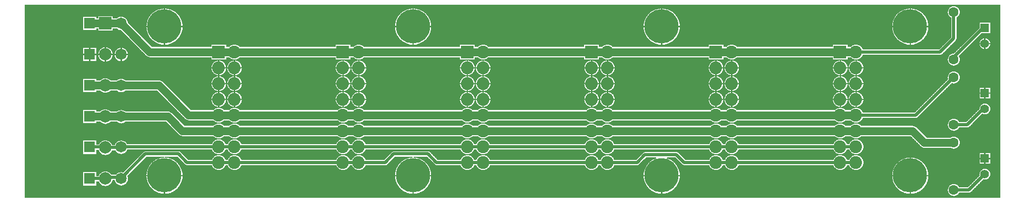
<source format=gbl>
%FSLAX33Y33*%
%MOMM*%
%AMRect-W1400000-H1400000-RO0.500*
21,1,1.4,1.4,0.,0.,270*%
%ADD10C,0.0508*%
%ADD11C,0.508*%
%ADD12C,1.3*%
%ADD13C,0.68834*%
%ADD14R,1.82X1.82*%
%ADD15C,1.82*%
%ADD16C,5.5*%
%ADD17R,2.049999X2.049999*%
%ADD18C,2.049999*%
%ADD19C,1.6*%
%ADD20R,2.X2.*%
%ADD21C,2.*%
%ADD22C,1.4*%
%ADD23Rect-W1400000-H1400000-RO0.500*%
D10*
%LNpour fill*%
G01*
X157425Y31475D02*
X157425Y31475D01*
X0525Y31475*
X0525Y0525*
X157425Y0525*
X157425Y31475*
X145953Y28078D02*
X145953Y28078D01*
X145923Y28462*
X145923Y28464*
X145815Y28914*
X145814Y28915*
X145637Y29343*
X145636Y29344*
X145395Y29739*
X145394Y29740*
X145093Y30092*
X145092Y30093*
X144740Y30394*
X144739Y30395*
X144344Y30636*
X144343Y30637*
X143915Y30814*
X143914Y30815*
X143464Y30923*
X143462Y30923*
X143078Y30953*
X143062Y30938*
X143062Y28077*
X143077Y28062*
X145938Y28062*
X145953Y28078*
X142938Y28077D02*
X142938Y28077D01*
X142938Y30938*
X142922Y30953*
X142538Y30923*
X142536Y30923*
X142086Y30815*
X142085Y30814*
X141657Y30637*
X141656Y30636*
X141261Y30395*
X141260Y30394*
X140908Y30093*
X140907Y30092*
X140606Y29740*
X140605Y29739*
X140364Y29344*
X140363Y29343*
X140186Y28915*
X140185Y28914*
X140077Y28464*
X140077Y28462*
X140047Y28078*
X140062Y28062*
X142923Y28062*
X142938Y28077*
X105953Y28078D02*
X105953Y28078D01*
X105923Y28462*
X105923Y28464*
X105815Y28914*
X105814Y28915*
X105637Y29343*
X105636Y29344*
X105395Y29739*
X105394Y29740*
X105093Y30092*
X105092Y30093*
X104740Y30394*
X104739Y30395*
X104344Y30636*
X104343Y30637*
X103915Y30814*
X103914Y30815*
X103464Y30923*
X103462Y30923*
X103078Y30953*
X103062Y30938*
X103062Y28077*
X103077Y28062*
X105938Y28062*
X105953Y28078*
X102938Y28077D02*
X102938Y28077D01*
X102938Y30938*
X102922Y30953*
X102538Y30923*
X102536Y30923*
X102086Y30815*
X102085Y30814*
X101657Y30637*
X101656Y30636*
X101261Y30395*
X101260Y30394*
X100908Y30093*
X100907Y30092*
X100606Y29740*
X100605Y29739*
X100364Y29344*
X100363Y29343*
X100186Y28915*
X100185Y28914*
X100077Y28464*
X100077Y28462*
X100047Y28078*
X100062Y28062*
X102923Y28062*
X102938Y28077*
X65953Y28078D02*
X65953Y28078D01*
X65923Y28462*
X65923Y28464*
X65815Y28914*
X65814Y28915*
X65637Y29343*
X65636Y29344*
X65395Y29739*
X65394Y29740*
X65093Y30092*
X65092Y30093*
X64740Y30394*
X64739Y30395*
X64344Y30636*
X64343Y30637*
X63915Y30814*
X63914Y30815*
X63464Y30923*
X63462Y30923*
X63078Y30953*
X63062Y30938*
X63062Y28077*
X63077Y28062*
X65938Y28062*
X65953Y28078*
X62938Y28077D02*
X62938Y28077D01*
X62938Y30938*
X62922Y30953*
X62538Y30923*
X62536Y30923*
X62086Y30815*
X62085Y30814*
X61657Y30637*
X61656Y30636*
X61261Y30395*
X61260Y30394*
X60908Y30093*
X60907Y30092*
X60606Y29740*
X60605Y29739*
X60364Y29344*
X60363Y29343*
X60186Y28915*
X60185Y28914*
X60077Y28464*
X60077Y28462*
X60047Y28078*
X60062Y28062*
X62923Y28062*
X62938Y28077*
X25953Y28078D02*
X25953Y28078D01*
X25923Y28462*
X25923Y28464*
X25815Y28914*
X25814Y28915*
X25637Y29343*
X25636Y29344*
X25395Y29739*
X25394Y29740*
X25093Y30092*
X25092Y30093*
X24740Y30394*
X24739Y30395*
X24344Y30636*
X24343Y30637*
X23915Y30814*
X23914Y30815*
X23464Y30923*
X23462Y30923*
X23078Y30953*
X23062Y30938*
X23062Y28077*
X23077Y28062*
X25938Y28062*
X25953Y28078*
X22938Y28077D02*
X22938Y28077D01*
X22938Y30938*
X22922Y30953*
X22538Y30923*
X22536Y30923*
X22086Y30815*
X22085Y30814*
X21657Y30637*
X21656Y30636*
X21261Y30395*
X21260Y30394*
X20908Y30093*
X20907Y30092*
X20606Y29740*
X20605Y29739*
X20364Y29344*
X20363Y29343*
X20186Y28915*
X20185Y28914*
X20077Y28464*
X20077Y28462*
X20047Y28078*
X20062Y28062*
X22923Y28062*
X22938Y28077*
X155898Y25309D02*
X155898Y25309D01*
X155877Y25463*
X155877Y25467*
X155787Y25683*
X155785Y25685*
X155643Y25871*
X155641Y25873*
X155455Y26015*
X155453Y26017*
X155237Y26107*
X155233Y26107*
X155079Y26128*
X155062Y26113*
X155062Y25307*
X155077Y25292*
X155883Y25292*
X155898Y25309*
X154938Y25307D02*
X154938Y25307D01*
X154938Y26113*
X154921Y26128*
X154767Y26107*
X154763Y26107*
X154547Y26017*
X154545Y26015*
X154359Y25873*
X154357Y25871*
X154215Y25685*
X154213Y25683*
X154123Y25467*
X154123Y25463*
X154102Y25309*
X154117Y25292*
X154923Y25292*
X154938Y25307*
X23462Y25077D02*
X23462Y25077D01*
X23464Y25077*
X23914Y25185*
X23915Y25186*
X24343Y25363*
X24344Y25364*
X24739Y25605*
X24740Y25606*
X25092Y25907*
X25093Y25908*
X25394Y26260*
X25395Y26261*
X25636Y26656*
X25637Y26657*
X25814Y27085*
X25815Y27086*
X25923Y27536*
X25923Y27538*
X25953Y27922*
X25938Y27938*
X23077Y27938*
X23062Y27923*
X23062Y25062*
X23078Y25047*
X23462Y25077*
X22938Y25062D02*
X22938Y25062D01*
X22938Y27923*
X22923Y27938*
X20062Y27938*
X20047Y27922*
X20077Y27538*
X20077Y27536*
X20185Y27086*
X20186Y27085*
X20363Y26657*
X20364Y26656*
X20605Y26261*
X20606Y26260*
X20907Y25908*
X20908Y25907*
X21260Y25606*
X21261Y25605*
X21656Y25364*
X21657Y25363*
X22085Y25186*
X22086Y25185*
X22536Y25077*
X22538Y25077*
X22922Y25047*
X22938Y25062*
X63462Y25077D02*
X63462Y25077D01*
X63464Y25077*
X63914Y25185*
X63915Y25186*
X64343Y25363*
X64344Y25364*
X64739Y25605*
X64740Y25606*
X65092Y25907*
X65093Y25908*
X65394Y26260*
X65395Y26261*
X65636Y26656*
X65637Y26657*
X65814Y27085*
X65815Y27086*
X65923Y27536*
X65923Y27538*
X65953Y27922*
X65938Y27938*
X63077Y27938*
X63062Y27923*
X63062Y25062*
X63078Y25047*
X63462Y25077*
X62938Y25062D02*
X62938Y25062D01*
X62938Y27923*
X62923Y27938*
X60062Y27938*
X60047Y27922*
X60077Y27538*
X60077Y27536*
X60185Y27086*
X60186Y27085*
X60363Y26657*
X60364Y26656*
X60605Y26261*
X60606Y26260*
X60907Y25908*
X60908Y25907*
X61260Y25606*
X61261Y25605*
X61656Y25364*
X61657Y25363*
X62085Y25186*
X62086Y25185*
X62536Y25077*
X62538Y25077*
X62922Y25047*
X62938Y25062*
X143462Y25077D02*
X143462Y25077D01*
X143464Y25077*
X143914Y25185*
X143915Y25186*
X144343Y25363*
X144344Y25364*
X144739Y25605*
X144740Y25606*
X145092Y25907*
X145093Y25908*
X145394Y26260*
X145395Y26261*
X145636Y26656*
X145637Y26657*
X145814Y27085*
X145815Y27086*
X145923Y27536*
X145923Y27538*
X145953Y27922*
X145938Y27938*
X143077Y27938*
X143062Y27923*
X143062Y25062*
X143078Y25047*
X143462Y25077*
X142938Y25062D02*
X142938Y25062D01*
X142938Y27923*
X142923Y27938*
X140062Y27938*
X140047Y27922*
X140077Y27538*
X140077Y27536*
X140185Y27086*
X140186Y27085*
X140363Y26657*
X140364Y26656*
X140605Y26261*
X140606Y26260*
X140907Y25908*
X140908Y25907*
X141260Y25606*
X141261Y25605*
X141656Y25364*
X141657Y25363*
X142085Y25186*
X142086Y25185*
X142536Y25077*
X142538Y25077*
X142922Y25047*
X142938Y25062*
X103462Y25077D02*
X103462Y25077D01*
X103464Y25077*
X103914Y25185*
X103915Y25186*
X104343Y25363*
X104344Y25364*
X104739Y25605*
X104740Y25606*
X105092Y25907*
X105093Y25908*
X105394Y26260*
X105395Y26261*
X105636Y26656*
X105637Y26657*
X105814Y27085*
X105815Y27086*
X105923Y27536*
X105923Y27538*
X105953Y27922*
X105938Y27938*
X103077Y27938*
X103062Y27923*
X103062Y25062*
X103078Y25047*
X103462Y25077*
X102938Y25062D02*
X102938Y25062D01*
X102938Y27923*
X102923Y27938*
X100062Y27938*
X100047Y27922*
X100077Y27538*
X100077Y27536*
X100185Y27086*
X100186Y27085*
X100363Y26657*
X100364Y26656*
X100605Y26261*
X100606Y26260*
X100907Y25908*
X100908Y25907*
X101260Y25606*
X101261Y25605*
X101656Y25364*
X101657Y25363*
X102085Y25186*
X102086Y25185*
X102536Y25077*
X102538Y25077*
X102922Y25047*
X102938Y25062*
X155233Y24353D02*
X155233Y24353D01*
X155237Y24353*
X155453Y24443*
X155455Y24445*
X155641Y24587*
X155643Y24589*
X155785Y24775*
X155787Y24777*
X155877Y24993*
X155877Y24997*
X155898Y25151*
X155883Y25168*
X155077Y25168*
X155062Y25153*
X155062Y24347*
X155079Y24332*
X155233Y24353*
X154938Y24347D02*
X154938Y24347D01*
X154938Y25153*
X154923Y25168*
X154117Y25168*
X154102Y25151*
X154123Y24997*
X154123Y24993*
X154213Y24777*
X154215Y24775*
X154357Y24589*
X154359Y24587*
X154545Y24445*
X154547Y24443*
X154763Y24353*
X154767Y24353*
X154921Y24332*
X154938Y24347*
X34509Y22682D02*
X34509Y22682D01*
X34511Y22683*
X34740Y22752*
X34742Y22753*
X34953Y22866*
X34955Y22867*
X35140Y23019*
X35141Y23020*
X35151Y23032*
X50505Y23032*
X50505Y22679*
X50519Y22665*
X52941Y22665*
X52955Y22679*
X52955Y23032*
X53389Y23032*
X53399Y23020*
X53400Y23019*
X53585Y22867*
X53587Y22866*
X53798Y22753*
X53800Y22752*
X54029Y22683*
X54031Y22682*
X54269Y22659*
X54271Y22659*
X54509Y22682*
X54511Y22683*
X54740Y22752*
X54742Y22753*
X54953Y22866*
X54955Y22867*
X55140Y23019*
X55141Y23020*
X55151Y23032*
X70505Y23032*
X70505Y22679*
X70519Y22665*
X72941Y22665*
X72955Y22679*
X72955Y23032*
X73389Y23032*
X73399Y23020*
X73400Y23019*
X73585Y22867*
X73587Y22866*
X73798Y22753*
X73800Y22752*
X74029Y22683*
X74031Y22682*
X74269Y22659*
X74271Y22659*
X74509Y22682*
X74511Y22683*
X74740Y22752*
X74742Y22753*
X74953Y22866*
X74955Y22867*
X75140Y23019*
X75141Y23020*
X75151Y23032*
X90505Y23032*
X90505Y22679*
X90519Y22665*
X92941Y22665*
X92955Y22679*
X92955Y23032*
X93389Y23032*
X93399Y23020*
X93400Y23019*
X93585Y22867*
X93587Y22866*
X93798Y22753*
X93800Y22752*
X94029Y22683*
X94031Y22682*
X94269Y22659*
X94271Y22659*
X94509Y22682*
X94511Y22683*
X94740Y22752*
X94742Y22753*
X94953Y22866*
X94955Y22867*
X95140Y23019*
X95141Y23020*
X95151Y23032*
X110505Y23032*
X110505Y22679*
X110519Y22665*
X112941Y22665*
X112955Y22679*
X112955Y23032*
X113389Y23032*
X113399Y23020*
X113400Y23019*
X113585Y22867*
X113587Y22866*
X113798Y22753*
X113800Y22752*
X114029Y22683*
X114031Y22682*
X114269Y22659*
X114271Y22659*
X114509Y22682*
X114511Y22683*
X114740Y22752*
X114742Y22753*
X114953Y22866*
X114955Y22867*
X115140Y23019*
X115141Y23020*
X115151Y23032*
X130505Y23032*
X130505Y22679*
X130519Y22665*
X132941Y22665*
X132955Y22679*
X132955Y23032*
X133389Y23032*
X133399Y23020*
X133400Y23019*
X133585Y22867*
X133587Y22866*
X133798Y22753*
X133800Y22752*
X134029Y22683*
X134031Y22682*
X134269Y22659*
X134271Y22659*
X134509Y22682*
X134511Y22683*
X134740Y22752*
X134742Y22753*
X134953Y22866*
X134955Y22867*
X135140Y23019*
X135141Y23020*
X135293Y23205*
X135294Y23207*
X135405Y23413*
X147829Y23413*
X147832Y23413*
X148003Y23447*
X148007Y23449*
X148152Y23546*
X148154Y23548*
X150328Y25722*
X150330Y25724*
X150427Y25869*
X150429Y25873*
X150463Y26044*
X150463Y26047*
X150463Y29419*
X150503Y29436*
X150506Y29437*
X150712Y29595*
X150715Y29598*
X150873Y29804*
X150874Y29807*
X150974Y30047*
X150975Y30051*
X151009Y30308*
X151009Y30312*
X150975Y30569*
X150974Y30573*
X150874Y30813*
X150873Y30816*
X150715Y31022*
X150712Y31025*
X150506Y31183*
X150503Y31184*
X150263Y31284*
X150259Y31285*
X150002Y31319*
X149998Y31319*
X149741Y31285*
X149737Y31284*
X149497Y31184*
X149494Y31183*
X149288Y31025*
X149285Y31022*
X149127Y30816*
X149126Y30813*
X149026Y30573*
X149025Y30569*
X148991Y30312*
X148991Y30308*
X149025Y30051*
X149026Y30047*
X149126Y29807*
X149127Y29804*
X149285Y29598*
X149288Y29595*
X149494Y29437*
X149497Y29436*
X149537Y29419*
X149537Y26240*
X147636Y24339*
X135414Y24339*
X135408Y24360*
X135407Y24362*
X135294Y24573*
X135293Y24575*
X135141Y24760*
X135140Y24761*
X134955Y24913*
X134953Y24914*
X134742Y25027*
X134740Y25028*
X134511Y25097*
X134509Y25098*
X134271Y25121*
X134269Y25121*
X134031Y25098*
X134029Y25097*
X133800Y25028*
X133798Y25027*
X133587Y24914*
X133585Y24913*
X133400Y24761*
X133399Y24760*
X133389Y24748*
X132955Y24748*
X132955Y25101*
X132941Y25115*
X130519Y25115*
X130505Y25101*
X130505Y24748*
X115151Y24748*
X115141Y24760*
X115140Y24761*
X114955Y24913*
X114953Y24914*
X114742Y25027*
X114740Y25028*
X114511Y25097*
X114509Y25098*
X114271Y25121*
X114269Y25121*
X114031Y25098*
X114029Y25097*
X113800Y25028*
X113798Y25027*
X113587Y24914*
X113585Y24913*
X113400Y24761*
X113399Y24760*
X113389Y24748*
X112955Y24748*
X112955Y25101*
X112941Y25115*
X110519Y25115*
X110505Y25101*
X110505Y24748*
X95151Y24748*
X95141Y24760*
X95140Y24761*
X94955Y24913*
X94953Y24914*
X94742Y25027*
X94740Y25028*
X94511Y25097*
X94509Y25098*
X94271Y25121*
X94269Y25121*
X94031Y25098*
X94029Y25097*
X93800Y25028*
X93798Y25027*
X93587Y24914*
X93585Y24913*
X93400Y24761*
X93399Y24760*
X93389Y24748*
X92955Y24748*
X92955Y25101*
X92941Y25115*
X90519Y25115*
X90505Y25101*
X90505Y24748*
X75151Y24748*
X75141Y24760*
X75140Y24761*
X74955Y24913*
X74953Y24914*
X74742Y25027*
X74740Y25028*
X74511Y25097*
X74509Y25098*
X74271Y25121*
X74269Y25121*
X74031Y25098*
X74029Y25097*
X73800Y25028*
X73798Y25027*
X73587Y24914*
X73585Y24913*
X73400Y24761*
X73399Y24760*
X73389Y24748*
X72955Y24748*
X72955Y25101*
X72941Y25115*
X70519Y25115*
X70505Y25101*
X70505Y24748*
X55151Y24748*
X55141Y24760*
X55140Y24761*
X54955Y24913*
X54953Y24914*
X54742Y25027*
X54740Y25028*
X54511Y25097*
X54509Y25098*
X54271Y25121*
X54269Y25121*
X54031Y25098*
X54029Y25097*
X53800Y25028*
X53798Y25027*
X53587Y24914*
X53585Y24913*
X53400Y24761*
X53399Y24760*
X53389Y24748*
X52955Y24748*
X52955Y25101*
X52941Y25115*
X50519Y25115*
X50505Y25101*
X50505Y24748*
X35151Y24748*
X35141Y24760*
X35140Y24761*
X34955Y24913*
X34953Y24914*
X34742Y25027*
X34740Y25028*
X34511Y25097*
X34509Y25098*
X34271Y25121*
X34269Y25121*
X34031Y25098*
X34029Y25097*
X33800Y25028*
X33798Y25027*
X33587Y24914*
X33585Y24913*
X33400Y24761*
X33399Y24760*
X33389Y24748*
X32955Y24748*
X32955Y25101*
X32941Y25115*
X30519Y25115*
X30505Y25101*
X30505Y24748*
X21005Y24748*
X17146Y28607*
X17122Y28788*
X17121Y28791*
X17011Y29058*
X17009Y29061*
X16833Y29291*
X16831Y29293*
X16601Y29469*
X16598Y29471*
X16331Y29581*
X16328Y29582*
X16042Y29620*
X16038Y29620*
X15752Y29582*
X15749Y29581*
X15482Y29471*
X15479Y29469*
X15334Y29358*
X14700Y29358*
X14700Y29686*
X14686Y29700*
X12314Y29700*
X12300Y29686*
X12300Y29358*
X12070Y29358*
X12070Y29596*
X12056Y29610*
X9864Y29610*
X9850Y29596*
X9850Y27404*
X9864Y27390*
X12056Y27390*
X12070Y27404*
X12070Y27642*
X12300Y27642*
X12300Y27314*
X12314Y27300*
X14686Y27300*
X14700Y27314*
X14700Y27642*
X15334Y27642*
X15479Y27531*
X15482Y27529*
X15749Y27419*
X15752Y27418*
X15933Y27394*
X20044Y23283*
X20045Y23282*
X20220Y23148*
X20223Y23147*
X20426Y23062*
X20430Y23061*
X20648Y23033*
X20649Y23032*
X30505Y23032*
X30505Y22679*
X30519Y22665*
X32941Y22665*
X32955Y22679*
X32955Y23032*
X33389Y23032*
X33399Y23020*
X33400Y23019*
X33585Y22867*
X33587Y22866*
X33798Y22753*
X33800Y22752*
X34029Y22683*
X34031Y22682*
X34269Y22659*
X34271Y22659*
X34509Y22682*
X150259Y21715D02*
X150259Y21715D01*
X150263Y21716*
X150503Y21816*
X150506Y21817*
X150712Y21975*
X150715Y21978*
X150873Y22184*
X150874Y22187*
X150974Y22427*
X150975Y22431*
X151009Y22688*
X151009Y22692*
X150975Y22949*
X150974Y22953*
X150874Y23193*
X150873Y23196*
X150854Y23220*
X154504Y26870*
X155886Y26870*
X155900Y26884*
X155900Y28656*
X155886Y28670*
X154114Y28670*
X154100Y28656*
X154100Y27774*
X150022Y23696*
X150002Y23699*
X149998Y23699*
X149741Y23665*
X149737Y23664*
X149497Y23564*
X149494Y23563*
X149288Y23405*
X149285Y23402*
X149127Y23196*
X149126Y23193*
X149026Y22953*
X149025Y22949*
X148991Y22692*
X148991Y22688*
X149025Y22431*
X149026Y22427*
X149126Y22187*
X149127Y22184*
X149285Y21978*
X149288Y21975*
X149494Y21817*
X149497Y21816*
X149737Y21716*
X149741Y21715*
X149998Y21681*
X150002Y21681*
X150259Y21715*
X17150Y23579D02*
X17150Y23579D01*
X17122Y23788*
X17121Y23791*
X17011Y24058*
X17009Y24061*
X16833Y24291*
X16831Y24293*
X16601Y24469*
X16598Y24471*
X16331Y24581*
X16328Y24582*
X16119Y24610*
X16102Y24594*
X16102Y23577*
X16117Y23562*
X17134Y23562*
X17150Y23579*
X15978Y23577D02*
X15978Y23577D01*
X15978Y24594*
X15961Y24610*
X15752Y24582*
X15749Y24581*
X15482Y24471*
X15479Y24469*
X15249Y24293*
X15247Y24291*
X15071Y24061*
X15069Y24058*
X14959Y23791*
X14958Y23788*
X14930Y23579*
X14946Y23562*
X15963Y23562*
X15978Y23577*
X14698Y23579D02*
X14698Y23579D01*
X14683Y23734*
X14683Y23737*
X14615Y23960*
X14614Y23963*
X14504Y24169*
X14502Y24171*
X14354Y24352*
X14352Y24354*
X14171Y24502*
X14169Y24504*
X13963Y24614*
X13960Y24615*
X13737Y24683*
X13734Y24683*
X13579Y24698*
X13562Y24683*
X13562Y23577*
X13577Y23562*
X14683Y23562*
X14698Y23579*
X13438Y23577D02*
X13438Y23577D01*
X13438Y24683*
X13421Y24698*
X13266Y24683*
X13263Y24683*
X13040Y24615*
X13037Y24614*
X12831Y24504*
X12829Y24502*
X12648Y24354*
X12646Y24352*
X12498Y24171*
X12496Y24169*
X12386Y23963*
X12385Y23960*
X12317Y23737*
X12317Y23734*
X12302Y23579*
X12317Y23562*
X13423Y23562*
X13438Y23577*
X12070Y23577D02*
X12070Y23577D01*
X12070Y24596*
X12056Y24610*
X11037Y24610*
X11022Y24596*
X11022Y23577*
X11037Y23562*
X12056Y23562*
X12070Y23577*
X10898Y23577D02*
X10898Y23577D01*
X10898Y24596*
X10883Y24610*
X9864Y24610*
X9850Y24596*
X9850Y23577*
X9864Y23562*
X10883Y23562*
X10898Y23577*
X16328Y22418D02*
X16328Y22418D01*
X16331Y22419*
X16598Y22529*
X16601Y22531*
X16831Y22707*
X16833Y22709*
X17009Y22939*
X17011Y22942*
X17121Y23209*
X17122Y23212*
X17150Y23421*
X17134Y23438*
X16117Y23438*
X16102Y23423*
X16102Y22406*
X16119Y22390*
X16328Y22418*
X15978Y22406D02*
X15978Y22406D01*
X15978Y23423*
X15963Y23438*
X14946Y23438*
X14930Y23421*
X14958Y23212*
X14959Y23209*
X15069Y22942*
X15071Y22939*
X15247Y22709*
X15249Y22707*
X15479Y22531*
X15482Y22529*
X15749Y22419*
X15752Y22418*
X15961Y22390*
X15978Y22406*
X12070Y22404D02*
X12070Y22404D01*
X12070Y23423*
X12056Y23438*
X11037Y23438*
X11022Y23423*
X11022Y22404*
X11037Y22390*
X12056Y22390*
X12070Y22404*
X10898Y22404D02*
X10898Y22404D01*
X10898Y23423*
X10883Y23438*
X9864Y23438*
X9850Y23423*
X9850Y22404*
X9864Y22390*
X10883Y22390*
X10898Y22404*
X13734Y22317D02*
X13734Y22317D01*
X13737Y22317*
X13960Y22385*
X13963Y22386*
X14169Y22496*
X14171Y22498*
X14352Y22646*
X14354Y22648*
X14502Y22829*
X14504Y22831*
X14614Y23037*
X14615Y23040*
X14683Y23263*
X14683Y23266*
X14698Y23421*
X14683Y23438*
X13577Y23438*
X13562Y23423*
X13562Y22317*
X13579Y22302*
X13734Y22317*
X13438Y22317D02*
X13438Y22317D01*
X13438Y23423*
X13423Y23438*
X12317Y23438*
X12302Y23421*
X12317Y23266*
X12317Y23263*
X12385Y23040*
X12386Y23037*
X12496Y22831*
X12498Y22829*
X12646Y22648*
X12648Y22646*
X12829Y22498*
X12831Y22496*
X13037Y22386*
X13040Y22385*
X13263Y22317*
X13266Y22317*
X13421Y22302*
X13438Y22317*
X135494Y21429D02*
X135494Y21429D01*
X135478Y21589*
X135477Y21591*
X135408Y21820*
X135407Y21822*
X135294Y22033*
X135293Y22035*
X135141Y22220*
X135140Y22221*
X134955Y22373*
X134953Y22374*
X134742Y22487*
X134740Y22488*
X134511Y22557*
X134509Y22558*
X134349Y22574*
X134332Y22558*
X134332Y21427*
X134347Y21412*
X135478Y21412*
X135494Y21429*
X134208Y21427D02*
X134208Y21427D01*
X134208Y22558*
X134191Y22574*
X134031Y22558*
X134029Y22557*
X133800Y22488*
X133798Y22487*
X133587Y22374*
X133585Y22373*
X133400Y22221*
X133399Y22220*
X133247Y22035*
X133246Y22033*
X133133Y21822*
X133132Y21820*
X133063Y21591*
X133062Y21589*
X133046Y21429*
X133062Y21412*
X134193Y21412*
X134208Y21427*
X132954Y21429D02*
X132954Y21429D01*
X132938Y21589*
X132937Y21591*
X132868Y21820*
X132867Y21822*
X132754Y22033*
X132753Y22035*
X132601Y22220*
X132600Y22221*
X132415Y22373*
X132413Y22374*
X132202Y22487*
X132200Y22488*
X131971Y22557*
X131969Y22558*
X131809Y22574*
X131792Y22558*
X131792Y21427*
X131807Y21412*
X132938Y21412*
X132954Y21429*
X131668Y21427D02*
X131668Y21427D01*
X131668Y22558*
X131651Y22574*
X131491Y22558*
X131489Y22557*
X131260Y22488*
X131258Y22487*
X131047Y22374*
X131045Y22373*
X130860Y22221*
X130859Y22220*
X130707Y22035*
X130706Y22033*
X130593Y21822*
X130592Y21820*
X130523Y21591*
X130522Y21589*
X130506Y21429*
X130522Y21412*
X131653Y21412*
X131668Y21427*
X115494Y21429D02*
X115494Y21429D01*
X115478Y21589*
X115477Y21591*
X115408Y21820*
X115407Y21822*
X115294Y22033*
X115293Y22035*
X115141Y22220*
X115140Y22221*
X114955Y22373*
X114953Y22374*
X114742Y22487*
X114740Y22488*
X114511Y22557*
X114509Y22558*
X114349Y22574*
X114332Y22558*
X114332Y21427*
X114347Y21412*
X115478Y21412*
X115494Y21429*
X114208Y21427D02*
X114208Y21427D01*
X114208Y22558*
X114191Y22574*
X114031Y22558*
X114029Y22557*
X113800Y22488*
X113798Y22487*
X113587Y22374*
X113585Y22373*
X113400Y22221*
X113399Y22220*
X113247Y22035*
X113246Y22033*
X113133Y21822*
X113132Y21820*
X113063Y21591*
X113062Y21589*
X113046Y21429*
X113062Y21412*
X114193Y21412*
X114208Y21427*
X112954Y21429D02*
X112954Y21429D01*
X112938Y21589*
X112937Y21591*
X112868Y21820*
X112867Y21822*
X112754Y22033*
X112753Y22035*
X112601Y22220*
X112600Y22221*
X112415Y22373*
X112413Y22374*
X112202Y22487*
X112200Y22488*
X111971Y22557*
X111969Y22558*
X111809Y22574*
X111792Y22558*
X111792Y21427*
X111807Y21412*
X112938Y21412*
X112954Y21429*
X111668Y21427D02*
X111668Y21427D01*
X111668Y22558*
X111651Y22574*
X111491Y22558*
X111489Y22557*
X111260Y22488*
X111258Y22487*
X111047Y22374*
X111045Y22373*
X110860Y22221*
X110859Y22220*
X110707Y22035*
X110706Y22033*
X110593Y21822*
X110592Y21820*
X110523Y21591*
X110522Y21589*
X110506Y21429*
X110522Y21412*
X111653Y21412*
X111668Y21427*
X95494Y21429D02*
X95494Y21429D01*
X95478Y21589*
X95477Y21591*
X95408Y21820*
X95407Y21822*
X95294Y22033*
X95293Y22035*
X95141Y22220*
X95140Y22221*
X94955Y22373*
X94953Y22374*
X94742Y22487*
X94740Y22488*
X94511Y22557*
X94509Y22558*
X94349Y22574*
X94332Y22558*
X94332Y21427*
X94347Y21412*
X95478Y21412*
X95494Y21429*
X94208Y21427D02*
X94208Y21427D01*
X94208Y22558*
X94191Y22574*
X94031Y22558*
X94029Y22557*
X93800Y22488*
X93798Y22487*
X93587Y22374*
X93585Y22373*
X93400Y22221*
X93399Y22220*
X93247Y22035*
X93246Y22033*
X93133Y21822*
X93132Y21820*
X93063Y21591*
X93062Y21589*
X93046Y21429*
X93062Y21412*
X94193Y21412*
X94208Y21427*
X92954Y21429D02*
X92954Y21429D01*
X92938Y21589*
X92937Y21591*
X92868Y21820*
X92867Y21822*
X92754Y22033*
X92753Y22035*
X92601Y22220*
X92600Y22221*
X92415Y22373*
X92413Y22374*
X92202Y22487*
X92200Y22488*
X91971Y22557*
X91969Y22558*
X91809Y22574*
X91792Y22558*
X91792Y21427*
X91807Y21412*
X92938Y21412*
X92954Y21429*
X91668Y21427D02*
X91668Y21427D01*
X91668Y22558*
X91651Y22574*
X91491Y22558*
X91489Y22557*
X91260Y22488*
X91258Y22487*
X91047Y22374*
X91045Y22373*
X90860Y22221*
X90859Y22220*
X90707Y22035*
X90706Y22033*
X90593Y21822*
X90592Y21820*
X90523Y21591*
X90522Y21589*
X90506Y21429*
X90522Y21412*
X91653Y21412*
X91668Y21427*
X75494Y21429D02*
X75494Y21429D01*
X75478Y21589*
X75477Y21591*
X75408Y21820*
X75407Y21822*
X75294Y22033*
X75293Y22035*
X75141Y22220*
X75140Y22221*
X74955Y22373*
X74953Y22374*
X74742Y22487*
X74740Y22488*
X74511Y22557*
X74509Y22558*
X74349Y22574*
X74332Y22558*
X74332Y21427*
X74347Y21412*
X75478Y21412*
X75494Y21429*
X74208Y21427D02*
X74208Y21427D01*
X74208Y22558*
X74191Y22574*
X74031Y22558*
X74029Y22557*
X73800Y22488*
X73798Y22487*
X73587Y22374*
X73585Y22373*
X73400Y22221*
X73399Y22220*
X73247Y22035*
X73246Y22033*
X73133Y21822*
X73132Y21820*
X73063Y21591*
X73062Y21589*
X73046Y21429*
X73062Y21412*
X74193Y21412*
X74208Y21427*
X72954Y21429D02*
X72954Y21429D01*
X72938Y21589*
X72937Y21591*
X72868Y21820*
X72867Y21822*
X72754Y22033*
X72753Y22035*
X72601Y22220*
X72600Y22221*
X72415Y22373*
X72413Y22374*
X72202Y22487*
X72200Y22488*
X71971Y22557*
X71969Y22558*
X71809Y22574*
X71792Y22558*
X71792Y21427*
X71807Y21412*
X72938Y21412*
X72954Y21429*
X71668Y21427D02*
X71668Y21427D01*
X71668Y22558*
X71651Y22574*
X71491Y22558*
X71489Y22557*
X71260Y22488*
X71258Y22487*
X71047Y22374*
X71045Y22373*
X70860Y22221*
X70859Y22220*
X70707Y22035*
X70706Y22033*
X70593Y21822*
X70592Y21820*
X70523Y21591*
X70522Y21589*
X70506Y21429*
X70522Y21412*
X71653Y21412*
X71668Y21427*
X55494Y21429D02*
X55494Y21429D01*
X55478Y21589*
X55477Y21591*
X55408Y21820*
X55407Y21822*
X55294Y22033*
X55293Y22035*
X55141Y22220*
X55140Y22221*
X54955Y22373*
X54953Y22374*
X54742Y22487*
X54740Y22488*
X54511Y22557*
X54509Y22558*
X54349Y22574*
X54332Y22558*
X54332Y21427*
X54347Y21412*
X55478Y21412*
X55494Y21429*
X54208Y21427D02*
X54208Y21427D01*
X54208Y22558*
X54191Y22574*
X54031Y22558*
X54029Y22557*
X53800Y22488*
X53798Y22487*
X53587Y22374*
X53585Y22373*
X53400Y22221*
X53399Y22220*
X53247Y22035*
X53246Y22033*
X53133Y21822*
X53132Y21820*
X53063Y21591*
X53062Y21589*
X53046Y21429*
X53062Y21412*
X54193Y21412*
X54208Y21427*
X52954Y21429D02*
X52954Y21429D01*
X52938Y21589*
X52937Y21591*
X52868Y21820*
X52867Y21822*
X52754Y22033*
X52753Y22035*
X52601Y22220*
X52600Y22221*
X52415Y22373*
X52413Y22374*
X52202Y22487*
X52200Y22488*
X51971Y22557*
X51969Y22558*
X51809Y22574*
X51792Y22558*
X51792Y21427*
X51807Y21412*
X52938Y21412*
X52954Y21429*
X51668Y21427D02*
X51668Y21427D01*
X51668Y22558*
X51651Y22574*
X51491Y22558*
X51489Y22557*
X51260Y22488*
X51258Y22487*
X51047Y22374*
X51045Y22373*
X50860Y22221*
X50859Y22220*
X50707Y22035*
X50706Y22033*
X50593Y21822*
X50592Y21820*
X50523Y21591*
X50522Y21589*
X50506Y21429*
X50522Y21412*
X51653Y21412*
X51668Y21427*
X35494Y21429D02*
X35494Y21429D01*
X35478Y21589*
X35477Y21591*
X35408Y21820*
X35407Y21822*
X35294Y22033*
X35293Y22035*
X35141Y22220*
X35140Y22221*
X34955Y22373*
X34953Y22374*
X34742Y22487*
X34740Y22488*
X34511Y22557*
X34509Y22558*
X34349Y22574*
X34332Y22558*
X34332Y21427*
X34347Y21412*
X35478Y21412*
X35494Y21429*
X34208Y21427D02*
X34208Y21427D01*
X34208Y22558*
X34191Y22574*
X34031Y22558*
X34029Y22557*
X33800Y22488*
X33798Y22487*
X33587Y22374*
X33585Y22373*
X33400Y22221*
X33399Y22220*
X33247Y22035*
X33246Y22033*
X33133Y21822*
X33132Y21820*
X33063Y21591*
X33062Y21589*
X33046Y21429*
X33062Y21412*
X34193Y21412*
X34208Y21427*
X32954Y21429D02*
X32954Y21429D01*
X32938Y21589*
X32937Y21591*
X32868Y21820*
X32867Y21822*
X32754Y22033*
X32753Y22035*
X32601Y22220*
X32600Y22221*
X32415Y22373*
X32413Y22374*
X32202Y22487*
X32200Y22488*
X31971Y22557*
X31969Y22558*
X31809Y22574*
X31792Y22558*
X31792Y21427*
X31807Y21412*
X32938Y21412*
X32954Y21429*
X31668Y21427D02*
X31668Y21427D01*
X31668Y22558*
X31651Y22574*
X31491Y22558*
X31489Y22557*
X31260Y22488*
X31258Y22487*
X31047Y22374*
X31045Y22373*
X30860Y22221*
X30859Y22220*
X30707Y22035*
X30706Y22033*
X30593Y21822*
X30592Y21820*
X30523Y21591*
X30522Y21589*
X30506Y21429*
X30522Y21412*
X31653Y21412*
X31668Y21427*
X134509Y20142D02*
X134509Y20142D01*
X134511Y20143*
X134740Y20212*
X134742Y20213*
X134953Y20326*
X134955Y20327*
X135140Y20479*
X135141Y20480*
X135293Y20665*
X135294Y20667*
X135407Y20878*
X135408Y20880*
X135477Y21109*
X135478Y21111*
X135494Y21271*
X135478Y21288*
X134347Y21288*
X134332Y21273*
X134332Y20142*
X134349Y20126*
X134509Y20142*
X134208Y20142D02*
X134208Y20142D01*
X134208Y21273*
X134193Y21288*
X133062Y21288*
X133046Y21271*
X133062Y21111*
X133063Y21109*
X133132Y20880*
X133133Y20878*
X133246Y20667*
X133247Y20665*
X133399Y20480*
X133400Y20479*
X133585Y20327*
X133587Y20326*
X133798Y20213*
X133800Y20212*
X134029Y20143*
X134031Y20142*
X134191Y20126*
X134208Y20142*
X131969Y20142D02*
X131969Y20142D01*
X131971Y20143*
X132200Y20212*
X132202Y20213*
X132413Y20326*
X132415Y20327*
X132600Y20479*
X132601Y20480*
X132753Y20665*
X132754Y20667*
X132867Y20878*
X132868Y20880*
X132937Y21109*
X132938Y21111*
X132954Y21271*
X132938Y21288*
X131807Y21288*
X131792Y21273*
X131792Y20142*
X131809Y20126*
X131969Y20142*
X131668Y20142D02*
X131668Y20142D01*
X131668Y21273*
X131653Y21288*
X130522Y21288*
X130506Y21271*
X130522Y21111*
X130523Y21109*
X130592Y20880*
X130593Y20878*
X130706Y20667*
X130707Y20665*
X130859Y20480*
X130860Y20479*
X131045Y20327*
X131047Y20326*
X131258Y20213*
X131260Y20212*
X131489Y20143*
X131491Y20142*
X131651Y20126*
X131668Y20142*
X114509Y20142D02*
X114509Y20142D01*
X114511Y20143*
X114740Y20212*
X114742Y20213*
X114953Y20326*
X114955Y20327*
X115140Y20479*
X115141Y20480*
X115293Y20665*
X115294Y20667*
X115407Y20878*
X115408Y20880*
X115477Y21109*
X115478Y21111*
X115494Y21271*
X115478Y21288*
X114347Y21288*
X114332Y21273*
X114332Y20142*
X114349Y20126*
X114509Y20142*
X114208Y20142D02*
X114208Y20142D01*
X114208Y21273*
X114193Y21288*
X113062Y21288*
X113046Y21271*
X113062Y21111*
X113063Y21109*
X113132Y20880*
X113133Y20878*
X113246Y20667*
X113247Y20665*
X113399Y20480*
X113400Y20479*
X113585Y20327*
X113587Y20326*
X113798Y20213*
X113800Y20212*
X114029Y20143*
X114031Y20142*
X114191Y20126*
X114208Y20142*
X111969Y20142D02*
X111969Y20142D01*
X111971Y20143*
X112200Y20212*
X112202Y20213*
X112413Y20326*
X112415Y20327*
X112600Y20479*
X112601Y20480*
X112753Y20665*
X112754Y20667*
X112867Y20878*
X112868Y20880*
X112937Y21109*
X112938Y21111*
X112954Y21271*
X112938Y21288*
X111807Y21288*
X111792Y21273*
X111792Y20142*
X111809Y20126*
X111969Y20142*
X111668Y20142D02*
X111668Y20142D01*
X111668Y21273*
X111653Y21288*
X110522Y21288*
X110506Y21271*
X110522Y21111*
X110523Y21109*
X110592Y20880*
X110593Y20878*
X110706Y20667*
X110707Y20665*
X110859Y20480*
X110860Y20479*
X111045Y20327*
X111047Y20326*
X111258Y20213*
X111260Y20212*
X111489Y20143*
X111491Y20142*
X111651Y20126*
X111668Y20142*
X94509Y20142D02*
X94509Y20142D01*
X94511Y20143*
X94740Y20212*
X94742Y20213*
X94953Y20326*
X94955Y20327*
X95140Y20479*
X95141Y20480*
X95293Y20665*
X95294Y20667*
X95407Y20878*
X95408Y20880*
X95477Y21109*
X95478Y21111*
X95494Y21271*
X95478Y21288*
X94347Y21288*
X94332Y21273*
X94332Y20142*
X94349Y20126*
X94509Y20142*
X94208Y20142D02*
X94208Y20142D01*
X94208Y21273*
X94193Y21288*
X93062Y21288*
X93046Y21271*
X93062Y21111*
X93063Y21109*
X93132Y20880*
X93133Y20878*
X93246Y20667*
X93247Y20665*
X93399Y20480*
X93400Y20479*
X93585Y20327*
X93587Y20326*
X93798Y20213*
X93800Y20212*
X94029Y20143*
X94031Y20142*
X94191Y20126*
X94208Y20142*
X91969Y20142D02*
X91969Y20142D01*
X91971Y20143*
X92200Y20212*
X92202Y20213*
X92413Y20326*
X92415Y20327*
X92600Y20479*
X92601Y20480*
X92753Y20665*
X92754Y20667*
X92867Y20878*
X92868Y20880*
X92937Y21109*
X92938Y21111*
X92954Y21271*
X92938Y21288*
X91807Y21288*
X91792Y21273*
X91792Y20142*
X91809Y20126*
X91969Y20142*
X91668Y20142D02*
X91668Y20142D01*
X91668Y21273*
X91653Y21288*
X90522Y21288*
X90506Y21271*
X90522Y21111*
X90523Y21109*
X90592Y20880*
X90593Y20878*
X90706Y20667*
X90707Y20665*
X90859Y20480*
X90860Y20479*
X91045Y20327*
X91047Y20326*
X91258Y20213*
X91260Y20212*
X91489Y20143*
X91491Y20142*
X91651Y20126*
X91668Y20142*
X74509Y20142D02*
X74509Y20142D01*
X74511Y20143*
X74740Y20212*
X74742Y20213*
X74953Y20326*
X74955Y20327*
X75140Y20479*
X75141Y20480*
X75293Y20665*
X75294Y20667*
X75407Y20878*
X75408Y20880*
X75477Y21109*
X75478Y21111*
X75494Y21271*
X75478Y21288*
X74347Y21288*
X74332Y21273*
X74332Y20142*
X74349Y20126*
X74509Y20142*
X74208Y20142D02*
X74208Y20142D01*
X74208Y21273*
X74193Y21288*
X73062Y21288*
X73046Y21271*
X73062Y21111*
X73063Y21109*
X73132Y20880*
X73133Y20878*
X73246Y20667*
X73247Y20665*
X73399Y20480*
X73400Y20479*
X73585Y20327*
X73587Y20326*
X73798Y20213*
X73800Y20212*
X74029Y20143*
X74031Y20142*
X74191Y20126*
X74208Y20142*
X71969Y20142D02*
X71969Y20142D01*
X71971Y20143*
X72200Y20212*
X72202Y20213*
X72413Y20326*
X72415Y20327*
X72600Y20479*
X72601Y20480*
X72753Y20665*
X72754Y20667*
X72867Y20878*
X72868Y20880*
X72937Y21109*
X72938Y21111*
X72954Y21271*
X72938Y21288*
X71807Y21288*
X71792Y21273*
X71792Y20142*
X71809Y20126*
X71969Y20142*
X71668Y20142D02*
X71668Y20142D01*
X71668Y21273*
X71653Y21288*
X70522Y21288*
X70506Y21271*
X70522Y21111*
X70523Y21109*
X70592Y20880*
X70593Y20878*
X70706Y20667*
X70707Y20665*
X70859Y20480*
X70860Y20479*
X71045Y20327*
X71047Y20326*
X71258Y20213*
X71260Y20212*
X71489Y20143*
X71491Y20142*
X71651Y20126*
X71668Y20142*
X54509Y20142D02*
X54509Y20142D01*
X54511Y20143*
X54740Y20212*
X54742Y20213*
X54953Y20326*
X54955Y20327*
X55140Y20479*
X55141Y20480*
X55293Y20665*
X55294Y20667*
X55407Y20878*
X55408Y20880*
X55477Y21109*
X55478Y21111*
X55494Y21271*
X55478Y21288*
X54347Y21288*
X54332Y21273*
X54332Y20142*
X54349Y20126*
X54509Y20142*
X54208Y20142D02*
X54208Y20142D01*
X54208Y21273*
X54193Y21288*
X53062Y21288*
X53046Y21271*
X53062Y21111*
X53063Y21109*
X53132Y20880*
X53133Y20878*
X53246Y20667*
X53247Y20665*
X53399Y20480*
X53400Y20479*
X53585Y20327*
X53587Y20326*
X53798Y20213*
X53800Y20212*
X54029Y20143*
X54031Y20142*
X54191Y20126*
X54208Y20142*
X51969Y20142D02*
X51969Y20142D01*
X51971Y20143*
X52200Y20212*
X52202Y20213*
X52413Y20326*
X52415Y20327*
X52600Y20479*
X52601Y20480*
X52753Y20665*
X52754Y20667*
X52867Y20878*
X52868Y20880*
X52937Y21109*
X52938Y21111*
X52954Y21271*
X52938Y21288*
X51807Y21288*
X51792Y21273*
X51792Y20142*
X51809Y20126*
X51969Y20142*
X51668Y20142D02*
X51668Y20142D01*
X51668Y21273*
X51653Y21288*
X50522Y21288*
X50506Y21271*
X50522Y21111*
X50523Y21109*
X50592Y20880*
X50593Y20878*
X50706Y20667*
X50707Y20665*
X50859Y20480*
X50860Y20479*
X51045Y20327*
X51047Y20326*
X51258Y20213*
X51260Y20212*
X51489Y20143*
X51491Y20142*
X51651Y20126*
X51668Y20142*
X34509Y20142D02*
X34509Y20142D01*
X34511Y20143*
X34740Y20212*
X34742Y20213*
X34953Y20326*
X34955Y20327*
X35140Y20479*
X35141Y20480*
X35293Y20665*
X35294Y20667*
X35407Y20878*
X35408Y20880*
X35477Y21109*
X35478Y21111*
X35494Y21271*
X35478Y21288*
X34347Y21288*
X34332Y21273*
X34332Y20142*
X34349Y20126*
X34509Y20142*
X34208Y20142D02*
X34208Y20142D01*
X34208Y21273*
X34193Y21288*
X33062Y21288*
X33046Y21271*
X33062Y21111*
X33063Y21109*
X33132Y20880*
X33133Y20878*
X33246Y20667*
X33247Y20665*
X33399Y20480*
X33400Y20479*
X33585Y20327*
X33587Y20326*
X33798Y20213*
X33800Y20212*
X34029Y20143*
X34031Y20142*
X34191Y20126*
X34208Y20142*
X31969Y20142D02*
X31969Y20142D01*
X31971Y20143*
X32200Y20212*
X32202Y20213*
X32413Y20326*
X32415Y20327*
X32600Y20479*
X32601Y20480*
X32753Y20665*
X32754Y20667*
X32867Y20878*
X32868Y20880*
X32937Y21109*
X32938Y21111*
X32954Y21271*
X32938Y21288*
X31807Y21288*
X31792Y21273*
X31792Y20142*
X31809Y20126*
X31969Y20142*
X31668Y20142D02*
X31668Y20142D01*
X31668Y21273*
X31653Y21288*
X30522Y21288*
X30506Y21271*
X30522Y21111*
X30523Y21109*
X30592Y20880*
X30593Y20878*
X30706Y20667*
X30707Y20665*
X30859Y20480*
X30860Y20479*
X31045Y20327*
X31047Y20326*
X31258Y20213*
X31260Y20212*
X31489Y20143*
X31491Y20142*
X31651Y20126*
X31668Y20142*
X135494Y18889D02*
X135494Y18889D01*
X135478Y19049*
X135477Y19051*
X135408Y19280*
X135407Y19282*
X135294Y19493*
X135293Y19495*
X135141Y19680*
X135140Y19681*
X134955Y19833*
X134953Y19834*
X134742Y19947*
X134740Y19948*
X134511Y20017*
X134509Y20018*
X134349Y20034*
X134332Y20018*
X134332Y18887*
X134347Y18872*
X135478Y18872*
X135494Y18889*
X134208Y18887D02*
X134208Y18887D01*
X134208Y20018*
X134191Y20034*
X134031Y20018*
X134029Y20017*
X133800Y19948*
X133798Y19947*
X133587Y19834*
X133585Y19833*
X133400Y19681*
X133399Y19680*
X133247Y19495*
X133246Y19493*
X133133Y19282*
X133132Y19280*
X133063Y19051*
X133062Y19049*
X133046Y18889*
X133062Y18872*
X134193Y18872*
X134208Y18887*
X132954Y18889D02*
X132954Y18889D01*
X132938Y19049*
X132937Y19051*
X132868Y19280*
X132867Y19282*
X132754Y19493*
X132753Y19495*
X132601Y19680*
X132600Y19681*
X132415Y19833*
X132413Y19834*
X132202Y19947*
X132200Y19948*
X131971Y20017*
X131969Y20018*
X131809Y20034*
X131792Y20018*
X131792Y18887*
X131807Y18872*
X132938Y18872*
X132954Y18889*
X131668Y18887D02*
X131668Y18887D01*
X131668Y20018*
X131651Y20034*
X131491Y20018*
X131489Y20017*
X131260Y19948*
X131258Y19947*
X131047Y19834*
X131045Y19833*
X130860Y19681*
X130859Y19680*
X130707Y19495*
X130706Y19493*
X130593Y19282*
X130592Y19280*
X130523Y19051*
X130522Y19049*
X130506Y18889*
X130522Y18872*
X131653Y18872*
X131668Y18887*
X115494Y18889D02*
X115494Y18889D01*
X115478Y19049*
X115477Y19051*
X115408Y19280*
X115407Y19282*
X115294Y19493*
X115293Y19495*
X115141Y19680*
X115140Y19681*
X114955Y19833*
X114953Y19834*
X114742Y19947*
X114740Y19948*
X114511Y20017*
X114509Y20018*
X114349Y20034*
X114332Y20018*
X114332Y18887*
X114347Y18872*
X115478Y18872*
X115494Y18889*
X114208Y18887D02*
X114208Y18887D01*
X114208Y20018*
X114191Y20034*
X114031Y20018*
X114029Y20017*
X113800Y19948*
X113798Y19947*
X113587Y19834*
X113585Y19833*
X113400Y19681*
X113399Y19680*
X113247Y19495*
X113246Y19493*
X113133Y19282*
X113132Y19280*
X113063Y19051*
X113062Y19049*
X113046Y18889*
X113062Y18872*
X114193Y18872*
X114208Y18887*
X112954Y18889D02*
X112954Y18889D01*
X112938Y19049*
X112937Y19051*
X112868Y19280*
X112867Y19282*
X112754Y19493*
X112753Y19495*
X112601Y19680*
X112600Y19681*
X112415Y19833*
X112413Y19834*
X112202Y19947*
X112200Y19948*
X111971Y20017*
X111969Y20018*
X111809Y20034*
X111792Y20018*
X111792Y18887*
X111807Y18872*
X112938Y18872*
X112954Y18889*
X111668Y18887D02*
X111668Y18887D01*
X111668Y20018*
X111651Y20034*
X111491Y20018*
X111489Y20017*
X111260Y19948*
X111258Y19947*
X111047Y19834*
X111045Y19833*
X110860Y19681*
X110859Y19680*
X110707Y19495*
X110706Y19493*
X110593Y19282*
X110592Y19280*
X110523Y19051*
X110522Y19049*
X110506Y18889*
X110522Y18872*
X111653Y18872*
X111668Y18887*
X95494Y18889D02*
X95494Y18889D01*
X95478Y19049*
X95477Y19051*
X95408Y19280*
X95407Y19282*
X95294Y19493*
X95293Y19495*
X95141Y19680*
X95140Y19681*
X94955Y19833*
X94953Y19834*
X94742Y19947*
X94740Y19948*
X94511Y20017*
X94509Y20018*
X94349Y20034*
X94332Y20018*
X94332Y18887*
X94347Y18872*
X95478Y18872*
X95494Y18889*
X94208Y18887D02*
X94208Y18887D01*
X94208Y20018*
X94191Y20034*
X94031Y20018*
X94029Y20017*
X93800Y19948*
X93798Y19947*
X93587Y19834*
X93585Y19833*
X93400Y19681*
X93399Y19680*
X93247Y19495*
X93246Y19493*
X93133Y19282*
X93132Y19280*
X93063Y19051*
X93062Y19049*
X93046Y18889*
X93062Y18872*
X94193Y18872*
X94208Y18887*
X92954Y18889D02*
X92954Y18889D01*
X92938Y19049*
X92937Y19051*
X92868Y19280*
X92867Y19282*
X92754Y19493*
X92753Y19495*
X92601Y19680*
X92600Y19681*
X92415Y19833*
X92413Y19834*
X92202Y19947*
X92200Y19948*
X91971Y20017*
X91969Y20018*
X91809Y20034*
X91792Y20018*
X91792Y18887*
X91807Y18872*
X92938Y18872*
X92954Y18889*
X91668Y18887D02*
X91668Y18887D01*
X91668Y20018*
X91651Y20034*
X91491Y20018*
X91489Y20017*
X91260Y19948*
X91258Y19947*
X91047Y19834*
X91045Y19833*
X90860Y19681*
X90859Y19680*
X90707Y19495*
X90706Y19493*
X90593Y19282*
X90592Y19280*
X90523Y19051*
X90522Y19049*
X90506Y18889*
X90522Y18872*
X91653Y18872*
X91668Y18887*
X75494Y18889D02*
X75494Y18889D01*
X75478Y19049*
X75477Y19051*
X75408Y19280*
X75407Y19282*
X75294Y19493*
X75293Y19495*
X75141Y19680*
X75140Y19681*
X74955Y19833*
X74953Y19834*
X74742Y19947*
X74740Y19948*
X74511Y20017*
X74509Y20018*
X74349Y20034*
X74332Y20018*
X74332Y18887*
X74347Y18872*
X75478Y18872*
X75494Y18889*
X74208Y18887D02*
X74208Y18887D01*
X74208Y20018*
X74191Y20034*
X74031Y20018*
X74029Y20017*
X73800Y19948*
X73798Y19947*
X73587Y19834*
X73585Y19833*
X73400Y19681*
X73399Y19680*
X73247Y19495*
X73246Y19493*
X73133Y19282*
X73132Y19280*
X73063Y19051*
X73062Y19049*
X73046Y18889*
X73062Y18872*
X74193Y18872*
X74208Y18887*
X72954Y18889D02*
X72954Y18889D01*
X72938Y19049*
X72937Y19051*
X72868Y19280*
X72867Y19282*
X72754Y19493*
X72753Y19495*
X72601Y19680*
X72600Y19681*
X72415Y19833*
X72413Y19834*
X72202Y19947*
X72200Y19948*
X71971Y20017*
X71969Y20018*
X71809Y20034*
X71792Y20018*
X71792Y18887*
X71807Y18872*
X72938Y18872*
X72954Y18889*
X71668Y18887D02*
X71668Y18887D01*
X71668Y20018*
X71651Y20034*
X71491Y20018*
X71489Y20017*
X71260Y19948*
X71258Y19947*
X71047Y19834*
X71045Y19833*
X70860Y19681*
X70859Y19680*
X70707Y19495*
X70706Y19493*
X70593Y19282*
X70592Y19280*
X70523Y19051*
X70522Y19049*
X70506Y18889*
X70522Y18872*
X71653Y18872*
X71668Y18887*
X55494Y18889D02*
X55494Y18889D01*
X55478Y19049*
X55477Y19051*
X55408Y19280*
X55407Y19282*
X55294Y19493*
X55293Y19495*
X55141Y19680*
X55140Y19681*
X54955Y19833*
X54953Y19834*
X54742Y19947*
X54740Y19948*
X54511Y20017*
X54509Y20018*
X54349Y20034*
X54332Y20018*
X54332Y18887*
X54347Y18872*
X55478Y18872*
X55494Y18889*
X54208Y18887D02*
X54208Y18887D01*
X54208Y20018*
X54191Y20034*
X54031Y20018*
X54029Y20017*
X53800Y19948*
X53798Y19947*
X53587Y19834*
X53585Y19833*
X53400Y19681*
X53399Y19680*
X53247Y19495*
X53246Y19493*
X53133Y19282*
X53132Y19280*
X53063Y19051*
X53062Y19049*
X53046Y18889*
X53062Y18872*
X54193Y18872*
X54208Y18887*
X52954Y18889D02*
X52954Y18889D01*
X52938Y19049*
X52937Y19051*
X52868Y19280*
X52867Y19282*
X52754Y19493*
X52753Y19495*
X52601Y19680*
X52600Y19681*
X52415Y19833*
X52413Y19834*
X52202Y19947*
X52200Y19948*
X51971Y20017*
X51969Y20018*
X51809Y20034*
X51792Y20018*
X51792Y18887*
X51807Y18872*
X52938Y18872*
X52954Y18889*
X51668Y18887D02*
X51668Y18887D01*
X51668Y20018*
X51651Y20034*
X51491Y20018*
X51489Y20017*
X51260Y19948*
X51258Y19947*
X51047Y19834*
X51045Y19833*
X50860Y19681*
X50859Y19680*
X50707Y19495*
X50706Y19493*
X50593Y19282*
X50592Y19280*
X50523Y19051*
X50522Y19049*
X50506Y18889*
X50522Y18872*
X51653Y18872*
X51668Y18887*
X35494Y18889D02*
X35494Y18889D01*
X35478Y19049*
X35477Y19051*
X35408Y19280*
X35407Y19282*
X35294Y19493*
X35293Y19495*
X35141Y19680*
X35140Y19681*
X34955Y19833*
X34953Y19834*
X34742Y19947*
X34740Y19948*
X34511Y20017*
X34509Y20018*
X34349Y20034*
X34332Y20018*
X34332Y18887*
X34347Y18872*
X35478Y18872*
X35494Y18889*
X34208Y18887D02*
X34208Y18887D01*
X34208Y20018*
X34191Y20034*
X34031Y20018*
X34029Y20017*
X33800Y19948*
X33798Y19947*
X33587Y19834*
X33585Y19833*
X33400Y19681*
X33399Y19680*
X33247Y19495*
X33246Y19493*
X33133Y19282*
X33132Y19280*
X33063Y19051*
X33062Y19049*
X33046Y18889*
X33062Y18872*
X34193Y18872*
X34208Y18887*
X32954Y18889D02*
X32954Y18889D01*
X32938Y19049*
X32937Y19051*
X32868Y19280*
X32867Y19282*
X32754Y19493*
X32753Y19495*
X32601Y19680*
X32600Y19681*
X32415Y19833*
X32413Y19834*
X32202Y19947*
X32200Y19948*
X31971Y20017*
X31969Y20018*
X31809Y20034*
X31792Y20018*
X31792Y18887*
X31807Y18872*
X32938Y18872*
X32954Y18889*
X31668Y18887D02*
X31668Y18887D01*
X31668Y20018*
X31651Y20034*
X31491Y20018*
X31489Y20017*
X31260Y19948*
X31258Y19947*
X31047Y19834*
X31045Y19833*
X30860Y19681*
X30859Y19680*
X30707Y19495*
X30706Y19493*
X30593Y19282*
X30592Y19280*
X30523Y19051*
X30522Y19049*
X30506Y18889*
X30522Y18872*
X31653Y18872*
X31668Y18887*
X134509Y17602D02*
X134509Y17602D01*
X134511Y17603*
X134740Y17672*
X134742Y17673*
X134953Y17786*
X134955Y17787*
X135140Y17939*
X135141Y17940*
X135293Y18125*
X135294Y18127*
X135407Y18338*
X135408Y18340*
X135477Y18569*
X135478Y18571*
X135494Y18731*
X135478Y18748*
X134347Y18748*
X134332Y18733*
X134332Y17602*
X134349Y17586*
X134509Y17602*
X134208Y17602D02*
X134208Y17602D01*
X134208Y18733*
X134193Y18748*
X133062Y18748*
X133046Y18731*
X133062Y18571*
X133063Y18569*
X133132Y18340*
X133133Y18338*
X133246Y18127*
X133247Y18125*
X133399Y17940*
X133400Y17939*
X133585Y17787*
X133587Y17786*
X133798Y17673*
X133800Y17672*
X134029Y17603*
X134031Y17602*
X134191Y17586*
X134208Y17602*
X131969Y17602D02*
X131969Y17602D01*
X131971Y17603*
X132200Y17672*
X132202Y17673*
X132413Y17786*
X132415Y17787*
X132600Y17939*
X132601Y17940*
X132753Y18125*
X132754Y18127*
X132867Y18338*
X132868Y18340*
X132937Y18569*
X132938Y18571*
X132954Y18731*
X132938Y18748*
X131807Y18748*
X131792Y18733*
X131792Y17602*
X131809Y17586*
X131969Y17602*
X131668Y17602D02*
X131668Y17602D01*
X131668Y18733*
X131653Y18748*
X130522Y18748*
X130506Y18731*
X130522Y18571*
X130523Y18569*
X130592Y18340*
X130593Y18338*
X130706Y18127*
X130707Y18125*
X130859Y17940*
X130860Y17939*
X131045Y17787*
X131047Y17786*
X131258Y17673*
X131260Y17672*
X131489Y17603*
X131491Y17602*
X131651Y17586*
X131668Y17602*
X114509Y17602D02*
X114509Y17602D01*
X114511Y17603*
X114740Y17672*
X114742Y17673*
X114953Y17786*
X114955Y17787*
X115140Y17939*
X115141Y17940*
X115293Y18125*
X115294Y18127*
X115407Y18338*
X115408Y18340*
X115477Y18569*
X115478Y18571*
X115494Y18731*
X115478Y18748*
X114347Y18748*
X114332Y18733*
X114332Y17602*
X114349Y17586*
X114509Y17602*
X114208Y17602D02*
X114208Y17602D01*
X114208Y18733*
X114193Y18748*
X113062Y18748*
X113046Y18731*
X113062Y18571*
X113063Y18569*
X113132Y18340*
X113133Y18338*
X113246Y18127*
X113247Y18125*
X113399Y17940*
X113400Y17939*
X113585Y17787*
X113587Y17786*
X113798Y17673*
X113800Y17672*
X114029Y17603*
X114031Y17602*
X114191Y17586*
X114208Y17602*
X111969Y17602D02*
X111969Y17602D01*
X111971Y17603*
X112200Y17672*
X112202Y17673*
X112413Y17786*
X112415Y17787*
X112600Y17939*
X112601Y17940*
X112753Y18125*
X112754Y18127*
X112867Y18338*
X112868Y18340*
X112937Y18569*
X112938Y18571*
X112954Y18731*
X112938Y18748*
X111807Y18748*
X111792Y18733*
X111792Y17602*
X111809Y17586*
X111969Y17602*
X111668Y17602D02*
X111668Y17602D01*
X111668Y18733*
X111653Y18748*
X110522Y18748*
X110506Y18731*
X110522Y18571*
X110523Y18569*
X110592Y18340*
X110593Y18338*
X110706Y18127*
X110707Y18125*
X110859Y17940*
X110860Y17939*
X111045Y17787*
X111047Y17786*
X111258Y17673*
X111260Y17672*
X111489Y17603*
X111491Y17602*
X111651Y17586*
X111668Y17602*
X94509Y17602D02*
X94509Y17602D01*
X94511Y17603*
X94740Y17672*
X94742Y17673*
X94953Y17786*
X94955Y17787*
X95140Y17939*
X95141Y17940*
X95293Y18125*
X95294Y18127*
X95407Y18338*
X95408Y18340*
X95477Y18569*
X95478Y18571*
X95494Y18731*
X95478Y18748*
X94347Y18748*
X94332Y18733*
X94332Y17602*
X94349Y17586*
X94509Y17602*
X94208Y17602D02*
X94208Y17602D01*
X94208Y18733*
X94193Y18748*
X93062Y18748*
X93046Y18731*
X93062Y18571*
X93063Y18569*
X93132Y18340*
X93133Y18338*
X93246Y18127*
X93247Y18125*
X93399Y17940*
X93400Y17939*
X93585Y17787*
X93587Y17786*
X93798Y17673*
X93800Y17672*
X94029Y17603*
X94031Y17602*
X94191Y17586*
X94208Y17602*
X91969Y17602D02*
X91969Y17602D01*
X91971Y17603*
X92200Y17672*
X92202Y17673*
X92413Y17786*
X92415Y17787*
X92600Y17939*
X92601Y17940*
X92753Y18125*
X92754Y18127*
X92867Y18338*
X92868Y18340*
X92937Y18569*
X92938Y18571*
X92954Y18731*
X92938Y18748*
X91807Y18748*
X91792Y18733*
X91792Y17602*
X91809Y17586*
X91969Y17602*
X91668Y17602D02*
X91668Y17602D01*
X91668Y18733*
X91653Y18748*
X90522Y18748*
X90506Y18731*
X90522Y18571*
X90523Y18569*
X90592Y18340*
X90593Y18338*
X90706Y18127*
X90707Y18125*
X90859Y17940*
X90860Y17939*
X91045Y17787*
X91047Y17786*
X91258Y17673*
X91260Y17672*
X91489Y17603*
X91491Y17602*
X91651Y17586*
X91668Y17602*
X74509Y17602D02*
X74509Y17602D01*
X74511Y17603*
X74740Y17672*
X74742Y17673*
X74953Y17786*
X74955Y17787*
X75140Y17939*
X75141Y17940*
X75293Y18125*
X75294Y18127*
X75407Y18338*
X75408Y18340*
X75477Y18569*
X75478Y18571*
X75494Y18731*
X75478Y18748*
X74347Y18748*
X74332Y18733*
X74332Y17602*
X74349Y17586*
X74509Y17602*
X74208Y17602D02*
X74208Y17602D01*
X74208Y18733*
X74193Y18748*
X73062Y18748*
X73046Y18731*
X73062Y18571*
X73063Y18569*
X73132Y18340*
X73133Y18338*
X73246Y18127*
X73247Y18125*
X73399Y17940*
X73400Y17939*
X73585Y17787*
X73587Y17786*
X73798Y17673*
X73800Y17672*
X74029Y17603*
X74031Y17602*
X74191Y17586*
X74208Y17602*
X71969Y17602D02*
X71969Y17602D01*
X71971Y17603*
X72200Y17672*
X72202Y17673*
X72413Y17786*
X72415Y17787*
X72600Y17939*
X72601Y17940*
X72753Y18125*
X72754Y18127*
X72867Y18338*
X72868Y18340*
X72937Y18569*
X72938Y18571*
X72954Y18731*
X72938Y18748*
X71807Y18748*
X71792Y18733*
X71792Y17602*
X71809Y17586*
X71969Y17602*
X71668Y17602D02*
X71668Y17602D01*
X71668Y18733*
X71653Y18748*
X70522Y18748*
X70506Y18731*
X70522Y18571*
X70523Y18569*
X70592Y18340*
X70593Y18338*
X70706Y18127*
X70707Y18125*
X70859Y17940*
X70860Y17939*
X71045Y17787*
X71047Y17786*
X71258Y17673*
X71260Y17672*
X71489Y17603*
X71491Y17602*
X71651Y17586*
X71668Y17602*
X54509Y17602D02*
X54509Y17602D01*
X54511Y17603*
X54740Y17672*
X54742Y17673*
X54953Y17786*
X54955Y17787*
X55140Y17939*
X55141Y17940*
X55293Y18125*
X55294Y18127*
X55407Y18338*
X55408Y18340*
X55477Y18569*
X55478Y18571*
X55494Y18731*
X55478Y18748*
X54347Y18748*
X54332Y18733*
X54332Y17602*
X54349Y17586*
X54509Y17602*
X54208Y17602D02*
X54208Y17602D01*
X54208Y18733*
X54193Y18748*
X53062Y18748*
X53046Y18731*
X53062Y18571*
X53063Y18569*
X53132Y18340*
X53133Y18338*
X53246Y18127*
X53247Y18125*
X53399Y17940*
X53400Y17939*
X53585Y17787*
X53587Y17786*
X53798Y17673*
X53800Y17672*
X54029Y17603*
X54031Y17602*
X54191Y17586*
X54208Y17602*
X51969Y17602D02*
X51969Y17602D01*
X51971Y17603*
X52200Y17672*
X52202Y17673*
X52413Y17786*
X52415Y17787*
X52600Y17939*
X52601Y17940*
X52753Y18125*
X52754Y18127*
X52867Y18338*
X52868Y18340*
X52937Y18569*
X52938Y18571*
X52954Y18731*
X52938Y18748*
X51807Y18748*
X51792Y18733*
X51792Y17602*
X51809Y17586*
X51969Y17602*
X51668Y17602D02*
X51668Y17602D01*
X51668Y18733*
X51653Y18748*
X50522Y18748*
X50506Y18731*
X50522Y18571*
X50523Y18569*
X50592Y18340*
X50593Y18338*
X50706Y18127*
X50707Y18125*
X50859Y17940*
X50860Y17939*
X51045Y17787*
X51047Y17786*
X51258Y17673*
X51260Y17672*
X51489Y17603*
X51491Y17602*
X51651Y17586*
X51668Y17602*
X34509Y17602D02*
X34509Y17602D01*
X34511Y17603*
X34740Y17672*
X34742Y17673*
X34953Y17786*
X34955Y17787*
X35140Y17939*
X35141Y17940*
X35293Y18125*
X35294Y18127*
X35407Y18338*
X35408Y18340*
X35477Y18569*
X35478Y18571*
X35494Y18731*
X35478Y18748*
X34347Y18748*
X34332Y18733*
X34332Y17602*
X34349Y17586*
X34509Y17602*
X34208Y17602D02*
X34208Y17602D01*
X34208Y18733*
X34193Y18748*
X33062Y18748*
X33046Y18731*
X33062Y18571*
X33063Y18569*
X33132Y18340*
X33133Y18338*
X33246Y18127*
X33247Y18125*
X33399Y17940*
X33400Y17939*
X33585Y17787*
X33587Y17786*
X33798Y17673*
X33800Y17672*
X34029Y17603*
X34031Y17602*
X34191Y17586*
X34208Y17602*
X31969Y17602D02*
X31969Y17602D01*
X31971Y17603*
X32200Y17672*
X32202Y17673*
X32413Y17786*
X32415Y17787*
X32600Y17939*
X32601Y17940*
X32753Y18125*
X32754Y18127*
X32867Y18338*
X32868Y18340*
X32937Y18569*
X32938Y18571*
X32954Y18731*
X32938Y18748*
X31807Y18748*
X31792Y18733*
X31792Y17602*
X31809Y17586*
X31969Y17602*
X31668Y17602D02*
X31668Y17602D01*
X31668Y18733*
X31653Y18748*
X30522Y18748*
X30506Y18731*
X30522Y18571*
X30523Y18569*
X30592Y18340*
X30593Y18338*
X30706Y18127*
X30707Y18125*
X30859Y17940*
X30860Y17939*
X31045Y17787*
X31047Y17786*
X31258Y17673*
X31260Y17672*
X31489Y17603*
X31491Y17602*
X31651Y17586*
X31668Y17602*
X155900Y17347D02*
X155900Y17347D01*
X155900Y18156*
X155886Y18170*
X155077Y18170*
X155062Y18156*
X155062Y17347*
X155077Y17332*
X155886Y17332*
X155900Y17347*
X154938Y17347D02*
X154938Y17347D01*
X154938Y18156*
X154923Y18170*
X154114Y18170*
X154100Y18156*
X154100Y17347*
X154114Y17332*
X154923Y17332*
X154938Y17347*
X155900Y16384D02*
X155900Y16384D01*
X155900Y17193*
X155886Y17208*
X155077Y17208*
X155062Y17193*
X155062Y16384*
X155077Y16370*
X155886Y16370*
X155900Y16384*
X154938Y16384D02*
X154938Y16384D01*
X154938Y17193*
X154923Y17208*
X154114Y17208*
X154100Y17193*
X154100Y16384*
X154114Y16370*
X154923Y16370*
X154938Y16384*
X135494Y16349D02*
X135494Y16349D01*
X135478Y16509*
X135477Y16511*
X135408Y16740*
X135407Y16742*
X135294Y16953*
X135293Y16955*
X135141Y17140*
X135140Y17141*
X134955Y17293*
X134953Y17294*
X134742Y17407*
X134740Y17408*
X134511Y17477*
X134509Y17478*
X134349Y17494*
X134332Y17478*
X134332Y16347*
X134347Y16332*
X135478Y16332*
X135494Y16349*
X134208Y16347D02*
X134208Y16347D01*
X134208Y17478*
X134191Y17494*
X134031Y17478*
X134029Y17477*
X133800Y17408*
X133798Y17407*
X133587Y17294*
X133585Y17293*
X133400Y17141*
X133399Y17140*
X133247Y16955*
X133246Y16953*
X133133Y16742*
X133132Y16740*
X133063Y16511*
X133062Y16509*
X133046Y16349*
X133062Y16332*
X134193Y16332*
X134208Y16347*
X132954Y16349D02*
X132954Y16349D01*
X132938Y16509*
X132937Y16511*
X132868Y16740*
X132867Y16742*
X132754Y16953*
X132753Y16955*
X132601Y17140*
X132600Y17141*
X132415Y17293*
X132413Y17294*
X132202Y17407*
X132200Y17408*
X131971Y17477*
X131969Y17478*
X131809Y17494*
X131792Y17478*
X131792Y16347*
X131807Y16332*
X132938Y16332*
X132954Y16349*
X131668Y16347D02*
X131668Y16347D01*
X131668Y17478*
X131651Y17494*
X131491Y17478*
X131489Y17477*
X131260Y17408*
X131258Y17407*
X131047Y17294*
X131045Y17293*
X130860Y17141*
X130859Y17140*
X130707Y16955*
X130706Y16953*
X130593Y16742*
X130592Y16740*
X130523Y16511*
X130522Y16509*
X130506Y16349*
X130522Y16332*
X131653Y16332*
X131668Y16347*
X115494Y16349D02*
X115494Y16349D01*
X115478Y16509*
X115477Y16511*
X115408Y16740*
X115407Y16742*
X115294Y16953*
X115293Y16955*
X115141Y17140*
X115140Y17141*
X114955Y17293*
X114953Y17294*
X114742Y17407*
X114740Y17408*
X114511Y17477*
X114509Y17478*
X114349Y17494*
X114332Y17478*
X114332Y16347*
X114347Y16332*
X115478Y16332*
X115494Y16349*
X114208Y16347D02*
X114208Y16347D01*
X114208Y17478*
X114191Y17494*
X114031Y17478*
X114029Y17477*
X113800Y17408*
X113798Y17407*
X113587Y17294*
X113585Y17293*
X113400Y17141*
X113399Y17140*
X113247Y16955*
X113246Y16953*
X113133Y16742*
X113132Y16740*
X113063Y16511*
X113062Y16509*
X113046Y16349*
X113062Y16332*
X114193Y16332*
X114208Y16347*
X112954Y16349D02*
X112954Y16349D01*
X112938Y16509*
X112937Y16511*
X112868Y16740*
X112867Y16742*
X112754Y16953*
X112753Y16955*
X112601Y17140*
X112600Y17141*
X112415Y17293*
X112413Y17294*
X112202Y17407*
X112200Y17408*
X111971Y17477*
X111969Y17478*
X111809Y17494*
X111792Y17478*
X111792Y16347*
X111807Y16332*
X112938Y16332*
X112954Y16349*
X111668Y16347D02*
X111668Y16347D01*
X111668Y17478*
X111651Y17494*
X111491Y17478*
X111489Y17477*
X111260Y17408*
X111258Y17407*
X111047Y17294*
X111045Y17293*
X110860Y17141*
X110859Y17140*
X110707Y16955*
X110706Y16953*
X110593Y16742*
X110592Y16740*
X110523Y16511*
X110522Y16509*
X110506Y16349*
X110522Y16332*
X111653Y16332*
X111668Y16347*
X95494Y16349D02*
X95494Y16349D01*
X95478Y16509*
X95477Y16511*
X95408Y16740*
X95407Y16742*
X95294Y16953*
X95293Y16955*
X95141Y17140*
X95140Y17141*
X94955Y17293*
X94953Y17294*
X94742Y17407*
X94740Y17408*
X94511Y17477*
X94509Y17478*
X94349Y17494*
X94332Y17478*
X94332Y16347*
X94347Y16332*
X95478Y16332*
X95494Y16349*
X94208Y16347D02*
X94208Y16347D01*
X94208Y17478*
X94191Y17494*
X94031Y17478*
X94029Y17477*
X93800Y17408*
X93798Y17407*
X93587Y17294*
X93585Y17293*
X93400Y17141*
X93399Y17140*
X93247Y16955*
X93246Y16953*
X93133Y16742*
X93132Y16740*
X93063Y16511*
X93062Y16509*
X93046Y16349*
X93062Y16332*
X94193Y16332*
X94208Y16347*
X92954Y16349D02*
X92954Y16349D01*
X92938Y16509*
X92937Y16511*
X92868Y16740*
X92867Y16742*
X92754Y16953*
X92753Y16955*
X92601Y17140*
X92600Y17141*
X92415Y17293*
X92413Y17294*
X92202Y17407*
X92200Y17408*
X91971Y17477*
X91969Y17478*
X91809Y17494*
X91792Y17478*
X91792Y16347*
X91807Y16332*
X92938Y16332*
X92954Y16349*
X91668Y16347D02*
X91668Y16347D01*
X91668Y17478*
X91651Y17494*
X91491Y17478*
X91489Y17477*
X91260Y17408*
X91258Y17407*
X91047Y17294*
X91045Y17293*
X90860Y17141*
X90859Y17140*
X90707Y16955*
X90706Y16953*
X90593Y16742*
X90592Y16740*
X90523Y16511*
X90522Y16509*
X90506Y16349*
X90522Y16332*
X91653Y16332*
X91668Y16347*
X75494Y16349D02*
X75494Y16349D01*
X75478Y16509*
X75477Y16511*
X75408Y16740*
X75407Y16742*
X75294Y16953*
X75293Y16955*
X75141Y17140*
X75140Y17141*
X74955Y17293*
X74953Y17294*
X74742Y17407*
X74740Y17408*
X74511Y17477*
X74509Y17478*
X74349Y17494*
X74332Y17478*
X74332Y16347*
X74347Y16332*
X75478Y16332*
X75494Y16349*
X74208Y16347D02*
X74208Y16347D01*
X74208Y17478*
X74191Y17494*
X74031Y17478*
X74029Y17477*
X73800Y17408*
X73798Y17407*
X73587Y17294*
X73585Y17293*
X73400Y17141*
X73399Y17140*
X73247Y16955*
X73246Y16953*
X73133Y16742*
X73132Y16740*
X73063Y16511*
X73062Y16509*
X73046Y16349*
X73062Y16332*
X74193Y16332*
X74208Y16347*
X72954Y16349D02*
X72954Y16349D01*
X72938Y16509*
X72937Y16511*
X72868Y16740*
X72867Y16742*
X72754Y16953*
X72753Y16955*
X72601Y17140*
X72600Y17141*
X72415Y17293*
X72413Y17294*
X72202Y17407*
X72200Y17408*
X71971Y17477*
X71969Y17478*
X71809Y17494*
X71792Y17478*
X71792Y16347*
X71807Y16332*
X72938Y16332*
X72954Y16349*
X71668Y16347D02*
X71668Y16347D01*
X71668Y17478*
X71651Y17494*
X71491Y17478*
X71489Y17477*
X71260Y17408*
X71258Y17407*
X71047Y17294*
X71045Y17293*
X70860Y17141*
X70859Y17140*
X70707Y16955*
X70706Y16953*
X70593Y16742*
X70592Y16740*
X70523Y16511*
X70522Y16509*
X70506Y16349*
X70522Y16332*
X71653Y16332*
X71668Y16347*
X55494Y16349D02*
X55494Y16349D01*
X55478Y16509*
X55477Y16511*
X55408Y16740*
X55407Y16742*
X55294Y16953*
X55293Y16955*
X55141Y17140*
X55140Y17141*
X54955Y17293*
X54953Y17294*
X54742Y17407*
X54740Y17408*
X54511Y17477*
X54509Y17478*
X54349Y17494*
X54332Y17478*
X54332Y16347*
X54347Y16332*
X55478Y16332*
X55494Y16349*
X54208Y16347D02*
X54208Y16347D01*
X54208Y17478*
X54191Y17494*
X54031Y17478*
X54029Y17477*
X53800Y17408*
X53798Y17407*
X53587Y17294*
X53585Y17293*
X53400Y17141*
X53399Y17140*
X53247Y16955*
X53246Y16953*
X53133Y16742*
X53132Y16740*
X53063Y16511*
X53062Y16509*
X53046Y16349*
X53062Y16332*
X54193Y16332*
X54208Y16347*
X52954Y16349D02*
X52954Y16349D01*
X52938Y16509*
X52937Y16511*
X52868Y16740*
X52867Y16742*
X52754Y16953*
X52753Y16955*
X52601Y17140*
X52600Y17141*
X52415Y17293*
X52413Y17294*
X52202Y17407*
X52200Y17408*
X51971Y17477*
X51969Y17478*
X51809Y17494*
X51792Y17478*
X51792Y16347*
X51807Y16332*
X52938Y16332*
X52954Y16349*
X51668Y16347D02*
X51668Y16347D01*
X51668Y17478*
X51651Y17494*
X51491Y17478*
X51489Y17477*
X51260Y17408*
X51258Y17407*
X51047Y17294*
X51045Y17293*
X50860Y17141*
X50859Y17140*
X50707Y16955*
X50706Y16953*
X50593Y16742*
X50592Y16740*
X50523Y16511*
X50522Y16509*
X50506Y16349*
X50522Y16332*
X51653Y16332*
X51668Y16347*
X35494Y16349D02*
X35494Y16349D01*
X35478Y16509*
X35477Y16511*
X35408Y16740*
X35407Y16742*
X35294Y16953*
X35293Y16955*
X35141Y17140*
X35140Y17141*
X34955Y17293*
X34953Y17294*
X34742Y17407*
X34740Y17408*
X34511Y17477*
X34509Y17478*
X34349Y17494*
X34332Y17478*
X34332Y16347*
X34347Y16332*
X35478Y16332*
X35494Y16349*
X34208Y16347D02*
X34208Y16347D01*
X34208Y17478*
X34191Y17494*
X34031Y17478*
X34029Y17477*
X33800Y17408*
X33798Y17407*
X33587Y17294*
X33585Y17293*
X33400Y17141*
X33399Y17140*
X33247Y16955*
X33246Y16953*
X33133Y16742*
X33132Y16740*
X33063Y16511*
X33062Y16509*
X33046Y16349*
X33062Y16332*
X34193Y16332*
X34208Y16347*
X32954Y16349D02*
X32954Y16349D01*
X32938Y16509*
X32937Y16511*
X32868Y16740*
X32867Y16742*
X32754Y16953*
X32753Y16955*
X32601Y17140*
X32600Y17141*
X32415Y17293*
X32413Y17294*
X32202Y17407*
X32200Y17408*
X31971Y17477*
X31969Y17478*
X31809Y17494*
X31792Y17478*
X31792Y16347*
X31807Y16332*
X32938Y16332*
X32954Y16349*
X31668Y16347D02*
X31668Y16347D01*
X31668Y17478*
X31651Y17494*
X31491Y17478*
X31489Y17477*
X31260Y17408*
X31258Y17407*
X31047Y17294*
X31045Y17293*
X30860Y17141*
X30859Y17140*
X30707Y16955*
X30706Y16953*
X30593Y16742*
X30592Y16740*
X30523Y16511*
X30522Y16509*
X30506Y16349*
X30522Y16332*
X31653Y16332*
X31668Y16347*
X134509Y15062D02*
X134509Y15062D01*
X134511Y15063*
X134740Y15132*
X134742Y15133*
X134953Y15246*
X134955Y15247*
X135140Y15399*
X135141Y15400*
X135293Y15585*
X135294Y15587*
X135407Y15798*
X135408Y15800*
X135477Y16029*
X135478Y16031*
X135494Y16191*
X135478Y16208*
X134347Y16208*
X134332Y16193*
X134332Y15062*
X134349Y15046*
X134509Y15062*
X134208Y15062D02*
X134208Y15062D01*
X134208Y16193*
X134193Y16208*
X133062Y16208*
X133046Y16191*
X133062Y16031*
X133063Y16029*
X133132Y15800*
X133133Y15798*
X133246Y15587*
X133247Y15585*
X133399Y15400*
X133400Y15399*
X133585Y15247*
X133587Y15246*
X133798Y15133*
X133800Y15132*
X134029Y15063*
X134031Y15062*
X134191Y15046*
X134208Y15062*
X131969Y15062D02*
X131969Y15062D01*
X131971Y15063*
X132200Y15132*
X132202Y15133*
X132413Y15246*
X132415Y15247*
X132600Y15399*
X132601Y15400*
X132753Y15585*
X132754Y15587*
X132867Y15798*
X132868Y15800*
X132937Y16029*
X132938Y16031*
X132954Y16191*
X132938Y16208*
X131807Y16208*
X131792Y16193*
X131792Y15062*
X131809Y15046*
X131969Y15062*
X131668Y15062D02*
X131668Y15062D01*
X131668Y16193*
X131653Y16208*
X130522Y16208*
X130506Y16191*
X130522Y16031*
X130523Y16029*
X130592Y15800*
X130593Y15798*
X130706Y15587*
X130707Y15585*
X130859Y15400*
X130860Y15399*
X131045Y15247*
X131047Y15246*
X131258Y15133*
X131260Y15132*
X131489Y15063*
X131491Y15062*
X131651Y15046*
X131668Y15062*
X114509Y15062D02*
X114509Y15062D01*
X114511Y15063*
X114740Y15132*
X114742Y15133*
X114953Y15246*
X114955Y15247*
X115140Y15399*
X115141Y15400*
X115293Y15585*
X115294Y15587*
X115407Y15798*
X115408Y15800*
X115477Y16029*
X115478Y16031*
X115494Y16191*
X115478Y16208*
X114347Y16208*
X114332Y16193*
X114332Y15062*
X114349Y15046*
X114509Y15062*
X114208Y15062D02*
X114208Y15062D01*
X114208Y16193*
X114193Y16208*
X113062Y16208*
X113046Y16191*
X113062Y16031*
X113063Y16029*
X113132Y15800*
X113133Y15798*
X113246Y15587*
X113247Y15585*
X113399Y15400*
X113400Y15399*
X113585Y15247*
X113587Y15246*
X113798Y15133*
X113800Y15132*
X114029Y15063*
X114031Y15062*
X114191Y15046*
X114208Y15062*
X111969Y15062D02*
X111969Y15062D01*
X111971Y15063*
X112200Y15132*
X112202Y15133*
X112413Y15246*
X112415Y15247*
X112600Y15399*
X112601Y15400*
X112753Y15585*
X112754Y15587*
X112867Y15798*
X112868Y15800*
X112937Y16029*
X112938Y16031*
X112954Y16191*
X112938Y16208*
X111807Y16208*
X111792Y16193*
X111792Y15062*
X111809Y15046*
X111969Y15062*
X111668Y15062D02*
X111668Y15062D01*
X111668Y16193*
X111653Y16208*
X110522Y16208*
X110506Y16191*
X110522Y16031*
X110523Y16029*
X110592Y15800*
X110593Y15798*
X110706Y15587*
X110707Y15585*
X110859Y15400*
X110860Y15399*
X111045Y15247*
X111047Y15246*
X111258Y15133*
X111260Y15132*
X111489Y15063*
X111491Y15062*
X111651Y15046*
X111668Y15062*
X94509Y15062D02*
X94509Y15062D01*
X94511Y15063*
X94740Y15132*
X94742Y15133*
X94953Y15246*
X94955Y15247*
X95140Y15399*
X95141Y15400*
X95293Y15585*
X95294Y15587*
X95407Y15798*
X95408Y15800*
X95477Y16029*
X95478Y16031*
X95494Y16191*
X95478Y16208*
X94347Y16208*
X94332Y16193*
X94332Y15062*
X94349Y15046*
X94509Y15062*
X94208Y15062D02*
X94208Y15062D01*
X94208Y16193*
X94193Y16208*
X93062Y16208*
X93046Y16191*
X93062Y16031*
X93063Y16029*
X93132Y15800*
X93133Y15798*
X93246Y15587*
X93247Y15585*
X93399Y15400*
X93400Y15399*
X93585Y15247*
X93587Y15246*
X93798Y15133*
X93800Y15132*
X94029Y15063*
X94031Y15062*
X94191Y15046*
X94208Y15062*
X91969Y15062D02*
X91969Y15062D01*
X91971Y15063*
X92200Y15132*
X92202Y15133*
X92413Y15246*
X92415Y15247*
X92600Y15399*
X92601Y15400*
X92753Y15585*
X92754Y15587*
X92867Y15798*
X92868Y15800*
X92937Y16029*
X92938Y16031*
X92954Y16191*
X92938Y16208*
X91807Y16208*
X91792Y16193*
X91792Y15062*
X91809Y15046*
X91969Y15062*
X91668Y15062D02*
X91668Y15062D01*
X91668Y16193*
X91653Y16208*
X90522Y16208*
X90506Y16191*
X90522Y16031*
X90523Y16029*
X90592Y15800*
X90593Y15798*
X90706Y15587*
X90707Y15585*
X90859Y15400*
X90860Y15399*
X91045Y15247*
X91047Y15246*
X91258Y15133*
X91260Y15132*
X91489Y15063*
X91491Y15062*
X91651Y15046*
X91668Y15062*
X74509Y15062D02*
X74509Y15062D01*
X74511Y15063*
X74740Y15132*
X74742Y15133*
X74953Y15246*
X74955Y15247*
X75140Y15399*
X75141Y15400*
X75293Y15585*
X75294Y15587*
X75407Y15798*
X75408Y15800*
X75477Y16029*
X75478Y16031*
X75494Y16191*
X75478Y16208*
X74347Y16208*
X74332Y16193*
X74332Y15062*
X74349Y15046*
X74509Y15062*
X74208Y15062D02*
X74208Y15062D01*
X74208Y16193*
X74193Y16208*
X73062Y16208*
X73046Y16191*
X73062Y16031*
X73063Y16029*
X73132Y15800*
X73133Y15798*
X73246Y15587*
X73247Y15585*
X73399Y15400*
X73400Y15399*
X73585Y15247*
X73587Y15246*
X73798Y15133*
X73800Y15132*
X74029Y15063*
X74031Y15062*
X74191Y15046*
X74208Y15062*
X71969Y15062D02*
X71969Y15062D01*
X71971Y15063*
X72200Y15132*
X72202Y15133*
X72413Y15246*
X72415Y15247*
X72600Y15399*
X72601Y15400*
X72753Y15585*
X72754Y15587*
X72867Y15798*
X72868Y15800*
X72937Y16029*
X72938Y16031*
X72954Y16191*
X72938Y16208*
X71807Y16208*
X71792Y16193*
X71792Y15062*
X71809Y15046*
X71969Y15062*
X71668Y15062D02*
X71668Y15062D01*
X71668Y16193*
X71653Y16208*
X70522Y16208*
X70506Y16191*
X70522Y16031*
X70523Y16029*
X70592Y15800*
X70593Y15798*
X70706Y15587*
X70707Y15585*
X70859Y15400*
X70860Y15399*
X71045Y15247*
X71047Y15246*
X71258Y15133*
X71260Y15132*
X71489Y15063*
X71491Y15062*
X71651Y15046*
X71668Y15062*
X54509Y15062D02*
X54509Y15062D01*
X54511Y15063*
X54740Y15132*
X54742Y15133*
X54953Y15246*
X54955Y15247*
X55140Y15399*
X55141Y15400*
X55293Y15585*
X55294Y15587*
X55407Y15798*
X55408Y15800*
X55477Y16029*
X55478Y16031*
X55494Y16191*
X55478Y16208*
X54347Y16208*
X54332Y16193*
X54332Y15062*
X54349Y15046*
X54509Y15062*
X54208Y15062D02*
X54208Y15062D01*
X54208Y16193*
X54193Y16208*
X53062Y16208*
X53046Y16191*
X53062Y16031*
X53063Y16029*
X53132Y15800*
X53133Y15798*
X53246Y15587*
X53247Y15585*
X53399Y15400*
X53400Y15399*
X53585Y15247*
X53587Y15246*
X53798Y15133*
X53800Y15132*
X54029Y15063*
X54031Y15062*
X54191Y15046*
X54208Y15062*
X51969Y15062D02*
X51969Y15062D01*
X51971Y15063*
X52200Y15132*
X52202Y15133*
X52413Y15246*
X52415Y15247*
X52600Y15399*
X52601Y15400*
X52753Y15585*
X52754Y15587*
X52867Y15798*
X52868Y15800*
X52937Y16029*
X52938Y16031*
X52954Y16191*
X52938Y16208*
X51807Y16208*
X51792Y16193*
X51792Y15062*
X51809Y15046*
X51969Y15062*
X51668Y15062D02*
X51668Y15062D01*
X51668Y16193*
X51653Y16208*
X50522Y16208*
X50506Y16191*
X50522Y16031*
X50523Y16029*
X50592Y15800*
X50593Y15798*
X50706Y15587*
X50707Y15585*
X50859Y15400*
X50860Y15399*
X51045Y15247*
X51047Y15246*
X51258Y15133*
X51260Y15132*
X51489Y15063*
X51491Y15062*
X51651Y15046*
X51668Y15062*
X34509Y15062D02*
X34509Y15062D01*
X34511Y15063*
X34740Y15132*
X34742Y15133*
X34953Y15246*
X34955Y15247*
X35140Y15399*
X35141Y15400*
X35293Y15585*
X35294Y15587*
X35407Y15798*
X35408Y15800*
X35477Y16029*
X35478Y16031*
X35494Y16191*
X35478Y16208*
X34347Y16208*
X34332Y16193*
X34332Y15062*
X34349Y15046*
X34509Y15062*
X34208Y15062D02*
X34208Y15062D01*
X34208Y16193*
X34193Y16208*
X33062Y16208*
X33046Y16191*
X33062Y16031*
X33063Y16029*
X33132Y15800*
X33133Y15798*
X33246Y15587*
X33247Y15585*
X33399Y15400*
X33400Y15399*
X33585Y15247*
X33587Y15246*
X33798Y15133*
X33800Y15132*
X34029Y15063*
X34031Y15062*
X34191Y15046*
X34208Y15062*
X31969Y15062D02*
X31969Y15062D01*
X31971Y15063*
X32200Y15132*
X32202Y15133*
X32413Y15246*
X32415Y15247*
X32600Y15399*
X32601Y15400*
X32753Y15585*
X32754Y15587*
X32867Y15798*
X32868Y15800*
X32937Y16029*
X32938Y16031*
X32954Y16191*
X32938Y16208*
X31807Y16208*
X31792Y16193*
X31792Y15062*
X31809Y15046*
X31969Y15062*
X31668Y15062D02*
X31668Y15062D01*
X31668Y16193*
X31653Y16208*
X30522Y16208*
X30506Y16191*
X30522Y16031*
X30523Y16029*
X30592Y15800*
X30593Y15798*
X30706Y15587*
X30707Y15585*
X30859Y15400*
X30860Y15399*
X31045Y15247*
X31047Y15246*
X31258Y15133*
X31260Y15132*
X31489Y15063*
X31491Y15062*
X31651Y15046*
X31668Y15062*
X150259Y8335D02*
X150259Y8335D01*
X150263Y8336*
X150503Y8436*
X150506Y8437*
X150712Y8595*
X150715Y8598*
X150873Y8804*
X150874Y8807*
X150974Y9047*
X150975Y9051*
X151009Y9308*
X151009Y9312*
X150975Y9569*
X150974Y9573*
X150874Y9813*
X150873Y9816*
X150715Y10022*
X150712Y10025*
X150506Y10183*
X150503Y10184*
X150263Y10284*
X150259Y10285*
X150002Y10319*
X149998Y10319*
X149741Y10285*
X149737Y10284*
X149497Y10184*
X149494Y10183*
X149474Y10168*
X145643Y10168*
X144014Y11797*
X144013Y11798*
X143838Y11932*
X143835Y11933*
X143632Y12018*
X143628Y12019*
X143410Y12047*
X143409Y12048*
X135151Y12048*
X135141Y12060*
X135140Y12061*
X134955Y12213*
X134953Y12214*
X134742Y12327*
X134740Y12328*
X134511Y12397*
X134509Y12398*
X134271Y12421*
X134269Y12421*
X134031Y12398*
X134029Y12397*
X133800Y12328*
X133798Y12327*
X133587Y12214*
X133585Y12213*
X133400Y12061*
X133399Y12060*
X133389Y12048*
X132611Y12048*
X132601Y12060*
X132600Y12061*
X132415Y12213*
X132413Y12214*
X132202Y12327*
X132200Y12328*
X131971Y12397*
X131969Y12398*
X131731Y12421*
X131729Y12421*
X131491Y12398*
X131489Y12397*
X131260Y12328*
X131258Y12327*
X131047Y12214*
X131045Y12213*
X130860Y12061*
X130859Y12060*
X130849Y12048*
X115151Y12048*
X115141Y12060*
X115140Y12061*
X114955Y12213*
X114953Y12214*
X114742Y12327*
X114740Y12328*
X114511Y12397*
X114509Y12398*
X114271Y12421*
X114269Y12421*
X114031Y12398*
X114029Y12397*
X113800Y12328*
X113798Y12327*
X113587Y12214*
X113585Y12213*
X113400Y12061*
X113399Y12060*
X113389Y12048*
X112611Y12048*
X112601Y12060*
X112600Y12061*
X112415Y12213*
X112413Y12214*
X112202Y12327*
X112200Y12328*
X111971Y12397*
X111969Y12398*
X111731Y12421*
X111729Y12421*
X111491Y12398*
X111489Y12397*
X111260Y12328*
X111258Y12327*
X111047Y12214*
X111045Y12213*
X110860Y12061*
X110859Y12060*
X110849Y12048*
X95151Y12048*
X95141Y12060*
X95140Y12061*
X94955Y12213*
X94953Y12214*
X94742Y12327*
X94740Y12328*
X94511Y12397*
X94509Y12398*
X94271Y12421*
X94269Y12421*
X94031Y12398*
X94029Y12397*
X93800Y12328*
X93798Y12327*
X93587Y12214*
X93585Y12213*
X93400Y12061*
X93399Y12060*
X93389Y12048*
X92611Y12048*
X92601Y12060*
X92600Y12061*
X92415Y12213*
X92413Y12214*
X92202Y12327*
X92200Y12328*
X91971Y12397*
X91969Y12398*
X91731Y12421*
X91729Y12421*
X91491Y12398*
X91489Y12397*
X91260Y12328*
X91258Y12327*
X91047Y12214*
X91045Y12213*
X90860Y12061*
X90859Y12060*
X90849Y12048*
X75151Y12048*
X75141Y12060*
X75140Y12061*
X74955Y12213*
X74953Y12214*
X74742Y12327*
X74740Y12328*
X74511Y12397*
X74509Y12398*
X74271Y12421*
X74269Y12421*
X74031Y12398*
X74029Y12397*
X73800Y12328*
X73798Y12327*
X73587Y12214*
X73585Y12213*
X73400Y12061*
X73399Y12060*
X73389Y12048*
X72611Y12048*
X72601Y12060*
X72600Y12061*
X72415Y12213*
X72413Y12214*
X72202Y12327*
X72200Y12328*
X71971Y12397*
X71969Y12398*
X71731Y12421*
X71729Y12421*
X71491Y12398*
X71489Y12397*
X71260Y12328*
X71258Y12327*
X71047Y12214*
X71045Y12213*
X70860Y12061*
X70859Y12060*
X70849Y12048*
X55151Y12048*
X55141Y12060*
X55140Y12061*
X54955Y12213*
X54953Y12214*
X54742Y12327*
X54740Y12328*
X54511Y12397*
X54509Y12398*
X54271Y12421*
X54269Y12421*
X54031Y12398*
X54029Y12397*
X53800Y12328*
X53798Y12327*
X53587Y12214*
X53585Y12213*
X53400Y12061*
X53399Y12060*
X53389Y12048*
X52611Y12048*
X52601Y12060*
X52600Y12061*
X52415Y12213*
X52413Y12214*
X52202Y12327*
X52200Y12328*
X51971Y12397*
X51969Y12398*
X51731Y12421*
X51729Y12421*
X51491Y12398*
X51489Y12397*
X51260Y12328*
X51258Y12327*
X51047Y12214*
X51045Y12213*
X50860Y12061*
X50859Y12060*
X50849Y12048*
X35151Y12048*
X35141Y12060*
X35140Y12061*
X34955Y12213*
X34953Y12214*
X34742Y12327*
X34740Y12328*
X34511Y12397*
X34509Y12398*
X34271Y12421*
X34269Y12421*
X34031Y12398*
X34029Y12397*
X33800Y12328*
X33798Y12327*
X33587Y12214*
X33585Y12213*
X33400Y12061*
X33399Y12060*
X33389Y12048*
X32611Y12048*
X32601Y12060*
X32600Y12061*
X32415Y12213*
X32413Y12214*
X32202Y12327*
X32200Y12328*
X31971Y12397*
X31969Y12398*
X31731Y12421*
X31729Y12421*
X31491Y12398*
X31489Y12397*
X31260Y12328*
X31258Y12327*
X31047Y12214*
X31045Y12213*
X30860Y12061*
X30859Y12060*
X30849Y12048*
X26263Y12048*
X24204Y14107*
X24203Y14108*
X24028Y14242*
X24025Y14243*
X23822Y14328*
X23818Y14329*
X23600Y14357*
X23599Y14358*
X16746Y14358*
X16601Y14469*
X16598Y14471*
X16331Y14581*
X16328Y14582*
X16042Y14620*
X16038Y14620*
X15752Y14582*
X15749Y14581*
X15482Y14471*
X15479Y14469*
X15334Y14358*
X14347Y14358*
X14171Y14502*
X14169Y14504*
X13963Y14614*
X13960Y14615*
X13737Y14683*
X13734Y14683*
X13501Y14706*
X13499Y14706*
X13266Y14683*
X13263Y14683*
X13040Y14615*
X13037Y14614*
X12831Y14504*
X12829Y14502*
X12653Y14358*
X12070Y14358*
X12070Y14596*
X12056Y14610*
X9864Y14610*
X9850Y14596*
X9850Y12404*
X9864Y12390*
X12056Y12390*
X12070Y12404*
X12070Y12642*
X12653Y12642*
X12829Y12498*
X12831Y12496*
X13037Y12386*
X13040Y12385*
X13263Y12317*
X13266Y12317*
X13499Y12294*
X13501Y12294*
X13734Y12317*
X13737Y12317*
X13960Y12385*
X13963Y12386*
X14169Y12496*
X14171Y12498*
X14347Y12642*
X15334Y12642*
X15479Y12531*
X15482Y12529*
X15749Y12419*
X15752Y12418*
X16038Y12380*
X16042Y12380*
X16328Y12418*
X16331Y12419*
X16598Y12529*
X16601Y12531*
X16746Y12642*
X23243Y12642*
X25302Y10583*
X25303Y10582*
X25478Y10448*
X25481Y10447*
X25684Y10362*
X25688Y10361*
X25906Y10333*
X25907Y10332*
X30849Y10332*
X30859Y10320*
X30860Y10319*
X31045Y10167*
X31047Y10166*
X31258Y10053*
X31260Y10052*
X31489Y9983*
X31491Y9982*
X31729Y9959*
X31731Y9959*
X31969Y9982*
X31971Y9983*
X32200Y10052*
X32202Y10053*
X32413Y10166*
X32415Y10167*
X32600Y10319*
X32601Y10320*
X32611Y10332*
X33389Y10332*
X33399Y10320*
X33400Y10319*
X33585Y10167*
X33587Y10166*
X33798Y10053*
X33800Y10052*
X34029Y9983*
X34031Y9982*
X34269Y9959*
X34271Y9959*
X34509Y9982*
X34511Y9983*
X34740Y10052*
X34742Y10053*
X34953Y10166*
X34955Y10167*
X35140Y10319*
X35141Y10320*
X35151Y10332*
X50849Y10332*
X50859Y10320*
X50860Y10319*
X51045Y10167*
X51047Y10166*
X51258Y10053*
X51260Y10052*
X51489Y9983*
X51491Y9982*
X51729Y9959*
X51731Y9959*
X51969Y9982*
X51971Y9983*
X52200Y10052*
X52202Y10053*
X52413Y10166*
X52415Y10167*
X52600Y10319*
X52601Y10320*
X52611Y10332*
X53389Y10332*
X53399Y10320*
X53400Y10319*
X53585Y10167*
X53587Y10166*
X53798Y10053*
X53800Y10052*
X54029Y9983*
X54031Y9982*
X54269Y9959*
X54271Y9959*
X54509Y9982*
X54511Y9983*
X54740Y10052*
X54742Y10053*
X54953Y10166*
X54955Y10167*
X55140Y10319*
X55141Y10320*
X55151Y10332*
X70849Y10332*
X70859Y10320*
X70860Y10319*
X71045Y10167*
X71047Y10166*
X71258Y10053*
X71260Y10052*
X71489Y9983*
X71491Y9982*
X71729Y9959*
X71731Y9959*
X71969Y9982*
X71971Y9983*
X72200Y10052*
X72202Y10053*
X72413Y10166*
X72415Y10167*
X72600Y10319*
X72601Y10320*
X72611Y10332*
X73389Y10332*
X73399Y10320*
X73400Y10319*
X73585Y10167*
X73587Y10166*
X73798Y10053*
X73800Y10052*
X74029Y9983*
X74031Y9982*
X74269Y9959*
X74271Y9959*
X74509Y9982*
X74511Y9983*
X74740Y10052*
X74742Y10053*
X74953Y10166*
X74955Y10167*
X75140Y10319*
X75141Y10320*
X75151Y10332*
X90849Y10332*
X90859Y10320*
X90860Y10319*
X91045Y10167*
X91047Y10166*
X91258Y10053*
X91260Y10052*
X91489Y9983*
X91491Y9982*
X91729Y9959*
X91731Y9959*
X91969Y9982*
X91971Y9983*
X92200Y10052*
X92202Y10053*
X92413Y10166*
X92415Y10167*
X92600Y10319*
X92601Y10320*
X92611Y10332*
X93389Y10332*
X93399Y10320*
X93400Y10319*
X93585Y10167*
X93587Y10166*
X93798Y10053*
X93800Y10052*
X94029Y9983*
X94031Y9982*
X94269Y9959*
X94271Y9959*
X94509Y9982*
X94511Y9983*
X94740Y10052*
X94742Y10053*
X94953Y10166*
X94955Y10167*
X95140Y10319*
X95141Y10320*
X95151Y10332*
X110849Y10332*
X110859Y10320*
X110860Y10319*
X111045Y10167*
X111047Y10166*
X111258Y10053*
X111260Y10052*
X111489Y9983*
X111491Y9982*
X111729Y9959*
X111731Y9959*
X111969Y9982*
X111971Y9983*
X112200Y10052*
X112202Y10053*
X112413Y10166*
X112415Y10167*
X112600Y10319*
X112601Y10320*
X112611Y10332*
X113389Y10332*
X113399Y10320*
X113400Y10319*
X113585Y10167*
X113587Y10166*
X113798Y10053*
X113800Y10052*
X114029Y9983*
X114031Y9982*
X114269Y9959*
X114271Y9959*
X114509Y9982*
X114511Y9983*
X114740Y10052*
X114742Y10053*
X114953Y10166*
X114955Y10167*
X115140Y10319*
X115141Y10320*
X115151Y10332*
X130849Y10332*
X130859Y10320*
X130860Y10319*
X131045Y10167*
X131047Y10166*
X131258Y10053*
X131260Y10052*
X131489Y9983*
X131491Y9982*
X131729Y9959*
X131731Y9959*
X131969Y9982*
X131971Y9983*
X132200Y10052*
X132202Y10053*
X132413Y10166*
X132415Y10167*
X132600Y10319*
X132601Y10320*
X132611Y10332*
X133389Y10332*
X133399Y10320*
X133400Y10319*
X133585Y10167*
X133587Y10166*
X133798Y10053*
X133800Y10052*
X134029Y9983*
X134031Y9982*
X134269Y9959*
X134271Y9959*
X134509Y9982*
X134511Y9983*
X134740Y10052*
X134742Y10053*
X134953Y10166*
X134955Y10167*
X135140Y10319*
X135141Y10320*
X135151Y10332*
X143053Y10332*
X144682Y8703*
X144683Y8702*
X144858Y8568*
X144861Y8567*
X145064Y8482*
X145068Y8481*
X145286Y8453*
X145287Y8452*
X149474Y8452*
X149494Y8437*
X149497Y8436*
X149737Y8336*
X149741Y8335*
X149998Y8301*
X150002Y8301*
X150259Y8335*
X31969Y12522D02*
X31969Y12522D01*
X31971Y12523*
X32200Y12592*
X32202Y12593*
X32413Y12706*
X32415Y12707*
X32600Y12859*
X32601Y12860*
X32611Y12872*
X33389Y12872*
X33399Y12860*
X33400Y12859*
X33585Y12707*
X33587Y12706*
X33798Y12593*
X33800Y12592*
X34029Y12523*
X34031Y12522*
X34269Y12499*
X34271Y12499*
X34509Y12522*
X34511Y12523*
X34740Y12592*
X34742Y12593*
X34953Y12706*
X34955Y12707*
X35140Y12859*
X35141Y12860*
X35151Y12872*
X50849Y12872*
X50859Y12860*
X50860Y12859*
X51045Y12707*
X51047Y12706*
X51258Y12593*
X51260Y12592*
X51489Y12523*
X51491Y12522*
X51729Y12499*
X51731Y12499*
X51969Y12522*
X51971Y12523*
X52200Y12592*
X52202Y12593*
X52413Y12706*
X52415Y12707*
X52600Y12859*
X52601Y12860*
X52611Y12872*
X53389Y12872*
X53399Y12860*
X53400Y12859*
X53585Y12707*
X53587Y12706*
X53798Y12593*
X53800Y12592*
X54029Y12523*
X54031Y12522*
X54269Y12499*
X54271Y12499*
X54509Y12522*
X54511Y12523*
X54740Y12592*
X54742Y12593*
X54953Y12706*
X54955Y12707*
X55140Y12859*
X55141Y12860*
X55151Y12872*
X70849Y12872*
X70859Y12860*
X70860Y12859*
X71045Y12707*
X71047Y12706*
X71258Y12593*
X71260Y12592*
X71489Y12523*
X71491Y12522*
X71729Y12499*
X71731Y12499*
X71969Y12522*
X71971Y12523*
X72200Y12592*
X72202Y12593*
X72413Y12706*
X72415Y12707*
X72600Y12859*
X72601Y12860*
X72611Y12872*
X73389Y12872*
X73399Y12860*
X73400Y12859*
X73585Y12707*
X73587Y12706*
X73798Y12593*
X73800Y12592*
X74029Y12523*
X74031Y12522*
X74269Y12499*
X74271Y12499*
X74509Y12522*
X74511Y12523*
X74740Y12592*
X74742Y12593*
X74953Y12706*
X74955Y12707*
X75140Y12859*
X75141Y12860*
X75151Y12872*
X90849Y12872*
X90859Y12860*
X90860Y12859*
X91045Y12707*
X91047Y12706*
X91258Y12593*
X91260Y12592*
X91489Y12523*
X91491Y12522*
X91729Y12499*
X91731Y12499*
X91969Y12522*
X91971Y12523*
X92200Y12592*
X92202Y12593*
X92413Y12706*
X92415Y12707*
X92600Y12859*
X92601Y12860*
X92611Y12872*
X93389Y12872*
X93399Y12860*
X93400Y12859*
X93585Y12707*
X93587Y12706*
X93798Y12593*
X93800Y12592*
X94029Y12523*
X94031Y12522*
X94269Y12499*
X94271Y12499*
X94509Y12522*
X94511Y12523*
X94740Y12592*
X94742Y12593*
X94953Y12706*
X94955Y12707*
X95140Y12859*
X95141Y12860*
X95151Y12872*
X110849Y12872*
X110859Y12860*
X110860Y12859*
X111045Y12707*
X111047Y12706*
X111258Y12593*
X111260Y12592*
X111489Y12523*
X111491Y12522*
X111729Y12499*
X111731Y12499*
X111969Y12522*
X111971Y12523*
X112200Y12592*
X112202Y12593*
X112413Y12706*
X112415Y12707*
X112600Y12859*
X112601Y12860*
X112611Y12872*
X113389Y12872*
X113399Y12860*
X113400Y12859*
X113585Y12707*
X113587Y12706*
X113798Y12593*
X113800Y12592*
X114029Y12523*
X114031Y12522*
X114269Y12499*
X114271Y12499*
X114509Y12522*
X114511Y12523*
X114740Y12592*
X114742Y12593*
X114953Y12706*
X114955Y12707*
X115140Y12859*
X115141Y12860*
X115151Y12872*
X130849Y12872*
X130859Y12860*
X130860Y12859*
X131045Y12707*
X131047Y12706*
X131258Y12593*
X131260Y12592*
X131489Y12523*
X131491Y12522*
X131729Y12499*
X131731Y12499*
X131969Y12522*
X131971Y12523*
X132200Y12592*
X132202Y12593*
X132413Y12706*
X132415Y12707*
X132600Y12859*
X132601Y12860*
X132611Y12872*
X133389Y12872*
X133399Y12860*
X133400Y12859*
X133585Y12707*
X133587Y12706*
X133798Y12593*
X133800Y12592*
X134029Y12523*
X134031Y12522*
X134269Y12499*
X134271Y12499*
X134509Y12522*
X134511Y12523*
X134740Y12592*
X134742Y12593*
X134953Y12706*
X134955Y12707*
X135140Y12859*
X135141Y12860*
X135293Y13045*
X135294Y13047*
X135407Y13258*
X135408Y13260*
X135410Y13267*
X143921Y13267*
X143924Y13267*
X144095Y13301*
X144099Y13303*
X144244Y13400*
X144246Y13402*
X149697Y18853*
X149737Y18836*
X149741Y18835*
X149998Y18801*
X150002Y18801*
X150259Y18835*
X150263Y18836*
X150503Y18936*
X150506Y18937*
X150712Y19095*
X150715Y19098*
X150873Y19304*
X150874Y19307*
X150974Y19547*
X150975Y19551*
X151009Y19808*
X151009Y19812*
X150975Y20069*
X150974Y20073*
X150874Y20313*
X150873Y20316*
X150715Y20522*
X150712Y20525*
X150506Y20683*
X150503Y20684*
X150263Y20784*
X150259Y20785*
X150002Y20819*
X149998Y20819*
X149741Y20785*
X149737Y20784*
X149497Y20684*
X149494Y20683*
X149288Y20525*
X149285Y20522*
X149127Y20316*
X149126Y20313*
X149026Y20073*
X149025Y20069*
X148991Y19812*
X148991Y19808*
X149025Y19551*
X149026Y19547*
X149043Y19507*
X143728Y14193*
X135410Y14193*
X135408Y14200*
X135407Y14202*
X135294Y14413*
X135293Y14415*
X135141Y14600*
X135140Y14601*
X134955Y14753*
X134953Y14754*
X134742Y14867*
X134740Y14868*
X134511Y14937*
X134509Y14938*
X134271Y14961*
X134269Y14961*
X134031Y14938*
X134029Y14937*
X133800Y14868*
X133798Y14867*
X133587Y14754*
X133585Y14753*
X133400Y14601*
X133399Y14600*
X133389Y14588*
X132611Y14588*
X132601Y14600*
X132600Y14601*
X132415Y14753*
X132413Y14754*
X132202Y14867*
X132200Y14868*
X131971Y14937*
X131969Y14938*
X131731Y14961*
X131729Y14961*
X131491Y14938*
X131489Y14937*
X131260Y14868*
X131258Y14867*
X131047Y14754*
X131045Y14753*
X130860Y14601*
X130859Y14600*
X130849Y14588*
X115151Y14588*
X115141Y14600*
X115140Y14601*
X114955Y14753*
X114953Y14754*
X114742Y14867*
X114740Y14868*
X114511Y14937*
X114509Y14938*
X114271Y14961*
X114269Y14961*
X114031Y14938*
X114029Y14937*
X113800Y14868*
X113798Y14867*
X113587Y14754*
X113585Y14753*
X113400Y14601*
X113399Y14600*
X113389Y14588*
X112611Y14588*
X112601Y14600*
X112600Y14601*
X112415Y14753*
X112413Y14754*
X112202Y14867*
X112200Y14868*
X111971Y14937*
X111969Y14938*
X111731Y14961*
X111729Y14961*
X111491Y14938*
X111489Y14937*
X111260Y14868*
X111258Y14867*
X111047Y14754*
X111045Y14753*
X110860Y14601*
X110859Y14600*
X110849Y14588*
X95151Y14588*
X95141Y14600*
X95140Y14601*
X94955Y14753*
X94953Y14754*
X94742Y14867*
X94740Y14868*
X94511Y14937*
X94509Y14938*
X94271Y14961*
X94269Y14961*
X94031Y14938*
X94029Y14937*
X93800Y14868*
X93798Y14867*
X93587Y14754*
X93585Y14753*
X93400Y14601*
X93399Y14600*
X93389Y14588*
X92611Y14588*
X92601Y14600*
X92600Y14601*
X92415Y14753*
X92413Y14754*
X92202Y14867*
X92200Y14868*
X91971Y14937*
X91969Y14938*
X91731Y14961*
X91729Y14961*
X91491Y14938*
X91489Y14937*
X91260Y14868*
X91258Y14867*
X91047Y14754*
X91045Y14753*
X90860Y14601*
X90859Y14600*
X90849Y14588*
X75151Y14588*
X75141Y14600*
X75140Y14601*
X74955Y14753*
X74953Y14754*
X74742Y14867*
X74740Y14868*
X74511Y14937*
X74509Y14938*
X74271Y14961*
X74269Y14961*
X74031Y14938*
X74029Y14937*
X73800Y14868*
X73798Y14867*
X73587Y14754*
X73585Y14753*
X73400Y14601*
X73399Y14600*
X73389Y14588*
X72611Y14588*
X72601Y14600*
X72600Y14601*
X72415Y14753*
X72413Y14754*
X72202Y14867*
X72200Y14868*
X71971Y14937*
X71969Y14938*
X71731Y14961*
X71729Y14961*
X71491Y14938*
X71489Y14937*
X71260Y14868*
X71258Y14867*
X71047Y14754*
X71045Y14753*
X70860Y14601*
X70859Y14600*
X70849Y14588*
X55151Y14588*
X55141Y14600*
X55140Y14601*
X54955Y14753*
X54953Y14754*
X54742Y14867*
X54740Y14868*
X54511Y14937*
X54509Y14938*
X54271Y14961*
X54269Y14961*
X54031Y14938*
X54029Y14937*
X53800Y14868*
X53798Y14867*
X53587Y14754*
X53585Y14753*
X53400Y14601*
X53399Y14600*
X53389Y14588*
X52611Y14588*
X52601Y14600*
X52600Y14601*
X52415Y14753*
X52413Y14754*
X52202Y14867*
X52200Y14868*
X51971Y14937*
X51969Y14938*
X51731Y14961*
X51729Y14961*
X51491Y14938*
X51489Y14937*
X51260Y14868*
X51258Y14867*
X51047Y14754*
X51045Y14753*
X50860Y14601*
X50859Y14600*
X50849Y14588*
X35151Y14588*
X35141Y14600*
X35140Y14601*
X34955Y14753*
X34953Y14754*
X34742Y14867*
X34740Y14868*
X34511Y14937*
X34509Y14938*
X34271Y14961*
X34269Y14961*
X34031Y14938*
X34029Y14937*
X33800Y14868*
X33798Y14867*
X33587Y14754*
X33585Y14753*
X33400Y14601*
X33399Y14600*
X33389Y14588*
X32611Y14588*
X32601Y14600*
X32600Y14601*
X32415Y14753*
X32413Y14754*
X32202Y14867*
X32200Y14868*
X31971Y14937*
X31969Y14938*
X31731Y14961*
X31729Y14961*
X31491Y14938*
X31489Y14937*
X31260Y14868*
X31258Y14867*
X31047Y14754*
X31045Y14753*
X30860Y14601*
X30859Y14600*
X30849Y14588*
X27265Y14588*
X22746Y19107*
X22745Y19108*
X22570Y19242*
X22567Y19243*
X22364Y19328*
X22360Y19329*
X22142Y19357*
X22141Y19358*
X16746Y19358*
X16601Y19469*
X16598Y19471*
X16331Y19581*
X16328Y19582*
X16042Y19620*
X16038Y19620*
X15752Y19582*
X15749Y19581*
X15482Y19471*
X15479Y19469*
X15334Y19358*
X14347Y19358*
X14171Y19502*
X14169Y19504*
X13963Y19614*
X13960Y19615*
X13737Y19683*
X13734Y19683*
X13501Y19706*
X13499Y19706*
X13266Y19683*
X13263Y19683*
X13040Y19615*
X13037Y19614*
X12831Y19504*
X12829Y19502*
X12653Y19358*
X12070Y19358*
X12070Y19596*
X12056Y19610*
X9864Y19610*
X9850Y19596*
X9850Y17404*
X9864Y17390*
X12056Y17390*
X12070Y17404*
X12070Y17642*
X12653Y17642*
X12829Y17498*
X12831Y17496*
X13037Y17386*
X13040Y17385*
X13263Y17317*
X13266Y17317*
X13499Y17294*
X13501Y17294*
X13734Y17317*
X13737Y17317*
X13960Y17385*
X13963Y17386*
X14169Y17496*
X14171Y17498*
X14347Y17642*
X15334Y17642*
X15479Y17531*
X15482Y17529*
X15749Y17419*
X15752Y17418*
X16038Y17380*
X16042Y17380*
X16328Y17418*
X16331Y17419*
X16598Y17529*
X16601Y17531*
X16746Y17642*
X21785Y17642*
X26304Y13123*
X26305Y13122*
X26480Y12988*
X26483Y12987*
X26686Y12902*
X26690Y12901*
X26908Y12873*
X26909Y12872*
X30849Y12872*
X30859Y12860*
X30860Y12859*
X31045Y12707*
X31047Y12706*
X31258Y12593*
X31260Y12592*
X31489Y12523*
X31491Y12522*
X31729Y12499*
X31731Y12499*
X31969Y12522*
X150259Y11215D02*
X150259Y11215D01*
X150263Y11216*
X150503Y11316*
X150506Y11317*
X150712Y11475*
X150715Y11478*
X150873Y11684*
X150874Y11687*
X150891Y11727*
X152211Y11727*
X152214Y11727*
X152385Y11761*
X152389Y11763*
X152534Y11860*
X152536Y11862*
X154597Y13922*
X154763Y13853*
X154767Y13853*
X154998Y13822*
X155002Y13822*
X155233Y13853*
X155237Y13853*
X155453Y13943*
X155455Y13945*
X155641Y14087*
X155643Y14089*
X155785Y14275*
X155787Y14277*
X155877Y14493*
X155877Y14497*
X155908Y14728*
X155908Y14732*
X155877Y14963*
X155877Y14967*
X155787Y15183*
X155785Y15185*
X155643Y15371*
X155641Y15373*
X155455Y15515*
X155453Y15517*
X155237Y15607*
X155233Y15607*
X155002Y15638*
X154998Y15638*
X154767Y15607*
X154763Y15607*
X154547Y15517*
X154545Y15515*
X154359Y15373*
X154357Y15371*
X154215Y15185*
X154213Y15183*
X154123Y14967*
X154123Y14963*
X154092Y14732*
X154092Y14728*
X154092Y14727*
X152018Y12653*
X150891Y12653*
X150874Y12693*
X150873Y12696*
X150715Y12902*
X150712Y12905*
X150506Y13063*
X150503Y13064*
X150263Y13164*
X150259Y13165*
X150002Y13199*
X149998Y13199*
X149741Y13165*
X149737Y13164*
X149497Y13064*
X149494Y13063*
X149288Y12905*
X149285Y12902*
X149127Y12696*
X149126Y12693*
X149026Y12453*
X149025Y12449*
X148991Y12192*
X148991Y12188*
X149025Y11931*
X149026Y11927*
X149126Y11687*
X149127Y11684*
X149285Y11478*
X149288Y11475*
X149494Y11317*
X149497Y11316*
X149737Y11216*
X149741Y11215*
X149998Y11181*
X150002Y11181*
X150259Y11215*
X13734Y7317D02*
X13734Y7317D01*
X13737Y7317*
X13960Y7385*
X13963Y7386*
X14169Y7496*
X14171Y7498*
X14352Y7646*
X14354Y7648*
X14502Y7829*
X14504Y7831*
X14614Y8037*
X15063Y8037*
X15069Y8022*
X15071Y8019*
X15247Y7789*
X15249Y7787*
X15479Y7611*
X15482Y7609*
X15749Y7499*
X15752Y7498*
X16038Y7460*
X16042Y7460*
X16328Y7498*
X16331Y7499*
X16598Y7609*
X16601Y7611*
X16831Y7787*
X16833Y7789*
X17009Y8019*
X17011Y8022*
X17079Y8187*
X30590Y8187*
X30592Y8180*
X30593Y8178*
X30706Y7967*
X30707Y7965*
X30859Y7780*
X30860Y7779*
X31045Y7627*
X31047Y7626*
X31258Y7513*
X31260Y7512*
X31489Y7443*
X31491Y7442*
X31729Y7419*
X31731Y7419*
X31969Y7442*
X31971Y7443*
X32200Y7512*
X32202Y7513*
X32413Y7626*
X32415Y7627*
X32600Y7779*
X32601Y7780*
X32753Y7965*
X32754Y7967*
X32867Y8178*
X32868Y8180*
X32870Y8187*
X33130Y8187*
X33132Y8180*
X33133Y8178*
X33246Y7967*
X33247Y7965*
X33399Y7780*
X33400Y7779*
X33585Y7627*
X33587Y7626*
X33798Y7513*
X33800Y7512*
X34029Y7443*
X34031Y7442*
X34269Y7419*
X34271Y7419*
X34509Y7442*
X34511Y7443*
X34740Y7512*
X34742Y7513*
X34953Y7626*
X34955Y7627*
X35140Y7779*
X35141Y7780*
X35293Y7965*
X35294Y7967*
X35407Y8178*
X35408Y8180*
X35410Y8187*
X50590Y8187*
X50592Y8180*
X50593Y8178*
X50706Y7967*
X50707Y7965*
X50859Y7780*
X50860Y7779*
X51045Y7627*
X51047Y7626*
X51258Y7513*
X51260Y7512*
X51489Y7443*
X51491Y7442*
X51729Y7419*
X51731Y7419*
X51969Y7442*
X51971Y7443*
X52200Y7512*
X52202Y7513*
X52413Y7626*
X52415Y7627*
X52600Y7779*
X52601Y7780*
X52753Y7965*
X52754Y7967*
X52867Y8178*
X52868Y8180*
X52870Y8187*
X53130Y8187*
X53132Y8180*
X53133Y8178*
X53246Y7967*
X53247Y7965*
X53399Y7780*
X53400Y7779*
X53585Y7627*
X53587Y7626*
X53798Y7513*
X53800Y7512*
X54029Y7443*
X54031Y7442*
X54269Y7419*
X54271Y7419*
X54509Y7442*
X54511Y7443*
X54740Y7512*
X54742Y7513*
X54953Y7626*
X54955Y7627*
X55140Y7779*
X55141Y7780*
X55293Y7965*
X55294Y7967*
X55407Y8178*
X55408Y8180*
X55410Y8187*
X70590Y8187*
X70592Y8180*
X70593Y8178*
X70706Y7967*
X70707Y7965*
X70859Y7780*
X70860Y7779*
X71045Y7627*
X71047Y7626*
X71258Y7513*
X71260Y7512*
X71489Y7443*
X71491Y7442*
X71729Y7419*
X71731Y7419*
X71969Y7442*
X71971Y7443*
X72200Y7512*
X72202Y7513*
X72413Y7626*
X72415Y7627*
X72600Y7779*
X72601Y7780*
X72753Y7965*
X72754Y7967*
X72867Y8178*
X72868Y8180*
X72870Y8187*
X73130Y8187*
X73132Y8180*
X73133Y8178*
X73246Y7967*
X73247Y7965*
X73399Y7780*
X73400Y7779*
X73585Y7627*
X73587Y7626*
X73798Y7513*
X73800Y7512*
X74029Y7443*
X74031Y7442*
X74269Y7419*
X74271Y7419*
X74509Y7442*
X74511Y7443*
X74740Y7512*
X74742Y7513*
X74953Y7626*
X74955Y7627*
X75140Y7779*
X75141Y7780*
X75293Y7965*
X75294Y7967*
X75407Y8178*
X75408Y8180*
X75410Y8187*
X90590Y8187*
X90592Y8180*
X90593Y8178*
X90706Y7967*
X90707Y7965*
X90859Y7780*
X90860Y7779*
X91045Y7627*
X91047Y7626*
X91258Y7513*
X91260Y7512*
X91489Y7443*
X91491Y7442*
X91729Y7419*
X91731Y7419*
X91969Y7442*
X91971Y7443*
X92200Y7512*
X92202Y7513*
X92413Y7626*
X92415Y7627*
X92600Y7779*
X92601Y7780*
X92753Y7965*
X92754Y7967*
X92867Y8178*
X92868Y8180*
X92870Y8187*
X93130Y8187*
X93132Y8180*
X93133Y8178*
X93246Y7967*
X93247Y7965*
X93399Y7780*
X93400Y7779*
X93585Y7627*
X93587Y7626*
X93798Y7513*
X93800Y7512*
X94029Y7443*
X94031Y7442*
X94269Y7419*
X94271Y7419*
X94509Y7442*
X94511Y7443*
X94740Y7512*
X94742Y7513*
X94953Y7626*
X94955Y7627*
X95140Y7779*
X95141Y7780*
X95293Y7965*
X95294Y7967*
X95407Y8178*
X95408Y8180*
X95410Y8187*
X110590Y8187*
X110592Y8180*
X110593Y8178*
X110706Y7967*
X110707Y7965*
X110859Y7780*
X110860Y7779*
X111045Y7627*
X111047Y7626*
X111258Y7513*
X111260Y7512*
X111489Y7443*
X111491Y7442*
X111729Y7419*
X111731Y7419*
X111969Y7442*
X111971Y7443*
X112200Y7512*
X112202Y7513*
X112413Y7626*
X112415Y7627*
X112600Y7779*
X112601Y7780*
X112753Y7965*
X112754Y7967*
X112867Y8178*
X112868Y8180*
X112870Y8187*
X113130Y8187*
X113132Y8180*
X113133Y8178*
X113246Y7967*
X113247Y7965*
X113399Y7780*
X113400Y7779*
X113585Y7627*
X113587Y7626*
X113798Y7513*
X113800Y7512*
X114029Y7443*
X114031Y7442*
X114269Y7419*
X114271Y7419*
X114509Y7442*
X114511Y7443*
X114740Y7512*
X114742Y7513*
X114953Y7626*
X114955Y7627*
X115140Y7779*
X115141Y7780*
X115293Y7965*
X115294Y7967*
X115407Y8178*
X115408Y8180*
X115410Y8187*
X130590Y8187*
X130592Y8180*
X130593Y8178*
X130706Y7967*
X130707Y7965*
X130859Y7780*
X130860Y7779*
X131045Y7627*
X131047Y7626*
X131258Y7513*
X131260Y7512*
X131489Y7443*
X131491Y7442*
X131729Y7419*
X131731Y7419*
X131969Y7442*
X131971Y7443*
X132200Y7512*
X132202Y7513*
X132413Y7626*
X132415Y7627*
X132600Y7779*
X132601Y7780*
X132753Y7965*
X132754Y7967*
X132867Y8178*
X132868Y8180*
X132870Y8187*
X133130Y8187*
X133132Y8180*
X133133Y8178*
X133246Y7967*
X133247Y7965*
X133399Y7780*
X133400Y7779*
X133585Y7627*
X133587Y7626*
X133798Y7513*
X133800Y7512*
X134029Y7443*
X134031Y7442*
X134269Y7419*
X134271Y7419*
X134509Y7442*
X134511Y7443*
X134740Y7512*
X134742Y7513*
X134953Y7626*
X134955Y7627*
X135140Y7779*
X135141Y7780*
X135293Y7965*
X135294Y7967*
X135407Y8178*
X135408Y8180*
X135477Y8409*
X135478Y8411*
X135501Y8649*
X135501Y8651*
X135478Y8889*
X135477Y8891*
X135408Y9120*
X135407Y9122*
X135294Y9333*
X135293Y9335*
X135141Y9520*
X135140Y9521*
X134955Y9673*
X134953Y9674*
X134742Y9787*
X134740Y9788*
X134511Y9857*
X134509Y9858*
X134271Y9881*
X134269Y9881*
X134031Y9858*
X134029Y9857*
X133800Y9788*
X133798Y9787*
X133587Y9674*
X133585Y9673*
X133400Y9521*
X133399Y9520*
X133247Y9335*
X133246Y9333*
X133133Y9122*
X133132Y9120*
X133130Y9113*
X132870Y9113*
X132868Y9120*
X132867Y9122*
X132754Y9333*
X132753Y9335*
X132601Y9520*
X132600Y9521*
X132415Y9673*
X132413Y9674*
X132202Y9787*
X132200Y9788*
X131971Y9857*
X131969Y9858*
X131731Y9881*
X131729Y9881*
X131491Y9858*
X131489Y9857*
X131260Y9788*
X131258Y9787*
X131047Y9674*
X131045Y9673*
X130860Y9521*
X130859Y9520*
X130707Y9335*
X130706Y9333*
X130593Y9122*
X130592Y9120*
X130590Y9113*
X115410Y9113*
X115408Y9120*
X115407Y9122*
X115294Y9333*
X115293Y9335*
X115141Y9520*
X115140Y9521*
X114955Y9673*
X114953Y9674*
X114742Y9787*
X114740Y9788*
X114511Y9857*
X114509Y9858*
X114271Y9881*
X114269Y9881*
X114031Y9858*
X114029Y9857*
X113800Y9788*
X113798Y9787*
X113587Y9674*
X113585Y9673*
X113400Y9521*
X113399Y9520*
X113247Y9335*
X113246Y9333*
X113133Y9122*
X113132Y9120*
X113130Y9113*
X112870Y9113*
X112868Y9120*
X112867Y9122*
X112754Y9333*
X112753Y9335*
X112601Y9520*
X112600Y9521*
X112415Y9673*
X112413Y9674*
X112202Y9787*
X112200Y9788*
X111971Y9857*
X111969Y9858*
X111731Y9881*
X111729Y9881*
X111491Y9858*
X111489Y9857*
X111260Y9788*
X111258Y9787*
X111047Y9674*
X111045Y9673*
X110860Y9521*
X110859Y9520*
X110707Y9335*
X110706Y9333*
X110593Y9122*
X110592Y9120*
X110590Y9113*
X95410Y9113*
X95408Y9120*
X95407Y9122*
X95294Y9333*
X95293Y9335*
X95141Y9520*
X95140Y9521*
X94955Y9673*
X94953Y9674*
X94742Y9787*
X94740Y9788*
X94511Y9857*
X94509Y9858*
X94271Y9881*
X94269Y9881*
X94031Y9858*
X94029Y9857*
X93800Y9788*
X93798Y9787*
X93587Y9674*
X93585Y9673*
X93400Y9521*
X93399Y9520*
X93247Y9335*
X93246Y9333*
X93133Y9122*
X93132Y9120*
X93130Y9113*
X92870Y9113*
X92868Y9120*
X92867Y9122*
X92754Y9333*
X92753Y9335*
X92601Y9520*
X92600Y9521*
X92415Y9673*
X92413Y9674*
X92202Y9787*
X92200Y9788*
X91971Y9857*
X91969Y9858*
X91731Y9881*
X91729Y9881*
X91491Y9858*
X91489Y9857*
X91260Y9788*
X91258Y9787*
X91047Y9674*
X91045Y9673*
X90860Y9521*
X90859Y9520*
X90707Y9335*
X90706Y9333*
X90593Y9122*
X90592Y9120*
X90590Y9113*
X75410Y9113*
X75408Y9120*
X75407Y9122*
X75294Y9333*
X75293Y9335*
X75141Y9520*
X75140Y9521*
X74955Y9673*
X74953Y9674*
X74742Y9787*
X74740Y9788*
X74511Y9857*
X74509Y9858*
X74271Y9881*
X74269Y9881*
X74031Y9858*
X74029Y9857*
X73800Y9788*
X73798Y9787*
X73587Y9674*
X73585Y9673*
X73400Y9521*
X73399Y9520*
X73247Y9335*
X73246Y9333*
X73133Y9122*
X73132Y9120*
X73130Y9113*
X72870Y9113*
X72868Y9120*
X72867Y9122*
X72754Y9333*
X72753Y9335*
X72601Y9520*
X72600Y9521*
X72415Y9673*
X72413Y9674*
X72202Y9787*
X72200Y9788*
X71971Y9857*
X71969Y9858*
X71731Y9881*
X71729Y9881*
X71491Y9858*
X71489Y9857*
X71260Y9788*
X71258Y9787*
X71047Y9674*
X71045Y9673*
X70860Y9521*
X70859Y9520*
X70707Y9335*
X70706Y9333*
X70593Y9122*
X70592Y9120*
X70590Y9113*
X55410Y9113*
X55408Y9120*
X55407Y9122*
X55294Y9333*
X55293Y9335*
X55141Y9520*
X55140Y9521*
X54955Y9673*
X54953Y9674*
X54742Y9787*
X54740Y9788*
X54511Y9857*
X54509Y9858*
X54271Y9881*
X54269Y9881*
X54031Y9858*
X54029Y9857*
X53800Y9788*
X53798Y9787*
X53587Y9674*
X53585Y9673*
X53400Y9521*
X53399Y9520*
X53247Y9335*
X53246Y9333*
X53133Y9122*
X53132Y9120*
X53130Y9113*
X52870Y9113*
X52868Y9120*
X52867Y9122*
X52754Y9333*
X52753Y9335*
X52601Y9520*
X52600Y9521*
X52415Y9673*
X52413Y9674*
X52202Y9787*
X52200Y9788*
X51971Y9857*
X51969Y9858*
X51731Y9881*
X51729Y9881*
X51491Y9858*
X51489Y9857*
X51260Y9788*
X51258Y9787*
X51047Y9674*
X51045Y9673*
X50860Y9521*
X50859Y9520*
X50707Y9335*
X50706Y9333*
X50593Y9122*
X50592Y9120*
X50590Y9113*
X35410Y9113*
X35408Y9120*
X35407Y9122*
X35294Y9333*
X35293Y9335*
X35141Y9520*
X35140Y9521*
X34955Y9673*
X34953Y9674*
X34742Y9787*
X34740Y9788*
X34511Y9857*
X34509Y9858*
X34271Y9881*
X34269Y9881*
X34031Y9858*
X34029Y9857*
X33800Y9788*
X33798Y9787*
X33587Y9674*
X33585Y9673*
X33400Y9521*
X33399Y9520*
X33247Y9335*
X33246Y9333*
X33133Y9122*
X33132Y9120*
X33130Y9113*
X32870Y9113*
X32868Y9120*
X32867Y9122*
X32754Y9333*
X32753Y9335*
X32601Y9520*
X32600Y9521*
X32415Y9673*
X32413Y9674*
X32202Y9787*
X32200Y9788*
X31971Y9857*
X31969Y9858*
X31731Y9881*
X31729Y9881*
X31491Y9858*
X31489Y9857*
X31260Y9788*
X31258Y9787*
X31047Y9674*
X31045Y9673*
X30860Y9521*
X30859Y9520*
X30707Y9335*
X30706Y9333*
X30593Y9122*
X30592Y9120*
X30590Y9113*
X17021Y9113*
X17011Y9138*
X17009Y9141*
X16833Y9371*
X16831Y9373*
X16601Y9549*
X16598Y9551*
X16331Y9661*
X16328Y9662*
X16042Y9700*
X16038Y9700*
X15752Y9662*
X15749Y9661*
X15482Y9551*
X15479Y9549*
X15249Y9373*
X15247Y9371*
X15071Y9141*
X15069Y9138*
X14997Y8963*
X14614Y8963*
X14504Y9169*
X14502Y9171*
X14354Y9352*
X14352Y9354*
X14171Y9502*
X14169Y9504*
X13963Y9614*
X13960Y9615*
X13737Y9683*
X13734Y9683*
X13501Y9706*
X13499Y9706*
X13266Y9683*
X13263Y9683*
X13040Y9615*
X13037Y9614*
X12831Y9504*
X12829Y9502*
X12648Y9354*
X12646Y9352*
X12498Y9171*
X12496Y9169*
X12429Y9043*
X12070Y9043*
X12070Y9676*
X12056Y9690*
X9864Y9690*
X9850Y9676*
X9850Y7484*
X9864Y7470*
X12056Y7470*
X12070Y7484*
X12070Y8117*
X12362Y8117*
X12385Y8040*
X12386Y8037*
X12496Y7831*
X12498Y7829*
X12646Y7648*
X12648Y7646*
X12829Y7498*
X12831Y7496*
X13037Y7386*
X13040Y7385*
X13263Y7317*
X13266Y7317*
X13499Y7294*
X13501Y7294*
X13734Y7317*
X155900Y6847D02*
X155900Y6847D01*
X155900Y7656*
X155886Y7670*
X155077Y7670*
X155062Y7656*
X155062Y6847*
X155077Y6832*
X155886Y6832*
X155900Y6847*
X154938Y6847D02*
X154938Y6847D01*
X154938Y7656*
X154923Y7670*
X154114Y7670*
X154100Y7656*
X154100Y6847*
X154114Y6832*
X154923Y6832*
X154938Y6847*
X13734Y2317D02*
X13734Y2317D01*
X13737Y2317*
X13960Y2385*
X13963Y2386*
X14169Y2496*
X14171Y2498*
X14352Y2646*
X14354Y2648*
X14502Y2829*
X14504Y2831*
X14614Y3037*
X14615Y3040*
X14677Y3246*
X14953Y3246*
X14958Y3212*
X14959Y3209*
X15069Y2942*
X15071Y2939*
X15247Y2709*
X15249Y2707*
X15479Y2531*
X15482Y2529*
X15749Y2419*
X15752Y2418*
X16038Y2380*
X16042Y2380*
X16328Y2418*
X16331Y2419*
X16598Y2529*
X16601Y2531*
X16831Y2707*
X16833Y2709*
X17009Y2939*
X17011Y2942*
X17121Y3209*
X17122Y3212*
X17160Y3498*
X17160Y3502*
X17122Y3788*
X17121Y3791*
X17064Y3929*
X20166Y7030*
X22901Y7030*
X22904Y6952*
X22538Y6923*
X22536Y6923*
X22086Y6815*
X22085Y6814*
X21657Y6637*
X21656Y6636*
X21261Y6395*
X21260Y6394*
X20908Y6093*
X20907Y6092*
X20606Y5740*
X20605Y5739*
X20364Y5344*
X20363Y5343*
X20186Y4915*
X20185Y4914*
X20077Y4464*
X20077Y4462*
X20047Y4078*
X20062Y4062*
X25938Y4062*
X25953Y4078*
X25923Y4462*
X25923Y4464*
X25815Y4914*
X25814Y4915*
X25637Y5343*
X25636Y5344*
X25395Y5739*
X25394Y5740*
X25093Y6092*
X25092Y6093*
X24740Y6394*
X24739Y6395*
X24344Y6636*
X24343Y6637*
X23915Y6814*
X23914Y6815*
X23464Y6923*
X23462Y6923*
X23096Y6952*
X23099Y7030*
X25081Y7030*
X26330Y5782*
X26332Y5780*
X26477Y5683*
X26481Y5681*
X26652Y5647*
X26655Y5647*
X30590Y5647*
X30592Y5640*
X30593Y5638*
X30706Y5427*
X30707Y5425*
X30859Y5240*
X30860Y5239*
X31045Y5087*
X31047Y5086*
X31258Y4973*
X31260Y4972*
X31489Y4903*
X31491Y4902*
X31729Y4879*
X31731Y4879*
X31969Y4902*
X31971Y4903*
X32200Y4972*
X32202Y4973*
X32413Y5086*
X32415Y5087*
X32600Y5239*
X32601Y5240*
X32753Y5425*
X32754Y5427*
X32867Y5638*
X32868Y5640*
X32870Y5647*
X33130Y5647*
X33132Y5640*
X33133Y5638*
X33246Y5427*
X33247Y5425*
X33399Y5240*
X33400Y5239*
X33585Y5087*
X33587Y5086*
X33798Y4973*
X33800Y4972*
X34029Y4903*
X34031Y4902*
X34269Y4879*
X34271Y4879*
X34509Y4902*
X34511Y4903*
X34740Y4972*
X34742Y4973*
X34953Y5086*
X34955Y5087*
X35140Y5239*
X35141Y5240*
X35293Y5425*
X35294Y5427*
X35407Y5638*
X35408Y5640*
X35410Y5647*
X50590Y5647*
X50592Y5640*
X50593Y5638*
X50706Y5427*
X50707Y5425*
X50859Y5240*
X50860Y5239*
X51045Y5087*
X51047Y5086*
X51258Y4973*
X51260Y4972*
X51489Y4903*
X51491Y4902*
X51729Y4879*
X51731Y4879*
X51969Y4902*
X51971Y4903*
X52200Y4972*
X52202Y4973*
X52413Y5086*
X52415Y5087*
X52600Y5239*
X52601Y5240*
X52753Y5425*
X52754Y5427*
X52867Y5638*
X52868Y5640*
X52870Y5647*
X53130Y5647*
X53132Y5640*
X53133Y5638*
X53246Y5427*
X53247Y5425*
X53399Y5240*
X53400Y5239*
X53585Y5087*
X53587Y5086*
X53798Y4973*
X53800Y4972*
X54029Y4903*
X54031Y4902*
X54269Y4879*
X54271Y4879*
X54509Y4902*
X54511Y4903*
X54740Y4972*
X54742Y4973*
X54953Y5086*
X54955Y5087*
X55140Y5239*
X55141Y5240*
X55293Y5425*
X55294Y5427*
X55407Y5638*
X55408Y5640*
X55410Y5647*
X58562Y5647*
X58565Y5647*
X58736Y5681*
X58740Y5683*
X58885Y5780*
X58887Y5782*
X60136Y7030*
X62901Y7030*
X62904Y6952*
X62538Y6923*
X62536Y6923*
X62086Y6815*
X62085Y6814*
X61657Y6637*
X61656Y6636*
X61261Y6395*
X61260Y6394*
X60908Y6093*
X60907Y6092*
X60606Y5740*
X60605Y5739*
X60364Y5344*
X60363Y5343*
X60186Y4915*
X60185Y4914*
X60077Y4464*
X60077Y4462*
X60047Y4078*
X60062Y4062*
X65938Y4062*
X65953Y4078*
X65923Y4462*
X65923Y4464*
X65815Y4914*
X65814Y4915*
X65637Y5343*
X65636Y5344*
X65395Y5739*
X65394Y5740*
X65093Y6092*
X65092Y6093*
X64740Y6394*
X64739Y6395*
X64344Y6636*
X64343Y6637*
X63915Y6814*
X63914Y6815*
X63464Y6923*
X63462Y6923*
X63096Y6952*
X63099Y7030*
X65227Y7030*
X66476Y5782*
X66478Y5780*
X66623Y5683*
X66627Y5681*
X66798Y5647*
X66801Y5647*
X70590Y5647*
X70592Y5640*
X70593Y5638*
X70706Y5427*
X70707Y5425*
X70859Y5240*
X70860Y5239*
X71045Y5087*
X71047Y5086*
X71258Y4973*
X71260Y4972*
X71489Y4903*
X71491Y4902*
X71729Y4879*
X71731Y4879*
X71969Y4902*
X71971Y4903*
X72200Y4972*
X72202Y4973*
X72413Y5086*
X72415Y5087*
X72600Y5239*
X72601Y5240*
X72753Y5425*
X72754Y5427*
X72867Y5638*
X72868Y5640*
X72870Y5647*
X73130Y5647*
X73132Y5640*
X73133Y5638*
X73246Y5427*
X73247Y5425*
X73399Y5240*
X73400Y5239*
X73585Y5087*
X73587Y5086*
X73798Y4973*
X73800Y4972*
X74029Y4903*
X74031Y4902*
X74269Y4879*
X74271Y4879*
X74509Y4902*
X74511Y4903*
X74740Y4972*
X74742Y4973*
X74953Y5086*
X74955Y5087*
X75140Y5239*
X75141Y5240*
X75293Y5425*
X75294Y5427*
X75407Y5638*
X75408Y5640*
X75410Y5647*
X90590Y5647*
X90592Y5640*
X90593Y5638*
X90706Y5427*
X90707Y5425*
X90859Y5240*
X90860Y5239*
X91045Y5087*
X91047Y5086*
X91258Y4973*
X91260Y4972*
X91489Y4903*
X91491Y4902*
X91729Y4879*
X91731Y4879*
X91969Y4902*
X91971Y4903*
X92200Y4972*
X92202Y4973*
X92413Y5086*
X92415Y5087*
X92600Y5239*
X92601Y5240*
X92753Y5425*
X92754Y5427*
X92867Y5638*
X92868Y5640*
X92870Y5647*
X93130Y5647*
X93132Y5640*
X93133Y5638*
X93246Y5427*
X93247Y5425*
X93399Y5240*
X93400Y5239*
X93585Y5087*
X93587Y5086*
X93798Y4973*
X93800Y4972*
X94029Y4903*
X94031Y4902*
X94269Y4879*
X94271Y4879*
X94509Y4902*
X94511Y4903*
X94740Y4972*
X94742Y4973*
X94953Y5086*
X94955Y5087*
X95140Y5239*
X95141Y5240*
X95293Y5425*
X95294Y5427*
X95407Y5638*
X95408Y5640*
X95410Y5647*
X99075Y5647*
X99078Y5647*
X99249Y5681*
X99253Y5683*
X99398Y5780*
X99400Y5782*
X100522Y6903*
X102102Y6903*
X102112Y6821*
X102086Y6815*
X102085Y6814*
X101657Y6637*
X101656Y6636*
X101261Y6395*
X101260Y6394*
X100908Y6093*
X100907Y6092*
X100606Y5740*
X100605Y5739*
X100364Y5344*
X100363Y5343*
X100186Y4915*
X100185Y4914*
X100077Y4464*
X100077Y4462*
X100047Y4078*
X100062Y4062*
X105938Y4062*
X105953Y4078*
X105923Y4462*
X105923Y4464*
X105815Y4914*
X105814Y4915*
X105637Y5343*
X105636Y5344*
X105395Y5739*
X105394Y5740*
X105093Y6092*
X105092Y6093*
X104740Y6394*
X104739Y6395*
X104344Y6636*
X104343Y6637*
X103915Y6814*
X103914Y6815*
X103888Y6821*
X103898Y6903*
X105218Y6903*
X106340Y5782*
X106342Y5780*
X106487Y5683*
X106491Y5681*
X106662Y5647*
X106665Y5647*
X110590Y5647*
X110592Y5640*
X110593Y5638*
X110706Y5427*
X110707Y5425*
X110859Y5240*
X110860Y5239*
X111045Y5087*
X111047Y5086*
X111258Y4973*
X111260Y4972*
X111489Y4903*
X111491Y4902*
X111729Y4879*
X111731Y4879*
X111969Y4902*
X111971Y4903*
X112200Y4972*
X112202Y4973*
X112413Y5086*
X112415Y5087*
X112600Y5239*
X112601Y5240*
X112753Y5425*
X112754Y5427*
X112867Y5638*
X112868Y5640*
X112870Y5647*
X113130Y5647*
X113132Y5640*
X113133Y5638*
X113246Y5427*
X113247Y5425*
X113399Y5240*
X113400Y5239*
X113585Y5087*
X113587Y5086*
X113798Y4973*
X113800Y4972*
X114029Y4903*
X114031Y4902*
X114269Y4879*
X114271Y4879*
X114509Y4902*
X114511Y4903*
X114740Y4972*
X114742Y4973*
X114953Y5086*
X114955Y5087*
X115140Y5239*
X115141Y5240*
X115293Y5425*
X115294Y5427*
X115407Y5638*
X115408Y5640*
X115410Y5647*
X130590Y5647*
X130592Y5640*
X130593Y5638*
X130706Y5427*
X130707Y5425*
X130859Y5240*
X130860Y5239*
X131045Y5087*
X131047Y5086*
X131258Y4973*
X131260Y4972*
X131489Y4903*
X131491Y4902*
X131729Y4879*
X131731Y4879*
X131969Y4902*
X131971Y4903*
X132200Y4972*
X132202Y4973*
X132413Y5086*
X132415Y5087*
X132600Y5239*
X132601Y5240*
X132753Y5425*
X132754Y5427*
X132867Y5638*
X132868Y5640*
X132870Y5647*
X133130Y5647*
X133132Y5640*
X133133Y5638*
X133246Y5427*
X133247Y5425*
X133399Y5240*
X133400Y5239*
X133585Y5087*
X133587Y5086*
X133798Y4973*
X133800Y4972*
X134029Y4903*
X134031Y4902*
X134269Y4879*
X134271Y4879*
X134509Y4902*
X134511Y4903*
X134740Y4972*
X134742Y4973*
X134953Y5086*
X134955Y5087*
X135140Y5239*
X135141Y5240*
X135293Y5425*
X135294Y5427*
X135407Y5638*
X135408Y5640*
X135477Y5869*
X135478Y5871*
X135501Y6109*
X135501Y6111*
X135478Y6349*
X135477Y6351*
X135408Y6580*
X135407Y6582*
X135294Y6793*
X135293Y6795*
X135141Y6980*
X135140Y6981*
X134955Y7133*
X134953Y7134*
X134742Y7247*
X134740Y7248*
X134511Y7317*
X134509Y7318*
X134271Y7341*
X134269Y7341*
X134031Y7318*
X134029Y7317*
X133800Y7248*
X133798Y7247*
X133587Y7134*
X133585Y7133*
X133400Y6981*
X133399Y6980*
X133247Y6795*
X133246Y6793*
X133133Y6582*
X133132Y6580*
X133130Y6573*
X132870Y6573*
X132868Y6580*
X132867Y6582*
X132754Y6793*
X132753Y6795*
X132601Y6980*
X132600Y6981*
X132415Y7133*
X132413Y7134*
X132202Y7247*
X132200Y7248*
X131971Y7317*
X131969Y7318*
X131731Y7341*
X131729Y7341*
X131491Y7318*
X131489Y7317*
X131260Y7248*
X131258Y7247*
X131047Y7134*
X131045Y7133*
X130860Y6981*
X130859Y6980*
X130707Y6795*
X130706Y6793*
X130593Y6582*
X130592Y6580*
X130590Y6573*
X115410Y6573*
X115408Y6580*
X115407Y6582*
X115294Y6793*
X115293Y6795*
X115141Y6980*
X115140Y6981*
X114955Y7133*
X114953Y7134*
X114742Y7247*
X114740Y7248*
X114511Y7317*
X114509Y7318*
X114271Y7341*
X114269Y7341*
X114031Y7318*
X114029Y7317*
X113800Y7248*
X113798Y7247*
X113587Y7134*
X113585Y7133*
X113400Y6981*
X113399Y6980*
X113247Y6795*
X113246Y6793*
X113133Y6582*
X113132Y6580*
X113130Y6573*
X112870Y6573*
X112868Y6580*
X112867Y6582*
X112754Y6793*
X112753Y6795*
X112601Y6980*
X112600Y6981*
X112415Y7133*
X112413Y7134*
X112202Y7247*
X112200Y7248*
X111971Y7317*
X111969Y7318*
X111731Y7341*
X111729Y7341*
X111491Y7318*
X111489Y7317*
X111260Y7248*
X111258Y7247*
X111047Y7134*
X111045Y7133*
X110860Y6981*
X110859Y6980*
X110707Y6795*
X110706Y6793*
X110593Y6582*
X110592Y6580*
X110590Y6573*
X106858Y6573*
X105736Y7694*
X105734Y7696*
X105589Y7793*
X105585Y7795*
X105414Y7829*
X105411Y7829*
X100329Y7829*
X100326Y7829*
X100155Y7795*
X100151Y7793*
X100006Y7696*
X100004Y7694*
X98882Y6573*
X95410Y6573*
X95408Y6580*
X95407Y6582*
X95294Y6793*
X95293Y6795*
X95141Y6980*
X95140Y6981*
X94955Y7133*
X94953Y7134*
X94742Y7247*
X94740Y7248*
X94511Y7317*
X94509Y7318*
X94271Y7341*
X94269Y7341*
X94031Y7318*
X94029Y7317*
X93800Y7248*
X93798Y7247*
X93587Y7134*
X93585Y7133*
X93400Y6981*
X93399Y6980*
X93247Y6795*
X93246Y6793*
X93133Y6582*
X93132Y6580*
X93130Y6573*
X92870Y6573*
X92868Y6580*
X92867Y6582*
X92754Y6793*
X92753Y6795*
X92601Y6980*
X92600Y6981*
X92415Y7133*
X92413Y7134*
X92202Y7247*
X92200Y7248*
X91971Y7317*
X91969Y7318*
X91731Y7341*
X91729Y7341*
X91491Y7318*
X91489Y7317*
X91260Y7248*
X91258Y7247*
X91047Y7134*
X91045Y7133*
X90860Y6981*
X90859Y6980*
X90707Y6795*
X90706Y6793*
X90593Y6582*
X90592Y6580*
X90590Y6573*
X75410Y6573*
X75408Y6580*
X75407Y6582*
X75294Y6793*
X75293Y6795*
X75141Y6980*
X75140Y6981*
X74955Y7133*
X74953Y7134*
X74742Y7247*
X74740Y7248*
X74511Y7317*
X74509Y7318*
X74271Y7341*
X74269Y7341*
X74031Y7318*
X74029Y7317*
X73800Y7248*
X73798Y7247*
X73587Y7134*
X73585Y7133*
X73400Y6981*
X73399Y6980*
X73247Y6795*
X73246Y6793*
X73133Y6582*
X73132Y6580*
X73130Y6573*
X72870Y6573*
X72868Y6580*
X72867Y6582*
X72754Y6793*
X72753Y6795*
X72601Y6980*
X72600Y6981*
X72415Y7133*
X72413Y7134*
X72202Y7247*
X72200Y7248*
X71971Y7317*
X71969Y7318*
X71731Y7341*
X71729Y7341*
X71491Y7318*
X71489Y7317*
X71260Y7248*
X71258Y7247*
X71047Y7134*
X71045Y7133*
X70860Y6981*
X70859Y6980*
X70707Y6795*
X70706Y6793*
X70593Y6582*
X70592Y6580*
X70590Y6573*
X66994Y6573*
X65745Y7821*
X65743Y7823*
X65598Y7920*
X65594Y7922*
X65423Y7956*
X65420Y7956*
X59943Y7956*
X59940Y7956*
X59769Y7922*
X59765Y7920*
X59620Y7823*
X59618Y7821*
X58369Y6573*
X55410Y6573*
X55408Y6580*
X55407Y6582*
X55294Y6793*
X55293Y6795*
X55141Y6980*
X55140Y6981*
X54955Y7133*
X54953Y7134*
X54742Y7247*
X54740Y7248*
X54511Y7317*
X54509Y7318*
X54271Y7341*
X54269Y7341*
X54031Y7318*
X54029Y7317*
X53800Y7248*
X53798Y7247*
X53587Y7134*
X53585Y7133*
X53400Y6981*
X53399Y6980*
X53247Y6795*
X53246Y6793*
X53133Y6582*
X53132Y6580*
X53130Y6573*
X52870Y6573*
X52868Y6580*
X52867Y6582*
X52754Y6793*
X52753Y6795*
X52601Y6980*
X52600Y6981*
X52415Y7133*
X52413Y7134*
X52202Y7247*
X52200Y7248*
X51971Y7317*
X51969Y7318*
X51731Y7341*
X51729Y7341*
X51491Y7318*
X51489Y7317*
X51260Y7248*
X51258Y7247*
X51047Y7134*
X51045Y7133*
X50860Y6981*
X50859Y6980*
X50707Y6795*
X50706Y6793*
X50593Y6582*
X50592Y6580*
X50590Y6573*
X35410Y6573*
X35408Y6580*
X35407Y6582*
X35294Y6793*
X35293Y6795*
X35141Y6980*
X35140Y6981*
X34955Y7133*
X34953Y7134*
X34742Y7247*
X34740Y7248*
X34511Y7317*
X34509Y7318*
X34271Y7341*
X34269Y7341*
X34031Y7318*
X34029Y7317*
X33800Y7248*
X33798Y7247*
X33587Y7134*
X33585Y7133*
X33400Y6981*
X33399Y6980*
X33247Y6795*
X33246Y6793*
X33133Y6582*
X33132Y6580*
X33130Y6573*
X32870Y6573*
X32868Y6580*
X32867Y6582*
X32754Y6793*
X32753Y6795*
X32601Y6980*
X32600Y6981*
X32415Y7133*
X32413Y7134*
X32202Y7247*
X32200Y7248*
X31971Y7317*
X31969Y7318*
X31731Y7341*
X31729Y7341*
X31491Y7318*
X31489Y7317*
X31260Y7248*
X31258Y7247*
X31047Y7134*
X31045Y7133*
X30860Y6981*
X30859Y6980*
X30707Y6795*
X30706Y6793*
X30593Y6582*
X30592Y6580*
X30590Y6573*
X26848Y6573*
X25599Y7821*
X25597Y7823*
X25452Y7920*
X25448Y7922*
X25277Y7956*
X25274Y7956*
X19973Y7956*
X19970Y7956*
X19799Y7922*
X19795Y7920*
X19650Y7823*
X19648Y7821*
X16385Y4559*
X16331Y4581*
X16328Y4582*
X16042Y4620*
X16038Y4620*
X15752Y4582*
X15749Y4581*
X15482Y4471*
X15479Y4469*
X15249Y4293*
X15247Y4291*
X15156Y4172*
X14502Y4172*
X14354Y4352*
X14352Y4354*
X14171Y4502*
X14169Y4504*
X13963Y4614*
X13960Y4615*
X13737Y4683*
X13734Y4683*
X13501Y4706*
X13499Y4706*
X13266Y4683*
X13263Y4683*
X13040Y4615*
X13037Y4614*
X12831Y4504*
X12829Y4502*
X12648Y4354*
X12646Y4352*
X12498Y4171*
X12496Y4169*
X12386Y3963*
X12070Y3963*
X12070Y4596*
X12056Y4610*
X9864Y4610*
X9850Y4596*
X9850Y2404*
X9864Y2390*
X12056Y2390*
X12070Y2404*
X12070Y3037*
X12386Y3037*
X12496Y2831*
X12498Y2829*
X12646Y2648*
X12648Y2646*
X12829Y2498*
X12831Y2496*
X13037Y2386*
X13040Y2385*
X13263Y2317*
X13266Y2317*
X13499Y2294*
X13501Y2294*
X13734Y2317*
X155900Y5884D02*
X155900Y5884D01*
X155900Y6693*
X155886Y6708*
X155077Y6708*
X155062Y6693*
X155062Y5884*
X155077Y5870*
X155886Y5870*
X155900Y5884*
X154938Y5884D02*
X154938Y5884D01*
X154938Y6693*
X154923Y6708*
X154114Y6708*
X154100Y6693*
X154100Y5884*
X154114Y5870*
X154923Y5870*
X154938Y5884*
X145953Y4078D02*
X145953Y4078D01*
X145923Y4462*
X145923Y4464*
X145815Y4914*
X145814Y4915*
X145637Y5343*
X145636Y5344*
X145395Y5739*
X145394Y5740*
X145093Y6092*
X145092Y6093*
X144740Y6394*
X144739Y6395*
X144344Y6636*
X144343Y6637*
X143915Y6814*
X143914Y6815*
X143464Y6923*
X143462Y6923*
X143078Y6953*
X143062Y6938*
X143062Y4077*
X143077Y4062*
X145938Y4062*
X145953Y4078*
X142938Y4077D02*
X142938Y4077D01*
X142938Y6938*
X142922Y6953*
X142538Y6923*
X142536Y6923*
X142086Y6815*
X142085Y6814*
X141657Y6637*
X141656Y6636*
X141261Y6395*
X141260Y6394*
X140908Y6093*
X140907Y6092*
X140606Y5740*
X140605Y5739*
X140364Y5344*
X140363Y5343*
X140186Y4915*
X140185Y4914*
X140077Y4464*
X140077Y4462*
X140047Y4078*
X140062Y4062*
X142923Y4062*
X142938Y4077*
X150259Y0715D02*
X150259Y0715D01*
X150263Y0716*
X150503Y0816*
X150506Y0817*
X150712Y0975*
X150715Y0978*
X150873Y1184*
X150874Y1187*
X150891Y1227*
X152461Y1227*
X152464Y1227*
X152635Y1261*
X152639Y1263*
X152784Y1360*
X152786Y1362*
X154776Y3351*
X154998Y3322*
X155002Y3322*
X155233Y3353*
X155237Y3353*
X155453Y3443*
X155455Y3445*
X155641Y3587*
X155643Y3589*
X155785Y3775*
X155787Y3777*
X155877Y3993*
X155877Y3997*
X155908Y4228*
X155908Y4232*
X155877Y4463*
X155877Y4467*
X155787Y4683*
X155785Y4685*
X155643Y4871*
X155641Y4873*
X155455Y5015*
X155453Y5017*
X155237Y5107*
X155233Y5107*
X155002Y5138*
X154998Y5138*
X154767Y5107*
X154763Y5107*
X154547Y5017*
X154545Y5015*
X154359Y4873*
X154357Y4871*
X154215Y4685*
X154213Y4683*
X154123Y4467*
X154123Y4463*
X154092Y4232*
X154092Y4228*
X154121Y4006*
X152268Y2153*
X150891Y2153*
X150874Y2193*
X150873Y2196*
X150715Y2402*
X150712Y2405*
X150506Y2563*
X150503Y2564*
X150263Y2664*
X150259Y2665*
X150002Y2699*
X149998Y2699*
X149741Y2665*
X149737Y2664*
X149497Y2564*
X149494Y2563*
X149288Y2405*
X149285Y2402*
X149127Y2196*
X149126Y2193*
X149026Y1953*
X149025Y1949*
X148991Y1692*
X148991Y1688*
X149025Y1431*
X149026Y1427*
X149126Y1187*
X149127Y1184*
X149285Y0978*
X149288Y0975*
X149494Y0817*
X149497Y0816*
X149737Y0716*
X149741Y0715*
X149998Y0681*
X150002Y0681*
X150259Y0715*
X143462Y1077D02*
X143462Y1077D01*
X143464Y1077*
X143914Y1185*
X143915Y1186*
X144343Y1363*
X144344Y1364*
X144739Y1605*
X144740Y1606*
X145092Y1907*
X145093Y1908*
X145394Y2260*
X145395Y2261*
X145636Y2656*
X145637Y2657*
X145814Y3085*
X145815Y3086*
X145923Y3536*
X145923Y3538*
X145953Y3922*
X145938Y3938*
X143077Y3938*
X143062Y3923*
X143062Y1062*
X143078Y1047*
X143462Y1077*
X142938Y1062D02*
X142938Y1062D01*
X142938Y3923*
X142923Y3938*
X140062Y3938*
X140047Y3922*
X140077Y3538*
X140077Y3536*
X140185Y3086*
X140186Y3085*
X140363Y2657*
X140364Y2656*
X140605Y2261*
X140606Y2260*
X140907Y1908*
X140908Y1907*
X141260Y1606*
X141261Y1605*
X141656Y1364*
X141657Y1363*
X142085Y1186*
X142086Y1185*
X142536Y1077*
X142538Y1077*
X142922Y1047*
X142938Y1062*
X103462Y1077D02*
X103462Y1077D01*
X103464Y1077*
X103914Y1185*
X103915Y1186*
X104343Y1363*
X104344Y1364*
X104739Y1605*
X104740Y1606*
X105092Y1907*
X105093Y1908*
X105394Y2260*
X105395Y2261*
X105636Y2656*
X105637Y2657*
X105814Y3085*
X105815Y3086*
X105923Y3536*
X105923Y3538*
X105953Y3922*
X105938Y3938*
X103077Y3938*
X103062Y3923*
X103062Y1062*
X103078Y1047*
X103462Y1077*
X102938Y1062D02*
X102938Y1062D01*
X102938Y3923*
X102923Y3938*
X100062Y3938*
X100047Y3922*
X100077Y3538*
X100077Y3536*
X100185Y3086*
X100186Y3085*
X100363Y2657*
X100364Y2656*
X100605Y2261*
X100606Y2260*
X100907Y1908*
X100908Y1907*
X101260Y1606*
X101261Y1605*
X101656Y1364*
X101657Y1363*
X102085Y1186*
X102086Y1185*
X102536Y1077*
X102538Y1077*
X102922Y1047*
X102938Y1062*
X63462Y1077D02*
X63462Y1077D01*
X63464Y1077*
X63914Y1185*
X63915Y1186*
X64343Y1363*
X64344Y1364*
X64739Y1605*
X64740Y1606*
X65092Y1907*
X65093Y1908*
X65394Y2260*
X65395Y2261*
X65636Y2656*
X65637Y2657*
X65814Y3085*
X65815Y3086*
X65923Y3536*
X65923Y3538*
X65953Y3922*
X65938Y3938*
X63077Y3938*
X63062Y3923*
X63062Y1062*
X63078Y1047*
X63462Y1077*
X62938Y1062D02*
X62938Y1062D01*
X62938Y3923*
X62923Y3938*
X60062Y3938*
X60047Y3922*
X60077Y3538*
X60077Y3536*
X60185Y3086*
X60186Y3085*
X60363Y2657*
X60364Y2656*
X60605Y2261*
X60606Y2260*
X60907Y1908*
X60908Y1907*
X61260Y1606*
X61261Y1605*
X61656Y1364*
X61657Y1363*
X62085Y1186*
X62086Y1185*
X62536Y1077*
X62538Y1077*
X62922Y1047*
X62938Y1062*
X23462Y1077D02*
X23462Y1077D01*
X23464Y1077*
X23914Y1185*
X23915Y1186*
X24343Y1363*
X24344Y1364*
X24739Y1605*
X24740Y1606*
X25092Y1907*
X25093Y1908*
X25394Y2260*
X25395Y2261*
X25636Y2656*
X25637Y2657*
X25814Y3085*
X25815Y3086*
X25923Y3536*
X25923Y3538*
X25953Y3922*
X25938Y3938*
X23077Y3938*
X23062Y3923*
X23062Y1062*
X23078Y1047*
X23462Y1077*
X22938Y1062D02*
X22938Y1062D01*
X22938Y3923*
X22923Y3938*
X20062Y3938*
X20047Y3922*
X20077Y3538*
X20077Y3536*
X20185Y3086*
X20186Y3085*
X20363Y2657*
X20364Y2656*
X20605Y2261*
X20606Y2260*
X20907Y1908*
X20908Y1907*
X21260Y1606*
X21261Y1605*
X21656Y1364*
X21657Y1363*
X22085Y1186*
X22086Y1185*
X22536Y1077*
X22538Y1077*
X22922Y1047*
X22938Y1062*
X0525Y0550D02*
X157425Y0550D01*
X0525Y0599D02*
X157425Y0599D01*
X0525Y0649D02*
X157425Y0649D01*
X0525Y0698D02*
X149870Y0698D01*
X150130Y0698D02*
X157425Y0698D01*
X0525Y0748D02*
X149661Y0748D01*
X150339Y0748D02*
X157425Y0748D01*
X0525Y0797D02*
X149541Y0797D01*
X150459Y0797D02*
X157425Y0797D01*
X0525Y0847D02*
X149456Y0847D01*
X150544Y0847D02*
X157425Y0847D01*
X0525Y0896D02*
X149391Y0896D01*
X150609Y0896D02*
X157425Y0896D01*
X0525Y0946D02*
X149327Y0946D01*
X150673Y0946D02*
X157425Y0946D01*
X0525Y0995D02*
X149272Y0995D01*
X150728Y0995D02*
X157425Y0995D01*
X0525Y1045D02*
X149234Y1045D01*
X150766Y1045D02*
X157425Y1045D01*
X0525Y1094D02*
X22464Y1094D01*
X22938Y1094D02*
X23062Y1094D01*
X23536Y1094D02*
X62464Y1094D01*
X62938Y1094D02*
X63062Y1094D01*
X63536Y1094D02*
X102464Y1094D01*
X102938Y1094D02*
X103062Y1094D01*
X103536Y1094D02*
X142464Y1094D01*
X142938Y1094D02*
X143062Y1094D01*
X143536Y1094D02*
X149196Y1094D01*
X150804Y1094D02*
X157425Y1094D01*
X0525Y1144D02*
X22258Y1144D01*
X22938Y1144D02*
X23062Y1144D01*
X23742Y1144D02*
X62258Y1144D01*
X62938Y1144D02*
X63062Y1144D01*
X63742Y1144D02*
X102258Y1144D01*
X102938Y1144D02*
X103062Y1144D01*
X103742Y1144D02*
X142258Y1144D01*
X142938Y1144D02*
X143062Y1144D01*
X143742Y1144D02*
X149158Y1144D01*
X150842Y1144D02*
X157425Y1144D01*
X0525Y1193D02*
X22066Y1193D01*
X22938Y1193D02*
X23062Y1193D01*
X23934Y1193D02*
X62066Y1193D01*
X62938Y1193D02*
X63062Y1193D01*
X63934Y1193D02*
X102066Y1193D01*
X102938Y1193D02*
X103062Y1193D01*
X103934Y1193D02*
X142066Y1193D01*
X142938Y1193D02*
X143062Y1193D01*
X143934Y1193D02*
X149123Y1193D01*
X150877Y1193D02*
X157425Y1193D01*
X0525Y1243D02*
X21946Y1243D01*
X22938Y1243D02*
X23062Y1243D01*
X24054Y1243D02*
X61946Y1243D01*
X62938Y1243D02*
X63062Y1243D01*
X64054Y1243D02*
X101946Y1243D01*
X102938Y1243D02*
X103062Y1243D01*
X104054Y1243D02*
X141946Y1243D01*
X142938Y1243D02*
X143062Y1243D01*
X144054Y1243D02*
X149102Y1243D01*
X152542Y1243D02*
X157425Y1243D01*
X0525Y1292D02*
X21827Y1292D01*
X22938Y1292D02*
X23062Y1292D01*
X24173Y1292D02*
X61827Y1292D01*
X62938Y1292D02*
X63062Y1292D01*
X64173Y1292D02*
X101827Y1292D01*
X102938Y1292D02*
X103062Y1292D01*
X104173Y1292D02*
X141827Y1292D01*
X142938Y1292D02*
X143062Y1292D01*
X144173Y1292D02*
X149082Y1292D01*
X152683Y1292D02*
X157425Y1292D01*
X0525Y1342D02*
X21707Y1342D01*
X22938Y1342D02*
X23062Y1342D01*
X24293Y1342D02*
X61707Y1342D01*
X62938Y1342D02*
X63062Y1342D01*
X64293Y1342D02*
X101707Y1342D01*
X102938Y1342D02*
X103062Y1342D01*
X104293Y1342D02*
X141707Y1342D01*
X142938Y1342D02*
X143062Y1342D01*
X144293Y1342D02*
X149061Y1342D01*
X152757Y1342D02*
X157425Y1342D01*
X0525Y1392D02*
X21610Y1392D01*
X22938Y1392D02*
X23062Y1392D01*
X24390Y1392D02*
X61610Y1392D01*
X62938Y1392D02*
X63062Y1392D01*
X64390Y1392D02*
X101610Y1392D01*
X102938Y1392D02*
X103062Y1392D01*
X104390Y1392D02*
X141610Y1392D01*
X142938Y1392D02*
X143062Y1392D01*
X144390Y1392D02*
X149041Y1392D01*
X152816Y1392D02*
X157425Y1392D01*
X0525Y1441D02*
X21529Y1441D01*
X22938Y1441D02*
X23062Y1441D01*
X24471Y1441D02*
X61529Y1441D01*
X62938Y1441D02*
X63062Y1441D01*
X64471Y1441D02*
X101529Y1441D01*
X102938Y1441D02*
X103062Y1441D01*
X104471Y1441D02*
X141529Y1441D01*
X142938Y1441D02*
X143062Y1441D01*
X144471Y1441D02*
X149024Y1441D01*
X152866Y1441D02*
X157425Y1441D01*
X0525Y1491D02*
X21448Y1491D01*
X22938Y1491D02*
X23062Y1491D01*
X24552Y1491D02*
X61448Y1491D01*
X62938Y1491D02*
X63062Y1491D01*
X64552Y1491D02*
X101448Y1491D01*
X102938Y1491D02*
X103062Y1491D01*
X104552Y1491D02*
X141448Y1491D01*
X142938Y1491D02*
X143062Y1491D01*
X144552Y1491D02*
X149017Y1491D01*
X152915Y1491D02*
X157425Y1491D01*
X0525Y1540D02*
X21367Y1540D01*
X22938Y1540D02*
X23062Y1540D01*
X24633Y1540D02*
X61367Y1540D01*
X62938Y1540D02*
X63062Y1540D01*
X64633Y1540D02*
X101367Y1540D01*
X102938Y1540D02*
X103062Y1540D01*
X104633Y1540D02*
X141367Y1540D01*
X142938Y1540D02*
X143062Y1540D01*
X144633Y1540D02*
X149011Y1540D01*
X152965Y1540D02*
X157425Y1540D01*
X0525Y1590D02*
X21287Y1590D01*
X22938Y1590D02*
X23062Y1590D01*
X24713Y1590D02*
X61287Y1590D01*
X62938Y1590D02*
X63062Y1590D01*
X64713Y1590D02*
X101287Y1590D01*
X102938Y1590D02*
X103062Y1590D01*
X104713Y1590D02*
X141287Y1590D01*
X142938Y1590D02*
X143062Y1590D01*
X144713Y1590D02*
X149004Y1590D01*
X153014Y1590D02*
X157425Y1590D01*
X0525Y1639D02*
X21221Y1639D01*
X22938Y1639D02*
X23062Y1639D01*
X24779Y1639D02*
X61221Y1639D01*
X62938Y1639D02*
X63062Y1639D01*
X64779Y1639D02*
X101221Y1639D01*
X102938Y1639D02*
X103062Y1639D01*
X104779Y1639D02*
X141221Y1639D01*
X142938Y1639D02*
X143062Y1639D01*
X144779Y1639D02*
X148998Y1639D01*
X153064Y1639D02*
X157425Y1639D01*
X0525Y1689D02*
X21163Y1689D01*
X22938Y1689D02*
X23062Y1689D01*
X24837Y1689D02*
X61163Y1689D01*
X62938Y1689D02*
X63062Y1689D01*
X64837Y1689D02*
X101163Y1689D01*
X102938Y1689D02*
X103062Y1689D01*
X104837Y1689D02*
X141163Y1689D01*
X142938Y1689D02*
X143062Y1689D01*
X144837Y1689D02*
X148991Y1689D01*
X153113Y1689D02*
X157425Y1689D01*
X0525Y1738D02*
X21105Y1738D01*
X22938Y1738D02*
X23062Y1738D01*
X24895Y1738D02*
X61105Y1738D01*
X62938Y1738D02*
X63062Y1738D01*
X64895Y1738D02*
X101105Y1738D01*
X102938Y1738D02*
X103062Y1738D01*
X104895Y1738D02*
X141105Y1738D01*
X142938Y1738D02*
X143062Y1738D01*
X144895Y1738D02*
X148997Y1738D01*
X153163Y1738D02*
X157425Y1738D01*
X0525Y1788D02*
X21047Y1788D01*
X22938Y1788D02*
X23062Y1788D01*
X24953Y1788D02*
X61047Y1788D01*
X62938Y1788D02*
X63062Y1788D01*
X64953Y1788D02*
X101047Y1788D01*
X102938Y1788D02*
X103062Y1788D01*
X104953Y1788D02*
X141047Y1788D01*
X142938Y1788D02*
X143062Y1788D01*
X144953Y1788D02*
X149004Y1788D01*
X153212Y1788D02*
X157425Y1788D01*
X0525Y1837D02*
X20989Y1837D01*
X22938Y1837D02*
X23062Y1837D01*
X25011Y1837D02*
X60989Y1837D01*
X62938Y1837D02*
X63062Y1837D01*
X65011Y1837D02*
X100989Y1837D01*
X102938Y1837D02*
X103062Y1837D01*
X105011Y1837D02*
X140989Y1837D01*
X142938Y1837D02*
X143062Y1837D01*
X145011Y1837D02*
X149010Y1837D01*
X153262Y1837D02*
X157425Y1837D01*
X0525Y1887D02*
X20931Y1887D01*
X22938Y1887D02*
X23062Y1887D01*
X25069Y1887D02*
X60931Y1887D01*
X62938Y1887D02*
X63062Y1887D01*
X65069Y1887D02*
X100931Y1887D01*
X102938Y1887D02*
X103062Y1887D01*
X105069Y1887D02*
X140931Y1887D01*
X142938Y1887D02*
X143062Y1887D01*
X145069Y1887D02*
X149017Y1887D01*
X153311Y1887D02*
X157425Y1887D01*
X0525Y1936D02*
X20882Y1936D01*
X22938Y1936D02*
X23062Y1936D01*
X25118Y1936D02*
X60882Y1936D01*
X62938Y1936D02*
X63062Y1936D01*
X65118Y1936D02*
X100882Y1936D01*
X102938Y1936D02*
X103062Y1936D01*
X105118Y1936D02*
X140882Y1936D01*
X142938Y1936D02*
X143062Y1936D01*
X145118Y1936D02*
X149023Y1936D01*
X153361Y1936D02*
X157425Y1936D01*
X0525Y1986D02*
X20840Y1986D01*
X22938Y1986D02*
X23062Y1986D01*
X25160Y1986D02*
X60840Y1986D01*
X62938Y1986D02*
X63062Y1986D01*
X65160Y1986D02*
X100840Y1986D01*
X102938Y1986D02*
X103062Y1986D01*
X105160Y1986D02*
X140840Y1986D01*
X142938Y1986D02*
X143062Y1986D01*
X145160Y1986D02*
X149040Y1986D01*
X153410Y1986D02*
X157425Y1986D01*
X0525Y2035D02*
X20798Y2035D01*
X22938Y2035D02*
X23062Y2035D01*
X25202Y2035D02*
X60798Y2035D01*
X62938Y2035D02*
X63062Y2035D01*
X65202Y2035D02*
X100798Y2035D01*
X102938Y2035D02*
X103062Y2035D01*
X105202Y2035D02*
X140798Y2035D01*
X142938Y2035D02*
X143062Y2035D01*
X145202Y2035D02*
X149060Y2035D01*
X153460Y2035D02*
X157425Y2035D01*
X0525Y2085D02*
X20756Y2085D01*
X22938Y2085D02*
X23062Y2085D01*
X25244Y2085D02*
X60756Y2085D01*
X62938Y2085D02*
X63062Y2085D01*
X65244Y2085D02*
X100756Y2085D01*
X102938Y2085D02*
X103062Y2085D01*
X105244Y2085D02*
X140756Y2085D01*
X142938Y2085D02*
X143062Y2085D01*
X145244Y2085D02*
X149081Y2085D01*
X153509Y2085D02*
X157425Y2085D01*
X0525Y2134D02*
X20713Y2134D01*
X22938Y2134D02*
X23062Y2134D01*
X25287Y2134D02*
X60713Y2134D01*
X62938Y2134D02*
X63062Y2134D01*
X65287Y2134D02*
X100713Y2134D01*
X102938Y2134D02*
X103062Y2134D01*
X105287Y2134D02*
X140713Y2134D01*
X142938Y2134D02*
X143062Y2134D01*
X145287Y2134D02*
X149101Y2134D01*
X153559Y2134D02*
X157425Y2134D01*
X0525Y2184D02*
X20671Y2184D01*
X22938Y2184D02*
X23062Y2184D01*
X25329Y2184D02*
X60671Y2184D01*
X62938Y2184D02*
X63062Y2184D01*
X65329Y2184D02*
X100671Y2184D01*
X102938Y2184D02*
X103062Y2184D01*
X105329Y2184D02*
X140671Y2184D01*
X142938Y2184D02*
X143062Y2184D01*
X145329Y2184D02*
X149122Y2184D01*
X150878Y2184D02*
X152300Y2184D01*
X153609Y2184D02*
X157425Y2184D01*
X0525Y2234D02*
X20629Y2234D01*
X22938Y2234D02*
X23062Y2234D01*
X25371Y2234D02*
X60629Y2234D01*
X62938Y2234D02*
X63062Y2234D01*
X65371Y2234D02*
X100629Y2234D01*
X102938Y2234D02*
X103062Y2234D01*
X105371Y2234D02*
X140629Y2234D01*
X142938Y2234D02*
X143062Y2234D01*
X145371Y2234D02*
X149156Y2234D01*
X150844Y2234D02*
X152349Y2234D01*
X153658Y2234D02*
X157425Y2234D01*
X0525Y2283D02*
X20592Y2283D01*
X22938Y2283D02*
X23062Y2283D01*
X25408Y2283D02*
X60592Y2283D01*
X62938Y2283D02*
X63062Y2283D01*
X65408Y2283D02*
X100592Y2283D01*
X102938Y2283D02*
X103062Y2283D01*
X105408Y2283D02*
X140592Y2283D01*
X142938Y2283D02*
X143062Y2283D01*
X145408Y2283D02*
X149194Y2283D01*
X150806Y2283D02*
X152399Y2283D01*
X153708Y2283D02*
X157425Y2283D01*
X0525Y2333D02*
X13213Y2333D01*
X13787Y2333D02*
X20561Y2333D01*
X22938Y2333D02*
X23062Y2333D01*
X25439Y2333D02*
X60561Y2333D01*
X62938Y2333D02*
X63062Y2333D01*
X65439Y2333D02*
X100561Y2333D01*
X102938Y2333D02*
X103062Y2333D01*
X105439Y2333D02*
X140561Y2333D01*
X142938Y2333D02*
X143062Y2333D01*
X145439Y2333D02*
X149232Y2333D01*
X150768Y2333D02*
X152448Y2333D01*
X153757Y2333D02*
X157425Y2333D01*
X0525Y2382D02*
X13050Y2382D01*
X13950Y2382D02*
X16024Y2382D01*
X16056Y2382D02*
X20531Y2382D01*
X22938Y2382D02*
X23062Y2382D01*
X25469Y2382D02*
X60531Y2382D01*
X62938Y2382D02*
X63062Y2382D01*
X65469Y2382D02*
X100531Y2382D01*
X102938Y2382D02*
X103062Y2382D01*
X105469Y2382D02*
X140531Y2382D01*
X142938Y2382D02*
X143062Y2382D01*
X145469Y2382D02*
X149270Y2382D01*
X150730Y2382D02*
X152498Y2382D01*
X153807Y2382D02*
X157425Y2382D01*
X0525Y2432D02*
X9850Y2432D01*
X12070Y2432D02*
X12952Y2432D01*
X14048Y2432D02*
X15718Y2432D01*
X16362Y2432D02*
X20501Y2432D01*
X22938Y2432D02*
X23062Y2432D01*
X25499Y2432D02*
X60501Y2432D01*
X62938Y2432D02*
X63062Y2432D01*
X65499Y2432D02*
X100501Y2432D01*
X102938Y2432D02*
X103062Y2432D01*
X105499Y2432D02*
X140501Y2432D01*
X142938Y2432D02*
X143062Y2432D01*
X145499Y2432D02*
X149323Y2432D01*
X150677Y2432D02*
X152547Y2432D01*
X153856Y2432D02*
X157425Y2432D01*
X0525Y2481D02*
X9850Y2481D01*
X12070Y2481D02*
X12860Y2481D01*
X14140Y2481D02*
X15598Y2481D01*
X16482Y2481D02*
X20470Y2481D01*
X22938Y2481D02*
X23062Y2481D01*
X25530Y2481D02*
X60470Y2481D01*
X62938Y2481D02*
X63062Y2481D01*
X65530Y2481D02*
X100470Y2481D01*
X102938Y2481D02*
X103062Y2481D01*
X105530Y2481D02*
X140470Y2481D01*
X142938Y2481D02*
X143062Y2481D01*
X145530Y2481D02*
X149388Y2481D01*
X150612Y2481D02*
X152597Y2481D01*
X153906Y2481D02*
X157425Y2481D01*
X0525Y2531D02*
X9850Y2531D01*
X12070Y2531D02*
X12789Y2531D01*
X14211Y2531D02*
X15479Y2531D01*
X16601Y2531D02*
X20440Y2531D01*
X22938Y2531D02*
X23062Y2531D01*
X25560Y2531D02*
X60440Y2531D01*
X62938Y2531D02*
X63062Y2531D01*
X65560Y2531D02*
X100440Y2531D01*
X102938Y2531D02*
X103062Y2531D01*
X105560Y2531D02*
X140440Y2531D01*
X142938Y2531D02*
X143062Y2531D01*
X145560Y2531D02*
X149452Y2531D01*
X150548Y2531D02*
X152646Y2531D01*
X153955Y2531D02*
X157425Y2531D01*
X0525Y2580D02*
X9850Y2580D01*
X12070Y2580D02*
X12729Y2580D01*
X14271Y2580D02*
X15415Y2580D01*
X16665Y2580D02*
X20410Y2580D01*
X22938Y2580D02*
X23062Y2580D01*
X25590Y2580D02*
X60410Y2580D01*
X62938Y2580D02*
X63062Y2580D01*
X65590Y2580D02*
X100410Y2580D01*
X102938Y2580D02*
X103062Y2580D01*
X105590Y2580D02*
X140410Y2580D01*
X142938Y2580D02*
X143062Y2580D01*
X145590Y2580D02*
X149535Y2580D01*
X150465Y2580D02*
X152696Y2580D01*
X154005Y2580D02*
X157425Y2580D01*
X0525Y2630D02*
X9850Y2630D01*
X12070Y2630D02*
X12668Y2630D01*
X14332Y2630D02*
X15350Y2630D01*
X16730Y2630D02*
X20379Y2630D01*
X22938Y2630D02*
X23062Y2630D01*
X25621Y2630D02*
X60379Y2630D01*
X62938Y2630D02*
X63062Y2630D01*
X65621Y2630D02*
X100379Y2630D01*
X102938Y2630D02*
X103062Y2630D01*
X105621Y2630D02*
X140379Y2630D01*
X142938Y2630D02*
X143062Y2630D01*
X145621Y2630D02*
X149655Y2630D01*
X150345Y2630D02*
X152745Y2630D01*
X154054Y2630D02*
X157425Y2630D01*
X0525Y2679D02*
X9850Y2679D01*
X12070Y2679D02*
X12621Y2679D01*
X14379Y2679D02*
X15286Y2679D01*
X16794Y2679D02*
X20354Y2679D01*
X22938Y2679D02*
X23062Y2679D01*
X25646Y2679D02*
X60354Y2679D01*
X62938Y2679D02*
X63062Y2679D01*
X65646Y2679D02*
X100354Y2679D01*
X102938Y2679D02*
X103062Y2679D01*
X105646Y2679D02*
X140354Y2679D01*
X142938Y2679D02*
X143062Y2679D01*
X145646Y2679D02*
X149850Y2679D01*
X150150Y2679D02*
X152795Y2679D01*
X154104Y2679D02*
X157425Y2679D01*
X0525Y2729D02*
X9850Y2729D01*
X12070Y2729D02*
X12580Y2729D01*
X14420Y2729D02*
X15232Y2729D01*
X16848Y2729D02*
X20333Y2729D01*
X22938Y2729D02*
X23062Y2729D01*
X25667Y2729D02*
X60333Y2729D01*
X62938Y2729D02*
X63062Y2729D01*
X65667Y2729D02*
X100333Y2729D01*
X102938Y2729D02*
X103062Y2729D01*
X105667Y2729D02*
X140333Y2729D01*
X142938Y2729D02*
X143062Y2729D01*
X145667Y2729D02*
X152844Y2729D01*
X154153Y2729D02*
X157425Y2729D01*
X0525Y2778D02*
X9850Y2778D01*
X12070Y2778D02*
X12539Y2778D01*
X14461Y2778D02*
X15194Y2778D01*
X16886Y2778D02*
X20313Y2778D01*
X22938Y2778D02*
X23062Y2778D01*
X25687Y2778D02*
X60313Y2778D01*
X62938Y2778D02*
X63062Y2778D01*
X65687Y2778D02*
X100313Y2778D01*
X102938Y2778D02*
X103062Y2778D01*
X105687Y2778D02*
X140313Y2778D01*
X142938Y2778D02*
X143062Y2778D01*
X145687Y2778D02*
X152894Y2778D01*
X154203Y2778D02*
X157425Y2778D01*
X0525Y2828D02*
X9850Y2828D01*
X12070Y2828D02*
X12499Y2828D01*
X14501Y2828D02*
X15156Y2828D01*
X16924Y2828D02*
X20292Y2828D01*
X22938Y2828D02*
X23062Y2828D01*
X25708Y2828D02*
X60292Y2828D01*
X62938Y2828D02*
X63062Y2828D01*
X65708Y2828D02*
X100292Y2828D01*
X102938Y2828D02*
X103062Y2828D01*
X105708Y2828D02*
X140292Y2828D01*
X142938Y2828D02*
X143062Y2828D01*
X145708Y2828D02*
X152943Y2828D01*
X154252Y2828D02*
X157425Y2828D01*
X0525Y2877D02*
X9850Y2877D01*
X12070Y2877D02*
X12472Y2877D01*
X14528Y2877D02*
X15118Y2877D01*
X16962Y2877D02*
X20271Y2877D01*
X22938Y2877D02*
X23062Y2877D01*
X25729Y2877D02*
X60271Y2877D01*
X62938Y2877D02*
X63062Y2877D01*
X65729Y2877D02*
X100271Y2877D01*
X102938Y2877D02*
X103062Y2877D01*
X105729Y2877D02*
X140271Y2877D01*
X142938Y2877D02*
X143062Y2877D01*
X145729Y2877D02*
X152993Y2877D01*
X154302Y2877D02*
X157425Y2877D01*
X0525Y2927D02*
X9850Y2927D01*
X12070Y2927D02*
X12445Y2927D01*
X14555Y2927D02*
X15080Y2927D01*
X17000Y2927D02*
X20251Y2927D01*
X22938Y2927D02*
X23062Y2927D01*
X25749Y2927D02*
X60251Y2927D01*
X62938Y2927D02*
X63062Y2927D01*
X65749Y2927D02*
X100251Y2927D01*
X102938Y2927D02*
X103062Y2927D01*
X105749Y2927D02*
X140251Y2927D01*
X142938Y2927D02*
X143062Y2927D01*
X145749Y2927D02*
X153042Y2927D01*
X154351Y2927D02*
X157425Y2927D01*
X0525Y2976D02*
X9850Y2976D01*
X12070Y2976D02*
X12419Y2976D01*
X14581Y2976D02*
X15055Y2976D01*
X17025Y2976D02*
X20230Y2976D01*
X22938Y2976D02*
X23062Y2976D01*
X25770Y2976D02*
X60230Y2976D01*
X62938Y2976D02*
X63062Y2976D01*
X65770Y2976D02*
X100230Y2976D01*
X102938Y2976D02*
X103062Y2976D01*
X105770Y2976D02*
X140230Y2976D01*
X142938Y2976D02*
X143062Y2976D01*
X145770Y2976D02*
X153092Y2976D01*
X154401Y2976D02*
X157425Y2976D01*
X0525Y3026D02*
X9850Y3026D01*
X12070Y3026D02*
X12392Y3026D01*
X14608Y3026D02*
X15034Y3026D01*
X17046Y3026D02*
X20210Y3026D01*
X22938Y3026D02*
X23062Y3026D01*
X25790Y3026D02*
X60210Y3026D01*
X62938Y3026D02*
X63062Y3026D01*
X65790Y3026D02*
X100210Y3026D01*
X102938Y3026D02*
X103062Y3026D01*
X105790Y3026D02*
X140210Y3026D01*
X142938Y3026D02*
X143062Y3026D01*
X145790Y3026D02*
X153142Y3026D01*
X154451Y3026D02*
X157425Y3026D01*
X0525Y3076D02*
X9850Y3076D01*
X14626Y3076D02*
X15014Y3076D01*
X17066Y3076D02*
X20189Y3076D01*
X22938Y3076D02*
X23062Y3076D01*
X25811Y3076D02*
X60189Y3076D01*
X62938Y3076D02*
X63062Y3076D01*
X65811Y3076D02*
X100189Y3076D01*
X102938Y3076D02*
X103062Y3076D01*
X105811Y3076D02*
X140189Y3076D01*
X142938Y3076D02*
X143062Y3076D01*
X145811Y3076D02*
X153191Y3076D01*
X154500Y3076D02*
X157425Y3076D01*
X0525Y3125D02*
X9850Y3125D01*
X14641Y3125D02*
X14993Y3125D01*
X17087Y3125D02*
X20176Y3125D01*
X22938Y3125D02*
X23062Y3125D01*
X25824Y3125D02*
X60176Y3125D01*
X62938Y3125D02*
X63062Y3125D01*
X65824Y3125D02*
X100176Y3125D01*
X102938Y3125D02*
X103062Y3125D01*
X105824Y3125D02*
X140176Y3125D01*
X142938Y3125D02*
X143062Y3125D01*
X145824Y3125D02*
X153241Y3125D01*
X154550Y3125D02*
X157425Y3125D01*
X0525Y3175D02*
X9850Y3175D01*
X14656Y3175D02*
X14973Y3175D01*
X17107Y3175D02*
X20164Y3175D01*
X22938Y3175D02*
X23062Y3175D01*
X25836Y3175D02*
X60164Y3175D01*
X62938Y3175D02*
X63062Y3175D01*
X65836Y3175D02*
X100164Y3175D01*
X102938Y3175D02*
X103062Y3175D01*
X105836Y3175D02*
X140164Y3175D01*
X142938Y3175D02*
X143062Y3175D01*
X145836Y3175D02*
X153290Y3175D01*
X154599Y3175D02*
X157425Y3175D01*
X0525Y3224D02*
X9850Y3224D01*
X14671Y3224D02*
X14956Y3224D01*
X17124Y3224D02*
X20152Y3224D01*
X22938Y3224D02*
X23062Y3224D01*
X25848Y3224D02*
X60152Y3224D01*
X62938Y3224D02*
X63062Y3224D01*
X65848Y3224D02*
X100152Y3224D01*
X102938Y3224D02*
X103062Y3224D01*
X105848Y3224D02*
X140152Y3224D01*
X142938Y3224D02*
X143062Y3224D01*
X145848Y3224D02*
X153340Y3224D01*
X154649Y3224D02*
X157425Y3224D01*
X0525Y3274D02*
X9850Y3274D01*
X17130Y3274D02*
X20140Y3274D01*
X22938Y3274D02*
X23062Y3274D01*
X25860Y3274D02*
X60140Y3274D01*
X62938Y3274D02*
X63062Y3274D01*
X65860Y3274D02*
X100140Y3274D01*
X102938Y3274D02*
X103062Y3274D01*
X105860Y3274D02*
X140140Y3274D01*
X142938Y3274D02*
X143062Y3274D01*
X145860Y3274D02*
X153389Y3274D01*
X154698Y3274D02*
X157425Y3274D01*
X0525Y3323D02*
X9850Y3323D01*
X17137Y3323D02*
X20128Y3323D01*
X22938Y3323D02*
X23062Y3323D01*
X25872Y3323D02*
X60128Y3323D01*
X62938Y3323D02*
X63062Y3323D01*
X65872Y3323D02*
X100128Y3323D01*
X102938Y3323D02*
X103062Y3323D01*
X105872Y3323D02*
X140128Y3323D01*
X142938Y3323D02*
X143062Y3323D01*
X145872Y3323D02*
X153439Y3323D01*
X154748Y3323D02*
X154990Y3323D01*
X155010Y3323D02*
X157425Y3323D01*
X0525Y3373D02*
X9850Y3373D01*
X17143Y3373D02*
X20116Y3373D01*
X22938Y3373D02*
X23062Y3373D01*
X25884Y3373D02*
X60116Y3373D01*
X62938Y3373D02*
X63062Y3373D01*
X65884Y3373D02*
X100116Y3373D01*
X102938Y3373D02*
X103062Y3373D01*
X105884Y3373D02*
X140116Y3373D01*
X142938Y3373D02*
X143062Y3373D01*
X145884Y3373D02*
X153488Y3373D01*
X155283Y3373D02*
X157425Y3373D01*
X0525Y3422D02*
X9850Y3422D01*
X17150Y3422D02*
X20104Y3422D01*
X22938Y3422D02*
X23062Y3422D01*
X25896Y3422D02*
X60104Y3422D01*
X62938Y3422D02*
X63062Y3422D01*
X65896Y3422D02*
X100104Y3422D01*
X102938Y3422D02*
X103062Y3422D01*
X105896Y3422D02*
X140104Y3422D01*
X142938Y3422D02*
X143062Y3422D01*
X145896Y3422D02*
X153538Y3422D01*
X155403Y3422D02*
X157425Y3422D01*
X0525Y3472D02*
X9850Y3472D01*
X17156Y3472D02*
X20093Y3472D01*
X22938Y3472D02*
X23062Y3472D01*
X25907Y3472D02*
X60093Y3472D01*
X62938Y3472D02*
X63062Y3472D01*
X65907Y3472D02*
X100093Y3472D01*
X102938Y3472D02*
X103062Y3472D01*
X105907Y3472D02*
X140093Y3472D01*
X142938Y3472D02*
X143062Y3472D01*
X145907Y3472D02*
X153587Y3472D01*
X155491Y3472D02*
X157425Y3472D01*
X0525Y3521D02*
X9850Y3521D01*
X17157Y3521D02*
X20081Y3521D01*
X22938Y3521D02*
X23062Y3521D01*
X25919Y3521D02*
X60081Y3521D01*
X62938Y3521D02*
X63062Y3521D01*
X65919Y3521D02*
X100081Y3521D01*
X102938Y3521D02*
X103062Y3521D01*
X105919Y3521D02*
X140081Y3521D01*
X142938Y3521D02*
X143062Y3521D01*
X145919Y3521D02*
X153637Y3521D01*
X155556Y3521D02*
X157425Y3521D01*
X0525Y3571D02*
X9850Y3571D01*
X17151Y3571D02*
X20074Y3571D01*
X22938Y3571D02*
X23062Y3571D01*
X25926Y3571D02*
X60074Y3571D01*
X62938Y3571D02*
X63062Y3571D01*
X65926Y3571D02*
X100074Y3571D01*
X102938Y3571D02*
X103062Y3571D01*
X105926Y3571D02*
X140074Y3571D01*
X142938Y3571D02*
X143062Y3571D01*
X145926Y3571D02*
X153686Y3571D01*
X155620Y3571D02*
X157425Y3571D01*
X0525Y3620D02*
X9850Y3620D01*
X17144Y3620D02*
X20070Y3620D01*
X22938Y3620D02*
X23062Y3620D01*
X25930Y3620D02*
X60070Y3620D01*
X62938Y3620D02*
X63062Y3620D01*
X65930Y3620D02*
X100070Y3620D01*
X102938Y3620D02*
X103062Y3620D01*
X105930Y3620D02*
X140070Y3620D01*
X142938Y3620D02*
X143062Y3620D01*
X145930Y3620D02*
X153736Y3620D01*
X155667Y3620D02*
X157425Y3620D01*
X0525Y3670D02*
X9850Y3670D01*
X17138Y3670D02*
X20066Y3670D01*
X22938Y3670D02*
X23062Y3670D01*
X25934Y3670D02*
X60066Y3670D01*
X62938Y3670D02*
X63062Y3670D01*
X65934Y3670D02*
X100066Y3670D01*
X102938Y3670D02*
X103062Y3670D01*
X105934Y3670D02*
X140066Y3670D01*
X142938Y3670D02*
X143062Y3670D01*
X145934Y3670D02*
X153785Y3670D01*
X155705Y3670D02*
X157425Y3670D01*
X0525Y3719D02*
X9850Y3719D01*
X17131Y3719D02*
X20063Y3719D01*
X22938Y3719D02*
X23062Y3719D01*
X25937Y3719D02*
X60063Y3719D01*
X62938Y3719D02*
X63062Y3719D01*
X65937Y3719D02*
X100063Y3719D01*
X102938Y3719D02*
X103062Y3719D01*
X105937Y3719D02*
X140063Y3719D01*
X142938Y3719D02*
X143062Y3719D01*
X145937Y3719D02*
X153835Y3719D01*
X155743Y3719D02*
X157425Y3719D01*
X0525Y3769D02*
X9850Y3769D01*
X17125Y3769D02*
X20059Y3769D01*
X22938Y3769D02*
X23062Y3769D01*
X25941Y3769D02*
X60059Y3769D01*
X62938Y3769D02*
X63062Y3769D01*
X65941Y3769D02*
X100059Y3769D01*
X102938Y3769D02*
X103062Y3769D01*
X105941Y3769D02*
X140059Y3769D01*
X142938Y3769D02*
X143062Y3769D01*
X145941Y3769D02*
X153884Y3769D01*
X155781Y3769D02*
X157425Y3769D01*
X0525Y3819D02*
X9850Y3819D01*
X17110Y3819D02*
X20055Y3819D01*
X22938Y3819D02*
X23062Y3819D01*
X25945Y3819D02*
X60055Y3819D01*
X62938Y3819D02*
X63062Y3819D01*
X65945Y3819D02*
X100055Y3819D01*
X102938Y3819D02*
X103062Y3819D01*
X105945Y3819D02*
X140055Y3819D01*
X142938Y3819D02*
X143062Y3819D01*
X145945Y3819D02*
X153934Y3819D01*
X155804Y3819D02*
X157425Y3819D01*
X0525Y3868D02*
X9850Y3868D01*
X17089Y3868D02*
X20051Y3868D01*
X22938Y3868D02*
X23062Y3868D01*
X25949Y3868D02*
X60051Y3868D01*
X62938Y3868D02*
X63062Y3868D01*
X65949Y3868D02*
X100051Y3868D01*
X102938Y3868D02*
X103062Y3868D01*
X105949Y3868D02*
X140051Y3868D01*
X142938Y3868D02*
X143062Y3868D01*
X145949Y3868D02*
X153984Y3868D01*
X155825Y3868D02*
X157425Y3868D01*
X0525Y3918D02*
X9850Y3918D01*
X17069Y3918D02*
X20047Y3918D01*
X22938Y3918D02*
X23062Y3918D01*
X25953Y3918D02*
X60047Y3918D01*
X62938Y3918D02*
X63062Y3918D01*
X65953Y3918D02*
X100047Y3918D01*
X102938Y3918D02*
X103062Y3918D01*
X105953Y3918D02*
X140047Y3918D01*
X142938Y3918D02*
X143062Y3918D01*
X145953Y3918D02*
X154033Y3918D01*
X155845Y3918D02*
X157425Y3918D01*
X0525Y3967D02*
X9850Y3967D01*
X12070Y3967D02*
X12389Y3967D01*
X17103Y3967D02*
X154083Y3967D01*
X155866Y3967D02*
X157425Y3967D01*
X0525Y4017D02*
X9850Y4017D01*
X12070Y4017D02*
X12415Y4017D01*
X17152Y4017D02*
X154120Y4017D01*
X155880Y4017D02*
X157425Y4017D01*
X0525Y4066D02*
X9850Y4066D01*
X12070Y4066D02*
X12441Y4066D01*
X17202Y4066D02*
X20058Y4066D01*
X25942Y4066D02*
X60058Y4066D01*
X65942Y4066D02*
X100058Y4066D01*
X105942Y4066D02*
X140058Y4066D01*
X142927Y4066D02*
X143073Y4066D01*
X145942Y4066D02*
X154113Y4066D01*
X155887Y4066D02*
X157425Y4066D01*
X0525Y4116D02*
X9850Y4116D01*
X12070Y4116D02*
X12468Y4116D01*
X17251Y4116D02*
X20050Y4116D01*
X25950Y4116D02*
X60050Y4116D01*
X65950Y4116D02*
X100050Y4116D01*
X105950Y4116D02*
X140050Y4116D01*
X142938Y4116D02*
X143062Y4116D01*
X145950Y4116D02*
X154107Y4116D01*
X155893Y4116D02*
X157425Y4116D01*
X0525Y4165D02*
X9850Y4165D01*
X12070Y4165D02*
X12494Y4165D01*
X17301Y4165D02*
X20053Y4165D01*
X25947Y4165D02*
X60053Y4165D01*
X65947Y4165D02*
X100053Y4165D01*
X105947Y4165D02*
X140053Y4165D01*
X142938Y4165D02*
X143062Y4165D01*
X145947Y4165D02*
X154100Y4165D01*
X155900Y4165D02*
X157425Y4165D01*
X0525Y4215D02*
X9850Y4215D01*
X12070Y4215D02*
X12534Y4215D01*
X14466Y4215D02*
X15189Y4215D01*
X17350Y4215D02*
X20057Y4215D01*
X25943Y4215D02*
X60057Y4215D01*
X65943Y4215D02*
X100057Y4215D01*
X105943Y4215D02*
X140057Y4215D01*
X142938Y4215D02*
X143062Y4215D01*
X145943Y4215D02*
X154094Y4215D01*
X155906Y4215D02*
X157425Y4215D01*
X0525Y4264D02*
X9850Y4264D01*
X12070Y4264D02*
X12574Y4264D01*
X14426Y4264D02*
X15227Y4264D01*
X17400Y4264D02*
X20061Y4264D01*
X25939Y4264D02*
X60061Y4264D01*
X65939Y4264D02*
X100061Y4264D01*
X105939Y4264D02*
X140061Y4264D01*
X142938Y4264D02*
X143062Y4264D01*
X145939Y4264D02*
X154096Y4264D01*
X155904Y4264D02*
X157425Y4264D01*
X0525Y4314D02*
X9850Y4314D01*
X12070Y4314D02*
X12615Y4314D01*
X14385Y4314D02*
X15277Y4314D01*
X17449Y4314D02*
X20065Y4314D01*
X25935Y4314D02*
X60065Y4314D01*
X65935Y4314D02*
X100065Y4314D01*
X105935Y4314D02*
X140065Y4314D01*
X142938Y4314D02*
X143062Y4314D01*
X145935Y4314D02*
X154103Y4314D01*
X155897Y4314D02*
X157425Y4314D01*
X0525Y4363D02*
X9850Y4363D01*
X12070Y4363D02*
X12660Y4363D01*
X14340Y4363D02*
X15341Y4363D01*
X17499Y4363D02*
X20069Y4363D01*
X25931Y4363D02*
X60069Y4363D01*
X65931Y4363D02*
X100069Y4363D01*
X105931Y4363D02*
X140069Y4363D01*
X142938Y4363D02*
X143062Y4363D01*
X145931Y4363D02*
X154109Y4363D01*
X155891Y4363D02*
X157425Y4363D01*
X0525Y4413D02*
X9850Y4413D01*
X12070Y4413D02*
X12720Y4413D01*
X14280Y4413D02*
X15406Y4413D01*
X17548Y4413D02*
X20073Y4413D01*
X25927Y4413D02*
X60073Y4413D01*
X65927Y4413D02*
X100073Y4413D01*
X105927Y4413D02*
X140073Y4413D01*
X142938Y4413D02*
X143062Y4413D01*
X145927Y4413D02*
X154116Y4413D01*
X155884Y4413D02*
X157425Y4413D01*
X0525Y4462D02*
X9850Y4462D01*
X12070Y4462D02*
X12780Y4462D01*
X14220Y4462D02*
X15470Y4462D01*
X17598Y4462D02*
X20077Y4462D01*
X25923Y4462D02*
X60077Y4462D01*
X65923Y4462D02*
X100077Y4462D01*
X105923Y4462D02*
X140077Y4462D01*
X142938Y4462D02*
X143062Y4462D01*
X145923Y4462D02*
X154122Y4462D01*
X155878Y4462D02*
X157425Y4462D01*
X0525Y4512D02*
X9850Y4512D01*
X12070Y4512D02*
X12847Y4512D01*
X14153Y4512D02*
X15581Y4512D01*
X17647Y4512D02*
X20089Y4512D01*
X25911Y4512D02*
X60089Y4512D01*
X65911Y4512D02*
X100089Y4512D01*
X105911Y4512D02*
X140089Y4512D01*
X142938Y4512D02*
X143062Y4512D01*
X145911Y4512D02*
X154142Y4512D01*
X155858Y4512D02*
X157425Y4512D01*
X0525Y4561D02*
X9850Y4561D01*
X12070Y4561D02*
X12939Y4561D01*
X14061Y4561D02*
X15701Y4561D01*
X16379Y4561D02*
X16388Y4561D01*
X17697Y4561D02*
X20101Y4561D01*
X25899Y4561D02*
X60101Y4561D01*
X65899Y4561D02*
X100101Y4561D01*
X105899Y4561D02*
X140101Y4561D01*
X142938Y4561D02*
X143062Y4561D01*
X145899Y4561D02*
X154163Y4561D01*
X155837Y4561D02*
X157425Y4561D01*
X0525Y4611D02*
X13032Y4611D01*
X13968Y4611D02*
X15972Y4611D01*
X16108Y4611D02*
X16437Y4611D01*
X17746Y4611D02*
X20112Y4611D01*
X25888Y4611D02*
X60112Y4611D01*
X65888Y4611D02*
X100112Y4611D01*
X105888Y4611D02*
X140112Y4611D01*
X142938Y4611D02*
X143062Y4611D01*
X145888Y4611D02*
X154183Y4611D01*
X155817Y4611D02*
X157425Y4611D01*
X0525Y4661D02*
X13190Y4661D01*
X13810Y4661D02*
X16487Y4661D01*
X17796Y4661D02*
X20124Y4661D01*
X25876Y4661D02*
X60124Y4661D01*
X65876Y4661D02*
X100124Y4661D01*
X105876Y4661D02*
X140124Y4661D01*
X142938Y4661D02*
X143062Y4661D01*
X145876Y4661D02*
X154204Y4661D01*
X155796Y4661D02*
X157425Y4661D01*
X0525Y4710D02*
X16537Y4710D01*
X17846Y4710D02*
X20136Y4710D01*
X25864Y4710D02*
X60136Y4710D01*
X65864Y4710D02*
X100136Y4710D01*
X105864Y4710D02*
X140136Y4710D01*
X142938Y4710D02*
X143062Y4710D01*
X145864Y4710D02*
X154233Y4710D01*
X155767Y4710D02*
X157425Y4710D01*
X0525Y4760D02*
X16586Y4760D01*
X17895Y4760D02*
X20148Y4760D01*
X25852Y4760D02*
X60148Y4760D01*
X65852Y4760D02*
X100148Y4760D01*
X105852Y4760D02*
X140148Y4760D01*
X142938Y4760D02*
X143062Y4760D01*
X145852Y4760D02*
X154271Y4760D01*
X155729Y4760D02*
X157425Y4760D01*
X0525Y4809D02*
X16636Y4809D01*
X17945Y4809D02*
X20160Y4809D01*
X25840Y4809D02*
X60160Y4809D01*
X65840Y4809D02*
X100160Y4809D01*
X105840Y4809D02*
X140160Y4809D01*
X142938Y4809D02*
X143062Y4809D01*
X145840Y4809D02*
X154309Y4809D01*
X155691Y4809D02*
X157425Y4809D01*
X0525Y4859D02*
X16685Y4859D01*
X17994Y4859D02*
X20172Y4859D01*
X25828Y4859D02*
X60172Y4859D01*
X65828Y4859D02*
X100172Y4859D01*
X105828Y4859D02*
X140172Y4859D01*
X142938Y4859D02*
X143062Y4859D01*
X145828Y4859D02*
X154347Y4859D01*
X155653Y4859D02*
X157425Y4859D01*
X0525Y4908D02*
X16735Y4908D01*
X18044Y4908D02*
X20184Y4908D01*
X25816Y4908D02*
X31471Y4908D01*
X31989Y4908D02*
X34011Y4908D01*
X34529Y4908D02*
X51471Y4908D01*
X51989Y4908D02*
X54011Y4908D01*
X54529Y4908D02*
X60184Y4908D01*
X65816Y4908D02*
X71471Y4908D01*
X71989Y4908D02*
X74011Y4908D01*
X74529Y4908D02*
X91471Y4908D01*
X91989Y4908D02*
X94011Y4908D01*
X94529Y4908D02*
X100184Y4908D01*
X105816Y4908D02*
X111471Y4908D01*
X111989Y4908D02*
X114011Y4908D01*
X114529Y4908D02*
X131471Y4908D01*
X131989Y4908D02*
X134011Y4908D01*
X134529Y4908D02*
X140184Y4908D01*
X142938Y4908D02*
X143062Y4908D01*
X145816Y4908D02*
X154405Y4908D01*
X155595Y4908D02*
X157425Y4908D01*
X0525Y4958D02*
X16784Y4958D01*
X18093Y4958D02*
X20203Y4958D01*
X25797Y4958D02*
X31307Y4958D01*
X32153Y4958D02*
X33847Y4958D01*
X34693Y4958D02*
X51307Y4958D01*
X52153Y4958D02*
X53847Y4958D01*
X54693Y4958D02*
X60203Y4958D01*
X65797Y4958D02*
X71307Y4958D01*
X72153Y4958D02*
X73847Y4958D01*
X74693Y4958D02*
X91307Y4958D01*
X92153Y4958D02*
X93847Y4958D01*
X94693Y4958D02*
X100203Y4958D01*
X105797Y4958D02*
X111307Y4958D01*
X112153Y4958D02*
X113847Y4958D01*
X114693Y4958D02*
X131307Y4958D01*
X132153Y4958D02*
X133847Y4958D01*
X134693Y4958D02*
X140203Y4958D01*
X142938Y4958D02*
X143062Y4958D01*
X145797Y4958D02*
X154469Y4958D01*
X155531Y4958D02*
X157425Y4958D01*
X0525Y5007D02*
X16834Y5007D01*
X18143Y5007D02*
X20224Y5007D01*
X25776Y5007D02*
X31194Y5007D01*
X32266Y5007D02*
X33734Y5007D01*
X34806Y5007D02*
X51194Y5007D01*
X52266Y5007D02*
X53734Y5007D01*
X54806Y5007D02*
X60224Y5007D01*
X65776Y5007D02*
X71194Y5007D01*
X72266Y5007D02*
X73734Y5007D01*
X74806Y5007D02*
X91194Y5007D01*
X92266Y5007D02*
X93734Y5007D01*
X94806Y5007D02*
X100224Y5007D01*
X105776Y5007D02*
X111194Y5007D01*
X112266Y5007D02*
X113734Y5007D01*
X114806Y5007D02*
X131194Y5007D01*
X132266Y5007D02*
X133734Y5007D01*
X134806Y5007D02*
X140224Y5007D01*
X142938Y5007D02*
X143062Y5007D01*
X145776Y5007D02*
X154534Y5007D01*
X155466Y5007D02*
X157425Y5007D01*
X0525Y5057D02*
X16883Y5057D01*
X18192Y5057D02*
X20244Y5057D01*
X25756Y5057D02*
X31101Y5057D01*
X32359Y5057D02*
X33641Y5057D01*
X34899Y5057D02*
X51101Y5057D01*
X52359Y5057D02*
X53641Y5057D01*
X54899Y5057D02*
X60244Y5057D01*
X65756Y5057D02*
X71101Y5057D01*
X72359Y5057D02*
X73641Y5057D01*
X74899Y5057D02*
X91101Y5057D01*
X92359Y5057D02*
X93641Y5057D01*
X94899Y5057D02*
X100244Y5057D01*
X105756Y5057D02*
X111101Y5057D01*
X112359Y5057D02*
X113641Y5057D01*
X114899Y5057D02*
X131101Y5057D01*
X132359Y5057D02*
X133641Y5057D01*
X134899Y5057D02*
X140244Y5057D01*
X142938Y5057D02*
X143062Y5057D01*
X145756Y5057D02*
X154643Y5057D01*
X155357Y5057D02*
X157425Y5057D01*
X0525Y5106D02*
X16933Y5106D01*
X18242Y5106D02*
X20265Y5106D01*
X25735Y5106D02*
X31021Y5106D01*
X32439Y5106D02*
X33561Y5106D01*
X34979Y5106D02*
X51021Y5106D01*
X52439Y5106D02*
X53561Y5106D01*
X54979Y5106D02*
X60265Y5106D01*
X65735Y5106D02*
X71021Y5106D01*
X72439Y5106D02*
X73561Y5106D01*
X74979Y5106D02*
X91021Y5106D01*
X92439Y5106D02*
X93561Y5106D01*
X94979Y5106D02*
X100265Y5106D01*
X105735Y5106D02*
X111021Y5106D01*
X112439Y5106D02*
X113561Y5106D01*
X114979Y5106D02*
X131021Y5106D01*
X132439Y5106D02*
X133561Y5106D01*
X134979Y5106D02*
X140265Y5106D01*
X142938Y5106D02*
X143062Y5106D01*
X145735Y5106D02*
X154763Y5106D01*
X155237Y5106D02*
X157425Y5106D01*
X0525Y5156D02*
X16982Y5156D01*
X18291Y5156D02*
X20285Y5156D01*
X25715Y5156D02*
X30961Y5156D01*
X32499Y5156D02*
X33501Y5156D01*
X35039Y5156D02*
X50961Y5156D01*
X52499Y5156D02*
X53501Y5156D01*
X55039Y5156D02*
X60285Y5156D01*
X65715Y5156D02*
X70961Y5156D01*
X72499Y5156D02*
X73501Y5156D01*
X75039Y5156D02*
X90961Y5156D01*
X92499Y5156D02*
X93501Y5156D01*
X95039Y5156D02*
X100285Y5156D01*
X105715Y5156D02*
X110961Y5156D01*
X112499Y5156D02*
X113501Y5156D01*
X115039Y5156D02*
X130961Y5156D01*
X132499Y5156D02*
X133501Y5156D01*
X135039Y5156D02*
X140285Y5156D01*
X142938Y5156D02*
X143062Y5156D01*
X145715Y5156D02*
X157425Y5156D01*
X0525Y5205D02*
X17032Y5205D01*
X18341Y5205D02*
X20306Y5205D01*
X25694Y5205D02*
X30901Y5205D01*
X32559Y5205D02*
X33441Y5205D01*
X35099Y5205D02*
X50901Y5205D01*
X52559Y5205D02*
X53441Y5205D01*
X55099Y5205D02*
X60306Y5205D01*
X65694Y5205D02*
X70901Y5205D01*
X72559Y5205D02*
X73441Y5205D01*
X75099Y5205D02*
X90901Y5205D01*
X92559Y5205D02*
X93441Y5205D01*
X95099Y5205D02*
X100306Y5205D01*
X105694Y5205D02*
X110901Y5205D01*
X112559Y5205D02*
X113441Y5205D01*
X115099Y5205D02*
X130901Y5205D01*
X132559Y5205D02*
X133441Y5205D01*
X135099Y5205D02*
X140306Y5205D01*
X142938Y5205D02*
X143062Y5205D01*
X145694Y5205D02*
X157425Y5205D01*
X0525Y5255D02*
X17081Y5255D01*
X18390Y5255D02*
X20326Y5255D01*
X25674Y5255D02*
X30847Y5255D01*
X32613Y5255D02*
X33387Y5255D01*
X35153Y5255D02*
X50847Y5255D01*
X52613Y5255D02*
X53387Y5255D01*
X55153Y5255D02*
X60326Y5255D01*
X65674Y5255D02*
X70847Y5255D01*
X72613Y5255D02*
X73387Y5255D01*
X75153Y5255D02*
X90847Y5255D01*
X92613Y5255D02*
X93387Y5255D01*
X95153Y5255D02*
X100326Y5255D01*
X105674Y5255D02*
X110847Y5255D01*
X112613Y5255D02*
X113387Y5255D01*
X115153Y5255D02*
X130847Y5255D01*
X132613Y5255D02*
X133387Y5255D01*
X135153Y5255D02*
X140326Y5255D01*
X142938Y5255D02*
X143062Y5255D01*
X145674Y5255D02*
X157425Y5255D01*
X0525Y5304D02*
X17131Y5304D01*
X18440Y5304D02*
X20347Y5304D01*
X25653Y5304D02*
X30806Y5304D01*
X32654Y5304D02*
X33346Y5304D01*
X35194Y5304D02*
X50806Y5304D01*
X52654Y5304D02*
X53346Y5304D01*
X55194Y5304D02*
X60347Y5304D01*
X65653Y5304D02*
X70806Y5304D01*
X72654Y5304D02*
X73346Y5304D01*
X75194Y5304D02*
X90806Y5304D01*
X92654Y5304D02*
X93346Y5304D01*
X95194Y5304D02*
X100347Y5304D01*
X105653Y5304D02*
X110806Y5304D01*
X112654Y5304D02*
X113346Y5304D01*
X115194Y5304D02*
X130806Y5304D01*
X132654Y5304D02*
X133346Y5304D01*
X135194Y5304D02*
X140347Y5304D01*
X142938Y5304D02*
X143062Y5304D01*
X145653Y5304D02*
X157425Y5304D01*
X0525Y5354D02*
X17180Y5354D01*
X18489Y5354D02*
X20369Y5354D01*
X25631Y5354D02*
X30765Y5354D01*
X32695Y5354D02*
X33305Y5354D01*
X35235Y5354D02*
X50765Y5354D01*
X52695Y5354D02*
X53305Y5354D01*
X55235Y5354D02*
X60369Y5354D01*
X65631Y5354D02*
X70765Y5354D01*
X72695Y5354D02*
X73305Y5354D01*
X75235Y5354D02*
X90765Y5354D01*
X92695Y5354D02*
X93305Y5354D01*
X95235Y5354D02*
X100369Y5354D01*
X105631Y5354D02*
X110765Y5354D01*
X112695Y5354D02*
X113305Y5354D01*
X115235Y5354D02*
X130765Y5354D01*
X132695Y5354D02*
X133305Y5354D01*
X135235Y5354D02*
X140369Y5354D01*
X142938Y5354D02*
X143062Y5354D01*
X145631Y5354D02*
X157425Y5354D01*
X0525Y5403D02*
X17230Y5403D01*
X18539Y5403D02*
X20400Y5403D01*
X25600Y5403D02*
X30725Y5403D01*
X32735Y5403D02*
X33265Y5403D01*
X35275Y5403D02*
X50725Y5403D01*
X52735Y5403D02*
X53265Y5403D01*
X55275Y5403D02*
X60400Y5403D01*
X65600Y5403D02*
X70725Y5403D01*
X72735Y5403D02*
X73265Y5403D01*
X75275Y5403D02*
X90725Y5403D01*
X92735Y5403D02*
X93265Y5403D01*
X95275Y5403D02*
X100400Y5403D01*
X105600Y5403D02*
X110725Y5403D01*
X112735Y5403D02*
X113265Y5403D01*
X115275Y5403D02*
X130725Y5403D01*
X132735Y5403D02*
X133265Y5403D01*
X135275Y5403D02*
X140400Y5403D01*
X142938Y5403D02*
X143062Y5403D01*
X145600Y5403D02*
X157425Y5403D01*
X0525Y5453D02*
X17279Y5453D01*
X18589Y5453D02*
X20430Y5453D01*
X25570Y5453D02*
X30692Y5453D01*
X32768Y5453D02*
X33232Y5453D01*
X35308Y5453D02*
X50692Y5453D01*
X52768Y5453D02*
X53232Y5453D01*
X55308Y5453D02*
X60430Y5453D01*
X65570Y5453D02*
X70692Y5453D01*
X72768Y5453D02*
X73232Y5453D01*
X75308Y5453D02*
X90692Y5453D01*
X92768Y5453D02*
X93232Y5453D01*
X95308Y5453D02*
X100430Y5453D01*
X105570Y5453D02*
X110692Y5453D01*
X112768Y5453D02*
X113232Y5453D01*
X115308Y5453D02*
X130692Y5453D01*
X132768Y5453D02*
X133232Y5453D01*
X135308Y5453D02*
X140430Y5453D01*
X142938Y5453D02*
X143062Y5453D01*
X145570Y5453D02*
X157425Y5453D01*
X0525Y5503D02*
X17329Y5503D01*
X18638Y5503D02*
X20460Y5503D01*
X25540Y5503D02*
X30665Y5503D01*
X32795Y5503D02*
X33205Y5503D01*
X35335Y5503D02*
X50665Y5503D01*
X52795Y5503D02*
X53205Y5503D01*
X55335Y5503D02*
X60460Y5503D01*
X65540Y5503D02*
X70665Y5503D01*
X72795Y5503D02*
X73205Y5503D01*
X75335Y5503D02*
X90665Y5503D01*
X92795Y5503D02*
X93205Y5503D01*
X95335Y5503D02*
X100460Y5503D01*
X105540Y5503D02*
X110665Y5503D01*
X112795Y5503D02*
X113205Y5503D01*
X115335Y5503D02*
X130665Y5503D01*
X132795Y5503D02*
X133205Y5503D01*
X135335Y5503D02*
X140460Y5503D01*
X142938Y5503D02*
X143062Y5503D01*
X145540Y5503D02*
X157425Y5503D01*
X0525Y5552D02*
X17379Y5552D01*
X18688Y5552D02*
X20491Y5552D01*
X25509Y5552D02*
X30639Y5552D01*
X32821Y5552D02*
X33179Y5552D01*
X35361Y5552D02*
X50639Y5552D01*
X52821Y5552D02*
X53179Y5552D01*
X55361Y5552D02*
X60491Y5552D01*
X65509Y5552D02*
X70639Y5552D01*
X72821Y5552D02*
X73179Y5552D01*
X75361Y5552D02*
X90639Y5552D01*
X92821Y5552D02*
X93179Y5552D01*
X95361Y5552D02*
X100491Y5552D01*
X105509Y5552D02*
X110639Y5552D01*
X112821Y5552D02*
X113179Y5552D01*
X115361Y5552D02*
X130639Y5552D01*
X132821Y5552D02*
X133179Y5552D01*
X135361Y5552D02*
X140491Y5552D01*
X142938Y5552D02*
X143062Y5552D01*
X145509Y5552D02*
X157425Y5552D01*
X0525Y5602D02*
X17428Y5602D01*
X18737Y5602D02*
X20521Y5602D01*
X25479Y5602D02*
X30612Y5602D01*
X32848Y5602D02*
X33152Y5602D01*
X35388Y5602D02*
X50612Y5602D01*
X52848Y5602D02*
X53152Y5602D01*
X55388Y5602D02*
X60521Y5602D01*
X65479Y5602D02*
X70612Y5602D01*
X72848Y5602D02*
X73152Y5602D01*
X75388Y5602D02*
X90612Y5602D01*
X92848Y5602D02*
X93152Y5602D01*
X95388Y5602D02*
X100521Y5602D01*
X105479Y5602D02*
X110612Y5602D01*
X112848Y5602D02*
X113152Y5602D01*
X115388Y5602D02*
X130612Y5602D01*
X132848Y5602D02*
X133152Y5602D01*
X135388Y5602D02*
X140521Y5602D01*
X142938Y5602D02*
X143062Y5602D01*
X145479Y5602D02*
X157425Y5602D01*
X0525Y5651D02*
X17478Y5651D01*
X18787Y5651D02*
X20551Y5651D01*
X25449Y5651D02*
X26634Y5651D01*
X58583Y5651D02*
X60551Y5651D01*
X65449Y5651D02*
X66780Y5651D01*
X99096Y5651D02*
X100551Y5651D01*
X105449Y5651D02*
X106644Y5651D01*
X135411Y5651D02*
X140551Y5651D01*
X142938Y5651D02*
X143062Y5651D01*
X145449Y5651D02*
X157425Y5651D01*
X0525Y5701D02*
X17527Y5701D01*
X18836Y5701D02*
X20582Y5701D01*
X25418Y5701D02*
X26451Y5701D01*
X58766Y5701D02*
X60582Y5701D01*
X65418Y5701D02*
X66597Y5701D01*
X99279Y5701D02*
X100582Y5701D01*
X105418Y5701D02*
X106461Y5701D01*
X135426Y5701D02*
X140582Y5701D01*
X142938Y5701D02*
X143062Y5701D01*
X145418Y5701D02*
X157425Y5701D01*
X0525Y5750D02*
X17577Y5750D01*
X18886Y5750D02*
X20615Y5750D01*
X25385Y5750D02*
X26377Y5750D01*
X58840Y5750D02*
X60615Y5750D01*
X65385Y5750D02*
X66523Y5750D01*
X99353Y5750D02*
X100615Y5750D01*
X105385Y5750D02*
X106387Y5750D01*
X135441Y5750D02*
X140615Y5750D01*
X142938Y5750D02*
X143062Y5750D01*
X145385Y5750D02*
X157425Y5750D01*
X0525Y5800D02*
X17626Y5800D01*
X18935Y5800D02*
X20657Y5800D01*
X25343Y5800D02*
X26312Y5800D01*
X58905Y5800D02*
X60657Y5800D01*
X65343Y5800D02*
X66458Y5800D01*
X99418Y5800D02*
X100657Y5800D01*
X105343Y5800D02*
X106322Y5800D01*
X135456Y5800D02*
X140657Y5800D01*
X142938Y5800D02*
X143062Y5800D01*
X145343Y5800D02*
X157425Y5800D01*
X0525Y5849D02*
X17676Y5849D01*
X18985Y5849D02*
X20699Y5849D01*
X25301Y5849D02*
X26262Y5849D01*
X58955Y5849D02*
X60699Y5849D01*
X65301Y5849D02*
X66408Y5849D01*
X99468Y5849D02*
X100699Y5849D01*
X105301Y5849D02*
X106272Y5849D01*
X135471Y5849D02*
X140699Y5849D01*
X142938Y5849D02*
X143062Y5849D01*
X145301Y5849D02*
X157425Y5849D01*
X0525Y5899D02*
X17725Y5899D01*
X19034Y5899D02*
X20742Y5899D01*
X25258Y5899D02*
X26213Y5899D01*
X59004Y5899D02*
X60742Y5899D01*
X65258Y5899D02*
X66359Y5899D01*
X99517Y5899D02*
X100742Y5899D01*
X105258Y5899D02*
X106223Y5899D01*
X135481Y5899D02*
X140742Y5899D01*
X142938Y5899D02*
X143062Y5899D01*
X145258Y5899D02*
X154100Y5899D01*
X154938Y5899D02*
X155062Y5899D01*
X155900Y5899D02*
X157425Y5899D01*
X0525Y5948D02*
X17775Y5948D01*
X19084Y5948D02*
X20784Y5948D01*
X25216Y5948D02*
X26163Y5948D01*
X59054Y5948D02*
X60784Y5948D01*
X65216Y5948D02*
X66309Y5948D01*
X99567Y5948D02*
X100784Y5948D01*
X105216Y5948D02*
X106173Y5948D01*
X135485Y5948D02*
X140784Y5948D01*
X142938Y5948D02*
X143062Y5948D01*
X145216Y5948D02*
X154100Y5948D01*
X154938Y5948D02*
X155062Y5948D01*
X155900Y5948D02*
X157425Y5948D01*
X0525Y5998D02*
X17824Y5998D01*
X19133Y5998D02*
X20826Y5998D01*
X25174Y5998D02*
X26114Y5998D01*
X59103Y5998D02*
X60826Y5998D01*
X65174Y5998D02*
X66260Y5998D01*
X99616Y5998D02*
X100826Y5998D01*
X105174Y5998D02*
X106124Y5998D01*
X135490Y5998D02*
X140826Y5998D01*
X142938Y5998D02*
X143062Y5998D01*
X145174Y5998D02*
X154100Y5998D01*
X154938Y5998D02*
X155062Y5998D01*
X155900Y5998D02*
X157425Y5998D01*
X0525Y6047D02*
X17874Y6047D01*
X19183Y6047D02*
X20869Y6047D01*
X25131Y6047D02*
X26064Y6047D01*
X59153Y6047D02*
X60869Y6047D01*
X65131Y6047D02*
X66210Y6047D01*
X99666Y6047D02*
X100869Y6047D01*
X105131Y6047D02*
X106074Y6047D01*
X135495Y6047D02*
X140869Y6047D01*
X142938Y6047D02*
X143062Y6047D01*
X145131Y6047D02*
X154100Y6047D01*
X154938Y6047D02*
X155062Y6047D01*
X155900Y6047D02*
X157425Y6047D01*
X0525Y6097D02*
X17923Y6097D01*
X19232Y6097D02*
X20912Y6097D01*
X25088Y6097D02*
X26015Y6097D01*
X59202Y6097D02*
X60912Y6097D01*
X65088Y6097D02*
X66161Y6097D01*
X99715Y6097D02*
X100912Y6097D01*
X105088Y6097D02*
X106025Y6097D01*
X135500Y6097D02*
X140912Y6097D01*
X142938Y6097D02*
X143062Y6097D01*
X145088Y6097D02*
X154100Y6097D01*
X154938Y6097D02*
X155062Y6097D01*
X155900Y6097D02*
X157425Y6097D01*
X0525Y6146D02*
X17973Y6146D01*
X19282Y6146D02*
X20970Y6146D01*
X25030Y6146D02*
X25965Y6146D01*
X59252Y6146D02*
X60970Y6146D01*
X65030Y6146D02*
X66111Y6146D01*
X99765Y6146D02*
X100970Y6146D01*
X105030Y6146D02*
X105975Y6146D01*
X135498Y6146D02*
X140970Y6146D01*
X142938Y6146D02*
X143062Y6146D01*
X145030Y6146D02*
X154100Y6146D01*
X154938Y6146D02*
X155062Y6146D01*
X155900Y6146D02*
X157425Y6146D01*
X0525Y6196D02*
X18022Y6196D01*
X19331Y6196D02*
X21028Y6196D01*
X24972Y6196D02*
X25916Y6196D01*
X59301Y6196D02*
X61028Y6196D01*
X64972Y6196D02*
X66062Y6196D01*
X99814Y6196D02*
X101028Y6196D01*
X104972Y6196D02*
X105926Y6196D01*
X135493Y6196D02*
X141028Y6196D01*
X142938Y6196D02*
X143062Y6196D01*
X144972Y6196D02*
X154100Y6196D01*
X154938Y6196D02*
X155062Y6196D01*
X155900Y6196D02*
X157425Y6196D01*
X0525Y6245D02*
X18072Y6245D01*
X19381Y6245D02*
X21086Y6245D01*
X24914Y6245D02*
X25866Y6245D01*
X59351Y6245D02*
X61086Y6245D01*
X64914Y6245D02*
X66012Y6245D01*
X99864Y6245D02*
X101086Y6245D01*
X104914Y6245D02*
X105876Y6245D01*
X135488Y6245D02*
X141086Y6245D01*
X142938Y6245D02*
X143062Y6245D01*
X144914Y6245D02*
X154100Y6245D01*
X154938Y6245D02*
X155062Y6245D01*
X155900Y6245D02*
X157425Y6245D01*
X0525Y6295D02*
X18122Y6295D01*
X19431Y6295D02*
X21144Y6295D01*
X24856Y6295D02*
X25816Y6295D01*
X59401Y6295D02*
X61144Y6295D01*
X64856Y6295D02*
X65962Y6295D01*
X99914Y6295D02*
X101144Y6295D01*
X104856Y6295D02*
X105826Y6295D01*
X135483Y6295D02*
X141144Y6295D01*
X142938Y6295D02*
X143062Y6295D01*
X144856Y6295D02*
X154100Y6295D01*
X154938Y6295D02*
X155062Y6295D01*
X155900Y6295D02*
X157425Y6295D01*
X0525Y6345D02*
X18171Y6345D01*
X19480Y6345D02*
X21202Y6345D01*
X24798Y6345D02*
X25767Y6345D01*
X59450Y6345D02*
X61202Y6345D01*
X64798Y6345D02*
X65913Y6345D01*
X99963Y6345D02*
X101202Y6345D01*
X104798Y6345D02*
X105777Y6345D01*
X135478Y6345D02*
X141202Y6345D01*
X142938Y6345D02*
X143062Y6345D01*
X144798Y6345D02*
X154100Y6345D01*
X154938Y6345D02*
X155062Y6345D01*
X155900Y6345D02*
X157425Y6345D01*
X0525Y6394D02*
X18221Y6394D01*
X19530Y6394D02*
X21260Y6394D01*
X24740Y6394D02*
X25717Y6394D01*
X59500Y6394D02*
X61260Y6394D01*
X64740Y6394D02*
X65863Y6394D01*
X100013Y6394D02*
X101260Y6394D01*
X104740Y6394D02*
X105727Y6394D01*
X135464Y6394D02*
X141260Y6394D01*
X142938Y6394D02*
X143062Y6394D01*
X144740Y6394D02*
X154100Y6394D01*
X154938Y6394D02*
X155062Y6394D01*
X155900Y6394D02*
X157425Y6394D01*
X0525Y6444D02*
X18270Y6444D01*
X19579Y6444D02*
X21341Y6444D01*
X24659Y6444D02*
X25668Y6444D01*
X59549Y6444D02*
X61341Y6444D01*
X64659Y6444D02*
X65814Y6444D01*
X100062Y6444D02*
X101341Y6444D01*
X104659Y6444D02*
X105678Y6444D01*
X135449Y6444D02*
X141341Y6444D01*
X142938Y6444D02*
X143062Y6444D01*
X144659Y6444D02*
X154100Y6444D01*
X154938Y6444D02*
X155062Y6444D01*
X155900Y6444D02*
X157425Y6444D01*
X0525Y6493D02*
X18320Y6493D01*
X19629Y6493D02*
X21422Y6493D01*
X24578Y6493D02*
X25618Y6493D01*
X59599Y6493D02*
X61422Y6493D01*
X64578Y6493D02*
X65764Y6493D01*
X100112Y6493D02*
X101422Y6493D01*
X104578Y6493D02*
X105628Y6493D01*
X135434Y6493D02*
X141422Y6493D01*
X142938Y6493D02*
X143062Y6493D01*
X144578Y6493D02*
X154100Y6493D01*
X154938Y6493D02*
X155062Y6493D01*
X155900Y6493D02*
X157425Y6493D01*
X0525Y6543D02*
X18369Y6543D01*
X19678Y6543D02*
X21503Y6543D01*
X24497Y6543D02*
X25569Y6543D01*
X59648Y6543D02*
X61503Y6543D01*
X64497Y6543D02*
X65715Y6543D01*
X100161Y6543D02*
X101503Y6543D01*
X104497Y6543D02*
X105579Y6543D01*
X135419Y6543D02*
X141503Y6543D01*
X142938Y6543D02*
X143062Y6543D01*
X144497Y6543D02*
X154100Y6543D01*
X154938Y6543D02*
X155062Y6543D01*
X155900Y6543D02*
X157425Y6543D01*
X0525Y6592D02*
X18419Y6592D01*
X19728Y6592D02*
X21583Y6592D01*
X24417Y6592D02*
X25519Y6592D01*
X26828Y6592D02*
X30598Y6592D01*
X32862Y6592D02*
X33138Y6592D01*
X35402Y6592D02*
X50598Y6592D01*
X52862Y6592D02*
X53138Y6592D01*
X55402Y6592D02*
X58389Y6592D01*
X59698Y6592D02*
X61583Y6592D01*
X64417Y6592D02*
X65665Y6592D01*
X66974Y6592D02*
X70598Y6592D01*
X72862Y6592D02*
X73138Y6592D01*
X75402Y6592D02*
X90598Y6592D01*
X92862Y6592D02*
X93138Y6592D01*
X95402Y6592D02*
X98902Y6592D01*
X100211Y6592D02*
X101583Y6592D01*
X104417Y6592D02*
X105529Y6592D01*
X106838Y6592D02*
X110598Y6592D01*
X112862Y6592D02*
X113138Y6592D01*
X115402Y6592D02*
X130598Y6592D01*
X132862Y6592D02*
X133138Y6592D01*
X135402Y6592D02*
X141583Y6592D01*
X142938Y6592D02*
X143062Y6592D01*
X144417Y6592D02*
X154100Y6592D01*
X154938Y6592D02*
X155062Y6592D01*
X155900Y6592D02*
X157425Y6592D01*
X0525Y6642D02*
X18468Y6642D01*
X19777Y6642D02*
X21668Y6642D01*
X24332Y6642D02*
X25470Y6642D01*
X26779Y6642D02*
X30625Y6642D01*
X32835Y6642D02*
X33165Y6642D01*
X35375Y6642D02*
X50625Y6642D01*
X52835Y6642D02*
X53165Y6642D01*
X55375Y6642D02*
X58438Y6642D01*
X59747Y6642D02*
X61668Y6642D01*
X64332Y6642D02*
X65616Y6642D01*
X66925Y6642D02*
X70625Y6642D01*
X72835Y6642D02*
X73165Y6642D01*
X75375Y6642D02*
X90625Y6642D01*
X92835Y6642D02*
X93165Y6642D01*
X95375Y6642D02*
X98951Y6642D01*
X100260Y6642D02*
X101668Y6642D01*
X104332Y6642D02*
X105480Y6642D01*
X106789Y6642D02*
X110625Y6642D01*
X112835Y6642D02*
X113165Y6642D01*
X115375Y6642D02*
X130625Y6642D01*
X132835Y6642D02*
X133165Y6642D01*
X135375Y6642D02*
X141668Y6642D01*
X142938Y6642D02*
X143062Y6642D01*
X144332Y6642D02*
X154100Y6642D01*
X154938Y6642D02*
X155062Y6642D01*
X155900Y6642D02*
X157425Y6642D01*
X0525Y6691D02*
X18518Y6691D01*
X19827Y6691D02*
X21787Y6691D01*
X24213Y6691D02*
X25420Y6691D01*
X26729Y6691D02*
X30651Y6691D01*
X32809Y6691D02*
X33191Y6691D01*
X35349Y6691D02*
X50651Y6691D01*
X52809Y6691D02*
X53191Y6691D01*
X55349Y6691D02*
X58488Y6691D01*
X59797Y6691D02*
X61787Y6691D01*
X64213Y6691D02*
X65566Y6691D01*
X66875Y6691D02*
X70651Y6691D01*
X72809Y6691D02*
X73191Y6691D01*
X75349Y6691D02*
X90651Y6691D01*
X92809Y6691D02*
X93191Y6691D01*
X95349Y6691D02*
X99001Y6691D01*
X100310Y6691D02*
X101787Y6691D01*
X104213Y6691D02*
X105430Y6691D01*
X106739Y6691D02*
X110651Y6691D01*
X112809Y6691D02*
X113191Y6691D01*
X115349Y6691D02*
X130651Y6691D01*
X132809Y6691D02*
X133191Y6691D01*
X135349Y6691D02*
X141787Y6691D01*
X142938Y6691D02*
X143062Y6691D01*
X144213Y6691D02*
X154100Y6691D01*
X154938Y6691D02*
X155062Y6691D01*
X155900Y6691D02*
X157425Y6691D01*
X0525Y6741D02*
X18567Y6741D01*
X19876Y6741D02*
X21907Y6741D01*
X24093Y6741D02*
X25371Y6741D01*
X26680Y6741D02*
X30678Y6741D01*
X32782Y6741D02*
X33218Y6741D01*
X35322Y6741D02*
X50678Y6741D01*
X52782Y6741D02*
X53218Y6741D01*
X55322Y6741D02*
X58537Y6741D01*
X59846Y6741D02*
X61907Y6741D01*
X64093Y6741D02*
X65517Y6741D01*
X66826Y6741D02*
X70678Y6741D01*
X72782Y6741D02*
X73218Y6741D01*
X75322Y6741D02*
X90678Y6741D01*
X92782Y6741D02*
X93218Y6741D01*
X95322Y6741D02*
X99050Y6741D01*
X100359Y6741D02*
X101907Y6741D01*
X104093Y6741D02*
X105381Y6741D01*
X106690Y6741D02*
X110678Y6741D01*
X112782Y6741D02*
X113218Y6741D01*
X115322Y6741D02*
X130678Y6741D01*
X132782Y6741D02*
X133218Y6741D01*
X135322Y6741D02*
X141907Y6741D01*
X142938Y6741D02*
X143062Y6741D01*
X144093Y6741D02*
X157425Y6741D01*
X0525Y6790D02*
X18617Y6790D01*
X19926Y6790D02*
X22027Y6790D01*
X23973Y6790D02*
X25321Y6790D01*
X26630Y6790D02*
X30704Y6790D01*
X32756Y6790D02*
X33244Y6790D01*
X35296Y6790D02*
X50704Y6790D01*
X52756Y6790D02*
X53244Y6790D01*
X55296Y6790D02*
X58587Y6790D01*
X59896Y6790D02*
X62027Y6790D01*
X63973Y6790D02*
X65467Y6790D01*
X66776Y6790D02*
X70704Y6790D01*
X72756Y6790D02*
X73244Y6790D01*
X75296Y6790D02*
X90704Y6790D01*
X92756Y6790D02*
X93244Y6790D01*
X95296Y6790D02*
X99100Y6790D01*
X100409Y6790D02*
X102027Y6790D01*
X103973Y6790D02*
X105331Y6790D01*
X106640Y6790D02*
X110704Y6790D01*
X112756Y6790D02*
X113244Y6790D01*
X115296Y6790D02*
X130704Y6790D01*
X132756Y6790D02*
X133244Y6790D01*
X135296Y6790D02*
X142027Y6790D01*
X142938Y6790D02*
X143062Y6790D01*
X143973Y6790D02*
X157425Y6790D01*
X0525Y6840D02*
X18666Y6840D01*
X19975Y6840D02*
X22190Y6840D01*
X23810Y6840D02*
X25272Y6840D01*
X26581Y6840D02*
X30744Y6840D01*
X32716Y6840D02*
X33284Y6840D01*
X35256Y6840D02*
X50744Y6840D01*
X52716Y6840D02*
X53284Y6840D01*
X55256Y6840D02*
X58636Y6840D01*
X59945Y6840D02*
X62190Y6840D01*
X63810Y6840D02*
X65418Y6840D01*
X66727Y6840D02*
X70744Y6840D01*
X72716Y6840D02*
X73284Y6840D01*
X75256Y6840D02*
X90744Y6840D01*
X92716Y6840D02*
X93284Y6840D01*
X95256Y6840D02*
X99149Y6840D01*
X100458Y6840D02*
X102110Y6840D01*
X103890Y6840D02*
X105282Y6840D01*
X106591Y6840D02*
X110744Y6840D01*
X112716Y6840D02*
X113284Y6840D01*
X115256Y6840D02*
X130744Y6840D01*
X132716Y6840D02*
X133284Y6840D01*
X135256Y6840D02*
X142190Y6840D01*
X142938Y6840D02*
X143062Y6840D01*
X143810Y6840D02*
X154107Y6840D01*
X154931Y6840D02*
X155069Y6840D01*
X155893Y6840D02*
X157425Y6840D01*
X0525Y6889D02*
X18716Y6889D01*
X20025Y6889D02*
X22397Y6889D01*
X23603Y6889D02*
X25222Y6889D01*
X26531Y6889D02*
X30784Y6889D01*
X32676Y6889D02*
X33324Y6889D01*
X35216Y6889D02*
X50784Y6889D01*
X52676Y6889D02*
X53324Y6889D01*
X55216Y6889D02*
X58686Y6889D01*
X59995Y6889D02*
X62397Y6889D01*
X63603Y6889D02*
X65368Y6889D01*
X66677Y6889D02*
X70784Y6889D01*
X72676Y6889D02*
X73324Y6889D01*
X75216Y6889D02*
X90784Y6889D01*
X92676Y6889D02*
X93324Y6889D01*
X95216Y6889D02*
X99199Y6889D01*
X100508Y6889D02*
X102104Y6889D01*
X103896Y6889D02*
X105232Y6889D01*
X106541Y6889D02*
X110784Y6889D01*
X112676Y6889D02*
X113324Y6889D01*
X115216Y6889D02*
X130784Y6889D01*
X132676Y6889D02*
X133324Y6889D01*
X135216Y6889D02*
X142397Y6889D01*
X142938Y6889D02*
X143062Y6889D01*
X143603Y6889D02*
X154100Y6889D01*
X154938Y6889D02*
X155062Y6889D01*
X155900Y6889D02*
X157425Y6889D01*
X0525Y6939D02*
X18765Y6939D01*
X20074Y6939D02*
X22738Y6939D01*
X23262Y6939D02*
X25173Y6939D01*
X26482Y6939D02*
X30825Y6939D01*
X32635Y6939D02*
X33365Y6939D01*
X35175Y6939D02*
X50825Y6939D01*
X52635Y6939D02*
X53365Y6939D01*
X55175Y6939D02*
X58735Y6939D01*
X60044Y6939D02*
X62738Y6939D01*
X63262Y6939D02*
X65319Y6939D01*
X66628Y6939D02*
X70825Y6939D01*
X72635Y6939D02*
X73365Y6939D01*
X75175Y6939D02*
X90825Y6939D01*
X92635Y6939D02*
X93365Y6939D01*
X95175Y6939D02*
X99248Y6939D01*
X106492Y6939D02*
X110825Y6939D01*
X112635Y6939D02*
X113365Y6939D01*
X115175Y6939D02*
X130825Y6939D01*
X132635Y6939D02*
X133365Y6939D01*
X135175Y6939D02*
X142738Y6939D01*
X142937Y6939D02*
X143063Y6939D01*
X143262Y6939D02*
X154100Y6939D01*
X154938Y6939D02*
X155062Y6939D01*
X155900Y6939D02*
X157425Y6939D01*
X0525Y6988D02*
X18815Y6988D01*
X20124Y6988D02*
X22903Y6988D01*
X23097Y6988D02*
X25123Y6988D01*
X26432Y6988D02*
X30869Y6988D01*
X32591Y6988D02*
X33409Y6988D01*
X35131Y6988D02*
X50869Y6988D01*
X52591Y6988D02*
X53409Y6988D01*
X55131Y6988D02*
X58785Y6988D01*
X60094Y6988D02*
X62903Y6988D01*
X63097Y6988D02*
X65269Y6988D01*
X66578Y6988D02*
X70869Y6988D01*
X72591Y6988D02*
X73409Y6988D01*
X75131Y6988D02*
X90869Y6988D01*
X92591Y6988D02*
X93409Y6988D01*
X95131Y6988D02*
X99298Y6988D01*
X106442Y6988D02*
X110869Y6988D01*
X112591Y6988D02*
X113409Y6988D01*
X115131Y6988D02*
X130869Y6988D01*
X132591Y6988D02*
X133409Y6988D01*
X135131Y6988D02*
X154100Y6988D01*
X154938Y6988D02*
X155062Y6988D01*
X155900Y6988D02*
X157425Y6988D01*
X0525Y7038D02*
X18864Y7038D01*
X26383Y7038D02*
X30929Y7038D01*
X32531Y7038D02*
X33469Y7038D01*
X35071Y7038D02*
X50929Y7038D01*
X52531Y7038D02*
X53469Y7038D01*
X55071Y7038D02*
X58834Y7038D01*
X66529Y7038D02*
X70929Y7038D01*
X72531Y7038D02*
X73469Y7038D01*
X75071Y7038D02*
X90929Y7038D01*
X92531Y7038D02*
X93469Y7038D01*
X95071Y7038D02*
X99347Y7038D01*
X106393Y7038D02*
X110929Y7038D01*
X112531Y7038D02*
X113469Y7038D01*
X115071Y7038D02*
X130929Y7038D01*
X132531Y7038D02*
X133469Y7038D01*
X135071Y7038D02*
X154100Y7038D01*
X154938Y7038D02*
X155062Y7038D01*
X155900Y7038D02*
X157425Y7038D01*
X0525Y7087D02*
X18914Y7087D01*
X26333Y7087D02*
X30989Y7087D01*
X32471Y7087D02*
X33529Y7087D01*
X35011Y7087D02*
X50989Y7087D01*
X52471Y7087D02*
X53529Y7087D01*
X55011Y7087D02*
X58884Y7087D01*
X66479Y7087D02*
X70989Y7087D01*
X72471Y7087D02*
X73529Y7087D01*
X75011Y7087D02*
X90989Y7087D01*
X92471Y7087D02*
X93529Y7087D01*
X95011Y7087D02*
X99397Y7087D01*
X106343Y7087D02*
X110989Y7087D01*
X112471Y7087D02*
X113529Y7087D01*
X115011Y7087D02*
X130989Y7087D01*
X132471Y7087D02*
X133529Y7087D01*
X135011Y7087D02*
X154100Y7087D01*
X154938Y7087D02*
X155062Y7087D01*
X155900Y7087D02*
X157425Y7087D01*
X0525Y7137D02*
X18964Y7137D01*
X26283Y7137D02*
X31052Y7137D01*
X32408Y7137D02*
X33592Y7137D01*
X34948Y7137D02*
X51052Y7137D01*
X52408Y7137D02*
X53592Y7137D01*
X54948Y7137D02*
X58934Y7137D01*
X66429Y7137D02*
X71052Y7137D01*
X72408Y7137D02*
X73592Y7137D01*
X74948Y7137D02*
X91052Y7137D01*
X92408Y7137D02*
X93592Y7137D01*
X94948Y7137D02*
X99447Y7137D01*
X106293Y7137D02*
X111052Y7137D01*
X112408Y7137D02*
X113592Y7137D01*
X114948Y7137D02*
X131052Y7137D01*
X132408Y7137D02*
X133592Y7137D01*
X134948Y7137D02*
X154100Y7137D01*
X154938Y7137D02*
X155062Y7137D01*
X155900Y7137D02*
X157425Y7137D01*
X0525Y7187D02*
X19013Y7187D01*
X26234Y7187D02*
X31145Y7187D01*
X32315Y7187D02*
X33685Y7187D01*
X34855Y7187D02*
X51145Y7187D01*
X52315Y7187D02*
X53685Y7187D01*
X54855Y7187D02*
X58983Y7187D01*
X66380Y7187D02*
X71145Y7187D01*
X72315Y7187D02*
X73685Y7187D01*
X74855Y7187D02*
X91145Y7187D01*
X92315Y7187D02*
X93685Y7187D01*
X94855Y7187D02*
X99496Y7187D01*
X106244Y7187D02*
X111145Y7187D01*
X112315Y7187D02*
X113685Y7187D01*
X114855Y7187D02*
X131145Y7187D01*
X132315Y7187D02*
X133685Y7187D01*
X134855Y7187D02*
X154100Y7187D01*
X154938Y7187D02*
X155062Y7187D01*
X155900Y7187D02*
X157425Y7187D01*
X0525Y7236D02*
X19063Y7236D01*
X26184Y7236D02*
X31237Y7236D01*
X32223Y7236D02*
X33777Y7236D01*
X34763Y7236D02*
X51237Y7236D01*
X52223Y7236D02*
X53777Y7236D01*
X54763Y7236D02*
X59033Y7236D01*
X66330Y7236D02*
X71237Y7236D01*
X72223Y7236D02*
X73777Y7236D01*
X74763Y7236D02*
X91237Y7236D01*
X92223Y7236D02*
X93777Y7236D01*
X94763Y7236D02*
X99546Y7236D01*
X106194Y7236D02*
X111237Y7236D01*
X112223Y7236D02*
X113777Y7236D01*
X114763Y7236D02*
X131237Y7236D01*
X132223Y7236D02*
X133777Y7236D01*
X134763Y7236D02*
X154100Y7236D01*
X154938Y7236D02*
X155062Y7236D01*
X155900Y7236D02*
X157425Y7236D01*
X0525Y7286D02*
X19112Y7286D01*
X26135Y7286D02*
X31384Y7286D01*
X32076Y7286D02*
X33924Y7286D01*
X34616Y7286D02*
X51384Y7286D01*
X52076Y7286D02*
X53924Y7286D01*
X54616Y7286D02*
X59082Y7286D01*
X66281Y7286D02*
X71384Y7286D01*
X72076Y7286D02*
X73924Y7286D01*
X74616Y7286D02*
X91384Y7286D01*
X92076Y7286D02*
X93924Y7286D01*
X94616Y7286D02*
X99595Y7286D01*
X106145Y7286D02*
X111384Y7286D01*
X112076Y7286D02*
X113924Y7286D01*
X114616Y7286D02*
X131384Y7286D01*
X132076Y7286D02*
X133924Y7286D01*
X134616Y7286D02*
X154100Y7286D01*
X154938Y7286D02*
X155062Y7286D01*
X155900Y7286D02*
X157425Y7286D01*
X0525Y7335D02*
X13205Y7335D01*
X13795Y7335D02*
X19162Y7335D01*
X26085Y7335D02*
X31667Y7335D01*
X31793Y7335D02*
X34207Y7335D01*
X34333Y7335D02*
X51667Y7335D01*
X51793Y7335D02*
X54207Y7335D01*
X54333Y7335D02*
X59132Y7335D01*
X66231Y7335D02*
X71667Y7335D01*
X71793Y7335D02*
X74207Y7335D01*
X74333Y7335D02*
X91667Y7335D01*
X91793Y7335D02*
X94207Y7335D01*
X94333Y7335D02*
X99645Y7335D01*
X106095Y7335D02*
X111667Y7335D01*
X111793Y7335D02*
X114207Y7335D01*
X114333Y7335D02*
X131667Y7335D01*
X131793Y7335D02*
X134207Y7335D01*
X134333Y7335D02*
X154100Y7335D01*
X154938Y7335D02*
X155062Y7335D01*
X155900Y7335D02*
X157425Y7335D01*
X0525Y7385D02*
X13042Y7385D01*
X13958Y7385D02*
X19211Y7385D01*
X26036Y7385D02*
X59181Y7385D01*
X66182Y7385D02*
X99694Y7385D01*
X106046Y7385D02*
X154100Y7385D01*
X154938Y7385D02*
X155062Y7385D01*
X155900Y7385D02*
X157425Y7385D01*
X0525Y7434D02*
X12947Y7434D01*
X14053Y7434D02*
X19261Y7434D01*
X25986Y7434D02*
X31572Y7434D01*
X31888Y7434D02*
X34112Y7434D01*
X34428Y7434D02*
X51572Y7434D01*
X51888Y7434D02*
X54112Y7434D01*
X54428Y7434D02*
X59231Y7434D01*
X66132Y7434D02*
X71572Y7434D01*
X71888Y7434D02*
X74112Y7434D01*
X74428Y7434D02*
X91572Y7434D01*
X91888Y7434D02*
X94112Y7434D01*
X94428Y7434D02*
X99744Y7434D01*
X105996Y7434D02*
X111572Y7434D01*
X111888Y7434D02*
X114112Y7434D01*
X114428Y7434D02*
X131572Y7434D01*
X131888Y7434D02*
X134112Y7434D01*
X134428Y7434D02*
X154100Y7434D01*
X154938Y7434D02*
X155062Y7434D01*
X155900Y7434D02*
X157425Y7434D01*
X0525Y7484D02*
X9850Y7484D01*
X12070Y7484D02*
X12855Y7484D01*
X14145Y7484D02*
X15860Y7484D01*
X16220Y7484D02*
X19310Y7484D01*
X25937Y7484D02*
X31353Y7484D01*
X32107Y7484D02*
X33893Y7484D01*
X34647Y7484D02*
X51353Y7484D01*
X52107Y7484D02*
X53893Y7484D01*
X54647Y7484D02*
X59280Y7484D01*
X66083Y7484D02*
X71353Y7484D01*
X72107Y7484D02*
X73893Y7484D01*
X74647Y7484D02*
X91353Y7484D01*
X92107Y7484D02*
X93893Y7484D01*
X94647Y7484D02*
X99793Y7484D01*
X105947Y7484D02*
X111353Y7484D01*
X112107Y7484D02*
X113893Y7484D01*
X114647Y7484D02*
X131353Y7484D01*
X132107Y7484D02*
X133893Y7484D01*
X134647Y7484D02*
X154100Y7484D01*
X154938Y7484D02*
X155062Y7484D01*
X155900Y7484D02*
X157425Y7484D01*
X0525Y7533D02*
X9850Y7533D01*
X12070Y7533D02*
X12786Y7533D01*
X14214Y7533D02*
X15665Y7533D01*
X16415Y7533D02*
X19360Y7533D01*
X25887Y7533D02*
X31220Y7533D01*
X32240Y7533D02*
X33760Y7533D01*
X34780Y7533D02*
X51220Y7533D01*
X52240Y7533D02*
X53760Y7533D01*
X54780Y7533D02*
X59330Y7533D01*
X66033Y7533D02*
X71220Y7533D01*
X72240Y7533D02*
X73760Y7533D01*
X74780Y7533D02*
X91220Y7533D01*
X92240Y7533D02*
X93760Y7533D01*
X94780Y7533D02*
X99843Y7533D01*
X105897Y7533D02*
X111220Y7533D01*
X112240Y7533D02*
X113760Y7533D01*
X114780Y7533D02*
X131220Y7533D01*
X132240Y7533D02*
X133760Y7533D01*
X134780Y7533D02*
X154100Y7533D01*
X154938Y7533D02*
X155062Y7533D01*
X155900Y7533D02*
X157425Y7533D01*
X0525Y7583D02*
X9850Y7583D01*
X12070Y7583D02*
X12725Y7583D01*
X14275Y7583D02*
X15546Y7583D01*
X16534Y7583D02*
X19409Y7583D01*
X25838Y7583D02*
X31127Y7583D01*
X32333Y7583D02*
X33667Y7583D01*
X34873Y7583D02*
X51127Y7583D01*
X52333Y7583D02*
X53667Y7583D01*
X54873Y7583D02*
X59379Y7583D01*
X65984Y7583D02*
X71127Y7583D01*
X72333Y7583D02*
X73667Y7583D01*
X74873Y7583D02*
X91127Y7583D01*
X92333Y7583D02*
X93667Y7583D01*
X94873Y7583D02*
X99892Y7583D01*
X105848Y7583D02*
X111127Y7583D01*
X112333Y7583D02*
X113667Y7583D01*
X114873Y7583D02*
X131127Y7583D01*
X132333Y7583D02*
X133667Y7583D01*
X134873Y7583D02*
X154100Y7583D01*
X154938Y7583D02*
X155062Y7583D01*
X155900Y7583D02*
X157425Y7583D01*
X0525Y7632D02*
X9850Y7632D01*
X12070Y7632D02*
X12665Y7632D01*
X14335Y7632D02*
X15451Y7632D01*
X16629Y7632D02*
X19459Y7632D01*
X25788Y7632D02*
X31038Y7632D01*
X32422Y7632D02*
X33578Y7632D01*
X34962Y7632D02*
X51038Y7632D01*
X52422Y7632D02*
X53578Y7632D01*
X54962Y7632D02*
X59429Y7632D01*
X65934Y7632D02*
X71038Y7632D01*
X72422Y7632D02*
X73578Y7632D01*
X74962Y7632D02*
X91038Y7632D01*
X92422Y7632D02*
X93578Y7632D01*
X94962Y7632D02*
X99942Y7632D01*
X105798Y7632D02*
X111038Y7632D01*
X112422Y7632D02*
X113578Y7632D01*
X114962Y7632D02*
X131038Y7632D01*
X132422Y7632D02*
X133578Y7632D01*
X134962Y7632D02*
X154100Y7632D01*
X154938Y7632D02*
X155062Y7632D01*
X155900Y7632D02*
X157425Y7632D01*
X0525Y7682D02*
X9850Y7682D01*
X12070Y7682D02*
X12619Y7682D01*
X14381Y7682D02*
X15386Y7682D01*
X16694Y7682D02*
X19508Y7682D01*
X25739Y7682D02*
X30978Y7682D01*
X32482Y7682D02*
X33518Y7682D01*
X35022Y7682D02*
X50978Y7682D01*
X52482Y7682D02*
X53518Y7682D01*
X55022Y7682D02*
X59478Y7682D01*
X65885Y7682D02*
X70978Y7682D01*
X72482Y7682D02*
X73518Y7682D01*
X75022Y7682D02*
X90978Y7682D01*
X92482Y7682D02*
X93518Y7682D01*
X95022Y7682D02*
X99991Y7682D01*
X105749Y7682D02*
X110978Y7682D01*
X112482Y7682D02*
X113518Y7682D01*
X115022Y7682D02*
X130978Y7682D01*
X132482Y7682D02*
X133518Y7682D01*
X135022Y7682D02*
X157425Y7682D01*
X0525Y7731D02*
X9850Y7731D01*
X12070Y7731D02*
X12578Y7731D01*
X14422Y7731D02*
X15322Y7731D01*
X16758Y7731D02*
X19558Y7731D01*
X25689Y7731D02*
X30918Y7731D01*
X32542Y7731D02*
X33458Y7731D01*
X35082Y7731D02*
X50918Y7731D01*
X52542Y7731D02*
X53458Y7731D01*
X55082Y7731D02*
X59528Y7731D01*
X65835Y7731D02*
X70918Y7731D01*
X72542Y7731D02*
X73458Y7731D01*
X75082Y7731D02*
X90918Y7731D01*
X92542Y7731D02*
X93458Y7731D01*
X95082Y7731D02*
X100059Y7731D01*
X105681Y7731D02*
X110918Y7731D01*
X112542Y7731D02*
X113458Y7731D01*
X115082Y7731D02*
X130918Y7731D01*
X132542Y7731D02*
X133458Y7731D01*
X135082Y7731D02*
X157425Y7731D01*
X0525Y7781D02*
X9850Y7781D01*
X12070Y7781D02*
X12537Y7781D01*
X14463Y7781D02*
X15257Y7781D01*
X16823Y7781D02*
X19607Y7781D01*
X25640Y7781D02*
X30858Y7781D01*
X32602Y7781D02*
X33398Y7781D01*
X35142Y7781D02*
X50858Y7781D01*
X52602Y7781D02*
X53398Y7781D01*
X55142Y7781D02*
X59577Y7781D01*
X65786Y7781D02*
X70858Y7781D01*
X72602Y7781D02*
X73398Y7781D01*
X75142Y7781D02*
X90858Y7781D01*
X92602Y7781D02*
X93398Y7781D01*
X95142Y7781D02*
X100133Y7781D01*
X105607Y7781D02*
X110858Y7781D01*
X112602Y7781D02*
X113398Y7781D01*
X115142Y7781D02*
X130858Y7781D01*
X132602Y7781D02*
X133398Y7781D01*
X135142Y7781D02*
X157425Y7781D01*
X0525Y7830D02*
X9850Y7830D01*
X12070Y7830D02*
X12497Y7830D01*
X14503Y7830D02*
X15216Y7830D01*
X16864Y7830D02*
X19661Y7830D01*
X25586Y7830D02*
X30817Y7830D01*
X32643Y7830D02*
X33357Y7830D01*
X35183Y7830D02*
X50817Y7830D01*
X52643Y7830D02*
X53357Y7830D01*
X55183Y7830D02*
X59631Y7830D01*
X65732Y7830D02*
X70817Y7830D01*
X72643Y7830D02*
X73357Y7830D01*
X75183Y7830D02*
X90817Y7830D01*
X92643Y7830D02*
X93357Y7830D01*
X95183Y7830D02*
X110817Y7830D01*
X112643Y7830D02*
X113357Y7830D01*
X115183Y7830D02*
X130817Y7830D01*
X132643Y7830D02*
X133357Y7830D01*
X135183Y7830D02*
X157425Y7830D01*
X0525Y7880D02*
X9850Y7880D01*
X12070Y7880D02*
X12470Y7880D01*
X14530Y7880D02*
X15178Y7880D01*
X16902Y7880D02*
X19735Y7880D01*
X25512Y7880D02*
X30777Y7880D01*
X32683Y7880D02*
X33317Y7880D01*
X35223Y7880D02*
X50777Y7880D01*
X52683Y7880D02*
X53317Y7880D01*
X55223Y7880D02*
X59705Y7880D01*
X65658Y7880D02*
X70777Y7880D01*
X72683Y7880D02*
X73317Y7880D01*
X75223Y7880D02*
X90777Y7880D01*
X92683Y7880D02*
X93317Y7880D01*
X95223Y7880D02*
X110777Y7880D01*
X112683Y7880D02*
X113317Y7880D01*
X115223Y7880D02*
X130777Y7880D01*
X132683Y7880D02*
X133317Y7880D01*
X135223Y7880D02*
X157425Y7880D01*
X0525Y7929D02*
X9850Y7929D01*
X12070Y7929D02*
X12444Y7929D01*
X14556Y7929D02*
X15140Y7929D01*
X16940Y7929D02*
X19839Y7929D01*
X25408Y7929D02*
X30736Y7929D01*
X32724Y7929D02*
X33276Y7929D01*
X35264Y7929D02*
X50736Y7929D01*
X52724Y7929D02*
X53276Y7929D01*
X55264Y7929D02*
X59809Y7929D01*
X65554Y7929D02*
X70736Y7929D01*
X72724Y7929D02*
X73276Y7929D01*
X75264Y7929D02*
X90736Y7929D01*
X92724Y7929D02*
X93276Y7929D01*
X95264Y7929D02*
X110736Y7929D01*
X112724Y7929D02*
X113276Y7929D01*
X115264Y7929D02*
X130736Y7929D01*
X132724Y7929D02*
X133276Y7929D01*
X135264Y7929D02*
X157425Y7929D01*
X0525Y7979D02*
X9850Y7979D01*
X12070Y7979D02*
X12417Y7979D01*
X14583Y7979D02*
X15102Y7979D01*
X16978Y7979D02*
X30699Y7979D01*
X32761Y7979D02*
X33239Y7979D01*
X35301Y7979D02*
X50699Y7979D01*
X52761Y7979D02*
X53239Y7979D01*
X55301Y7979D02*
X70699Y7979D01*
X72761Y7979D02*
X73239Y7979D01*
X75301Y7979D02*
X90699Y7979D01*
X92761Y7979D02*
X93239Y7979D01*
X95301Y7979D02*
X110699Y7979D01*
X112761Y7979D02*
X113239Y7979D01*
X115301Y7979D02*
X130699Y7979D01*
X132761Y7979D02*
X133239Y7979D01*
X135301Y7979D02*
X157425Y7979D01*
X0525Y8029D02*
X9850Y8029D01*
X12070Y8029D02*
X12391Y8029D01*
X14609Y8029D02*
X15067Y8029D01*
X17013Y8029D02*
X30673Y8029D01*
X32787Y8029D02*
X33213Y8029D01*
X35327Y8029D02*
X50673Y8029D01*
X52787Y8029D02*
X53213Y8029D01*
X55327Y8029D02*
X70673Y8029D01*
X72787Y8029D02*
X73213Y8029D01*
X75327Y8029D02*
X90673Y8029D01*
X92787Y8029D02*
X93213Y8029D01*
X95327Y8029D02*
X110673Y8029D01*
X112787Y8029D02*
X113213Y8029D01*
X115327Y8029D02*
X130673Y8029D01*
X132787Y8029D02*
X133213Y8029D01*
X135327Y8029D02*
X157425Y8029D01*
X0525Y8078D02*
X9850Y8078D01*
X12070Y8078D02*
X12374Y8078D01*
X17034Y8078D02*
X30646Y8078D01*
X32814Y8078D02*
X33186Y8078D01*
X35354Y8078D02*
X50646Y8078D01*
X52814Y8078D02*
X53186Y8078D01*
X55354Y8078D02*
X70646Y8078D01*
X72814Y8078D02*
X73186Y8078D01*
X75354Y8078D02*
X90646Y8078D01*
X92814Y8078D02*
X93186Y8078D01*
X95354Y8078D02*
X110646Y8078D01*
X112814Y8078D02*
X113186Y8078D01*
X115354Y8078D02*
X130646Y8078D01*
X132814Y8078D02*
X133186Y8078D01*
X135354Y8078D02*
X157425Y8078D01*
X0525Y8128D02*
X9850Y8128D01*
X17055Y8128D02*
X30620Y8128D01*
X32840Y8128D02*
X33160Y8128D01*
X35380Y8128D02*
X50620Y8128D01*
X52840Y8128D02*
X53160Y8128D01*
X55380Y8128D02*
X70620Y8128D01*
X72840Y8128D02*
X73160Y8128D01*
X75380Y8128D02*
X90620Y8128D01*
X92840Y8128D02*
X93160Y8128D01*
X95380Y8128D02*
X110620Y8128D01*
X112840Y8128D02*
X113160Y8128D01*
X115380Y8128D02*
X130620Y8128D01*
X132840Y8128D02*
X133160Y8128D01*
X135380Y8128D02*
X157425Y8128D01*
X0525Y8177D02*
X9850Y8177D01*
X17075Y8177D02*
X30593Y8177D01*
X32867Y8177D02*
X33133Y8177D01*
X35407Y8177D02*
X50593Y8177D01*
X52867Y8177D02*
X53133Y8177D01*
X55407Y8177D02*
X70593Y8177D01*
X72867Y8177D02*
X73133Y8177D01*
X75407Y8177D02*
X90593Y8177D01*
X92867Y8177D02*
X93133Y8177D01*
X95407Y8177D02*
X110593Y8177D01*
X112867Y8177D02*
X113133Y8177D01*
X115407Y8177D02*
X130593Y8177D01*
X132867Y8177D02*
X133133Y8177D01*
X135407Y8177D02*
X157425Y8177D01*
X0525Y8227D02*
X9850Y8227D01*
X135422Y8227D02*
X157425Y8227D01*
X0525Y8276D02*
X9850Y8276D01*
X135437Y8276D02*
X157425Y8276D01*
X0525Y8326D02*
X9850Y8326D01*
X135452Y8326D02*
X149812Y8326D01*
X150188Y8326D02*
X157425Y8326D01*
X0525Y8375D02*
X9850Y8375D01*
X135467Y8375D02*
X149642Y8375D01*
X150358Y8375D02*
X157425Y8375D01*
X0525Y8425D02*
X9850Y8425D01*
X135479Y8425D02*
X149523Y8425D01*
X150477Y8425D02*
X157425Y8425D01*
X0525Y8474D02*
X9850Y8474D01*
X135484Y8474D02*
X145120Y8474D01*
X150554Y8474D02*
X157425Y8474D01*
X0525Y8524D02*
X9850Y8524D01*
X135489Y8524D02*
X144964Y8524D01*
X150619Y8524D02*
X157425Y8524D01*
X0525Y8573D02*
X9850Y8573D01*
X135494Y8573D02*
X144851Y8573D01*
X150683Y8573D02*
X157425Y8573D01*
X0525Y8623D02*
X9850Y8623D01*
X135499Y8623D02*
X144786Y8623D01*
X150734Y8623D02*
X157425Y8623D01*
X0525Y8672D02*
X9850Y8672D01*
X135499Y8672D02*
X144722Y8672D01*
X150772Y8672D02*
X157425Y8672D01*
X0525Y8722D02*
X9850Y8722D01*
X135494Y8722D02*
X144663Y8722D01*
X150810Y8722D02*
X157425Y8722D01*
X0525Y8772D02*
X9850Y8772D01*
X135489Y8772D02*
X144614Y8772D01*
X150848Y8772D02*
X157425Y8772D01*
X0525Y8821D02*
X9850Y8821D01*
X135484Y8821D02*
X144564Y8821D01*
X150880Y8821D02*
X157425Y8821D01*
X0525Y8871D02*
X9850Y8871D01*
X135480Y8871D02*
X144515Y8871D01*
X150901Y8871D02*
X157425Y8871D01*
X0525Y8920D02*
X9850Y8920D01*
X135469Y8920D02*
X144465Y8920D01*
X150921Y8920D02*
X157425Y8920D01*
X0525Y8970D02*
X9850Y8970D01*
X14610Y8970D02*
X15000Y8970D01*
X135454Y8970D02*
X144416Y8970D01*
X150942Y8970D02*
X157425Y8970D01*
X0525Y9019D02*
X9850Y9019D01*
X14584Y9019D02*
X15020Y9019D01*
X135439Y9019D02*
X144366Y9019D01*
X150962Y9019D02*
X157425Y9019D01*
X0525Y9069D02*
X9850Y9069D01*
X12070Y9069D02*
X12443Y9069D01*
X14557Y9069D02*
X15041Y9069D01*
X135424Y9069D02*
X144317Y9069D01*
X150977Y9069D02*
X157425Y9069D01*
X0525Y9118D02*
X9850Y9118D01*
X12070Y9118D02*
X12469Y9118D01*
X14531Y9118D02*
X15061Y9118D01*
X17019Y9118D02*
X30591Y9118D01*
X32869Y9118D02*
X33131Y9118D01*
X35409Y9118D02*
X50591Y9118D01*
X52869Y9118D02*
X53131Y9118D01*
X55409Y9118D02*
X70591Y9118D01*
X72869Y9118D02*
X73131Y9118D01*
X75409Y9118D02*
X90591Y9118D01*
X92869Y9118D02*
X93131Y9118D01*
X95409Y9118D02*
X110591Y9118D01*
X112869Y9118D02*
X113131Y9118D01*
X115409Y9118D02*
X130591Y9118D01*
X132869Y9118D02*
X133131Y9118D01*
X135409Y9118D02*
X144267Y9118D01*
X150984Y9118D02*
X157425Y9118D01*
X0525Y9168D02*
X9850Y9168D01*
X12070Y9168D02*
X12496Y9168D01*
X14504Y9168D02*
X15091Y9168D01*
X16989Y9168D02*
X30617Y9168D01*
X32843Y9168D02*
X33157Y9168D01*
X35383Y9168D02*
X50617Y9168D01*
X52843Y9168D02*
X53157Y9168D01*
X55383Y9168D02*
X70617Y9168D01*
X72843Y9168D02*
X73157Y9168D01*
X75383Y9168D02*
X90617Y9168D01*
X92843Y9168D02*
X93157Y9168D01*
X95383Y9168D02*
X110617Y9168D01*
X112843Y9168D02*
X113157Y9168D01*
X115383Y9168D02*
X130617Y9168D01*
X132843Y9168D02*
X133157Y9168D01*
X135383Y9168D02*
X144218Y9168D01*
X150990Y9168D02*
X157425Y9168D01*
X0525Y9217D02*
X9850Y9217D01*
X12070Y9217D02*
X12536Y9217D01*
X14464Y9217D02*
X15129Y9217D01*
X16951Y9217D02*
X30644Y9217D01*
X32816Y9217D02*
X33184Y9217D01*
X35356Y9217D02*
X50644Y9217D01*
X52816Y9217D02*
X53184Y9217D01*
X55356Y9217D02*
X70644Y9217D01*
X72816Y9217D02*
X73184Y9217D01*
X75356Y9217D02*
X90644Y9217D01*
X92816Y9217D02*
X93184Y9217D01*
X95356Y9217D02*
X110644Y9217D01*
X112816Y9217D02*
X113184Y9217D01*
X115356Y9217D02*
X130644Y9217D01*
X132816Y9217D02*
X133184Y9217D01*
X135356Y9217D02*
X144168Y9217D01*
X150997Y9217D02*
X157425Y9217D01*
X0525Y9267D02*
X9850Y9267D01*
X12070Y9267D02*
X12576Y9267D01*
X14424Y9267D02*
X15167Y9267D01*
X16913Y9267D02*
X30670Y9267D01*
X32790Y9267D02*
X33210Y9267D01*
X35330Y9267D02*
X50670Y9267D01*
X52790Y9267D02*
X53210Y9267D01*
X55330Y9267D02*
X70670Y9267D01*
X72790Y9267D02*
X73210Y9267D01*
X75330Y9267D02*
X90670Y9267D01*
X92790Y9267D02*
X93210Y9267D01*
X95330Y9267D02*
X110670Y9267D01*
X112790Y9267D02*
X113210Y9267D01*
X115330Y9267D02*
X130670Y9267D01*
X132790Y9267D02*
X133210Y9267D01*
X135330Y9267D02*
X144118Y9267D01*
X151003Y9267D02*
X157425Y9267D01*
X0525Y9316D02*
X9850Y9316D01*
X12070Y9316D02*
X12617Y9316D01*
X14383Y9316D02*
X15205Y9316D01*
X16875Y9316D02*
X30697Y9316D01*
X32763Y9316D02*
X33237Y9316D01*
X35303Y9316D02*
X50697Y9316D01*
X52763Y9316D02*
X53237Y9316D01*
X55303Y9316D02*
X70697Y9316D01*
X72763Y9316D02*
X73237Y9316D01*
X75303Y9316D02*
X90697Y9316D01*
X92763Y9316D02*
X93237Y9316D01*
X95303Y9316D02*
X110697Y9316D01*
X112763Y9316D02*
X113237Y9316D01*
X115303Y9316D02*
X130697Y9316D01*
X132763Y9316D02*
X133237Y9316D01*
X135303Y9316D02*
X144069Y9316D01*
X151008Y9316D02*
X157425Y9316D01*
X0525Y9366D02*
X9850Y9366D01*
X12070Y9366D02*
X12663Y9366D01*
X14337Y9366D02*
X15243Y9366D01*
X16837Y9366D02*
X30732Y9366D01*
X32728Y9366D02*
X33272Y9366D01*
X35268Y9366D02*
X50732Y9366D01*
X52728Y9366D02*
X53272Y9366D01*
X55268Y9366D02*
X70732Y9366D01*
X72728Y9366D02*
X73272Y9366D01*
X75268Y9366D02*
X90732Y9366D01*
X92728Y9366D02*
X93272Y9366D01*
X95268Y9366D02*
X110732Y9366D01*
X112728Y9366D02*
X113272Y9366D01*
X115268Y9366D02*
X130732Y9366D01*
X132728Y9366D02*
X133272Y9366D01*
X135268Y9366D02*
X144019Y9366D01*
X151002Y9366D02*
X157425Y9366D01*
X0525Y9415D02*
X9850Y9415D01*
X12070Y9415D02*
X12723Y9415D01*
X14277Y9415D02*
X15305Y9415D01*
X16775Y9415D02*
X30773Y9415D01*
X32687Y9415D02*
X33313Y9415D01*
X35227Y9415D02*
X50773Y9415D01*
X52687Y9415D02*
X53313Y9415D01*
X55227Y9415D02*
X70773Y9415D01*
X72687Y9415D02*
X73313Y9415D01*
X75227Y9415D02*
X90773Y9415D01*
X92687Y9415D02*
X93313Y9415D01*
X95227Y9415D02*
X110773Y9415D01*
X112687Y9415D02*
X113313Y9415D01*
X115227Y9415D02*
X130773Y9415D01*
X132687Y9415D02*
X133313Y9415D01*
X135227Y9415D02*
X143970Y9415D01*
X150995Y9415D02*
X157425Y9415D01*
X0525Y9465D02*
X9850Y9465D01*
X12070Y9465D02*
X12784Y9465D01*
X14216Y9465D02*
X15369Y9465D01*
X16711Y9465D02*
X30814Y9465D01*
X32646Y9465D02*
X33354Y9465D01*
X35186Y9465D02*
X50814Y9465D01*
X52646Y9465D02*
X53354Y9465D01*
X55186Y9465D02*
X70814Y9465D01*
X72646Y9465D02*
X73354Y9465D01*
X75186Y9465D02*
X90814Y9465D01*
X92646Y9465D02*
X93354Y9465D01*
X95186Y9465D02*
X110814Y9465D01*
X112646Y9465D02*
X113354Y9465D01*
X115186Y9465D02*
X130814Y9465D01*
X132646Y9465D02*
X133354Y9465D01*
X135186Y9465D02*
X143920Y9465D01*
X150989Y9465D02*
X157425Y9465D01*
X0525Y9514D02*
X9850Y9514D01*
X12070Y9514D02*
X12851Y9514D01*
X14149Y9514D02*
X15434Y9514D01*
X16646Y9514D02*
X30854Y9514D01*
X32606Y9514D02*
X33394Y9514D01*
X35146Y9514D02*
X50854Y9514D01*
X52606Y9514D02*
X53394Y9514D01*
X55146Y9514D02*
X70854Y9514D01*
X72606Y9514D02*
X73394Y9514D01*
X75146Y9514D02*
X90854Y9514D01*
X92606Y9514D02*
X93394Y9514D01*
X95146Y9514D02*
X110854Y9514D01*
X112606Y9514D02*
X113394Y9514D01*
X115146Y9514D02*
X130854Y9514D01*
X132606Y9514D02*
X133394Y9514D01*
X135146Y9514D02*
X143871Y9514D01*
X150982Y9514D02*
X157425Y9514D01*
X0525Y9564D02*
X9850Y9564D01*
X12070Y9564D02*
X12944Y9564D01*
X14056Y9564D02*
X15514Y9564D01*
X16566Y9564D02*
X30912Y9564D01*
X32548Y9564D02*
X33452Y9564D01*
X35088Y9564D02*
X50912Y9564D01*
X52548Y9564D02*
X53452Y9564D01*
X55088Y9564D02*
X70912Y9564D01*
X72548Y9564D02*
X73452Y9564D01*
X75088Y9564D02*
X90912Y9564D01*
X92548Y9564D02*
X93452Y9564D01*
X95088Y9564D02*
X110912Y9564D01*
X112548Y9564D02*
X113452Y9564D01*
X115088Y9564D02*
X130912Y9564D01*
X132548Y9564D02*
X133452Y9564D01*
X135088Y9564D02*
X143821Y9564D01*
X150976Y9564D02*
X157425Y9564D01*
X0525Y9614D02*
X9850Y9614D01*
X12070Y9614D02*
X13037Y9614D01*
X13963Y9614D02*
X15634Y9614D01*
X16446Y9614D02*
X30972Y9614D01*
X32488Y9614D02*
X33512Y9614D01*
X35028Y9614D02*
X50972Y9614D01*
X52488Y9614D02*
X53512Y9614D01*
X55028Y9614D02*
X70972Y9614D01*
X72488Y9614D02*
X73512Y9614D01*
X75028Y9614D02*
X90972Y9614D01*
X92488Y9614D02*
X93512Y9614D01*
X95028Y9614D02*
X110972Y9614D01*
X112488Y9614D02*
X113512Y9614D01*
X115028Y9614D02*
X130972Y9614D01*
X132488Y9614D02*
X133512Y9614D01*
X135028Y9614D02*
X143772Y9614D01*
X150957Y9614D02*
X157425Y9614D01*
X0525Y9663D02*
X9850Y9663D01*
X12070Y9663D02*
X13199Y9663D01*
X13801Y9663D02*
X15759Y9663D01*
X16321Y9663D02*
X31033Y9663D01*
X32427Y9663D02*
X33573Y9663D01*
X34967Y9663D02*
X51033Y9663D01*
X52427Y9663D02*
X53573Y9663D01*
X54967Y9663D02*
X71033Y9663D01*
X72427Y9663D02*
X73573Y9663D01*
X74967Y9663D02*
X91033Y9663D01*
X92427Y9663D02*
X93573Y9663D01*
X94967Y9663D02*
X111033Y9663D01*
X112427Y9663D02*
X113573Y9663D01*
X114967Y9663D02*
X131033Y9663D01*
X132427Y9663D02*
X133573Y9663D01*
X134967Y9663D02*
X143722Y9663D01*
X150937Y9663D02*
X157425Y9663D01*
X0525Y9713D02*
X31118Y9713D01*
X32342Y9713D02*
X33658Y9713D01*
X34882Y9713D02*
X51118Y9713D01*
X52342Y9713D02*
X53658Y9713D01*
X54882Y9713D02*
X71118Y9713D01*
X72342Y9713D02*
X73658Y9713D01*
X74882Y9713D02*
X91118Y9713D01*
X92342Y9713D02*
X93658Y9713D01*
X94882Y9713D02*
X111118Y9713D01*
X112342Y9713D02*
X113658Y9713D01*
X114882Y9713D02*
X131118Y9713D01*
X132342Y9713D02*
X133658Y9713D01*
X134882Y9713D02*
X143673Y9713D01*
X150916Y9713D02*
X157425Y9713D01*
X0525Y9762D02*
X31211Y9762D01*
X32249Y9762D02*
X33751Y9762D01*
X34789Y9762D02*
X51211Y9762D01*
X52249Y9762D02*
X53751Y9762D01*
X54789Y9762D02*
X71211Y9762D01*
X72249Y9762D02*
X73751Y9762D01*
X74789Y9762D02*
X91211Y9762D01*
X92249Y9762D02*
X93751Y9762D01*
X94789Y9762D02*
X111211Y9762D01*
X112249Y9762D02*
X113751Y9762D01*
X114789Y9762D02*
X131211Y9762D01*
X132249Y9762D02*
X133751Y9762D01*
X134789Y9762D02*
X143623Y9762D01*
X150896Y9762D02*
X157425Y9762D01*
X0525Y9812D02*
X31338Y9812D01*
X32122Y9812D02*
X33878Y9812D01*
X34662Y9812D02*
X51338Y9812D01*
X52122Y9812D02*
X53878Y9812D01*
X54662Y9812D02*
X71338Y9812D01*
X72122Y9812D02*
X73878Y9812D01*
X74662Y9812D02*
X91338Y9812D01*
X92122Y9812D02*
X93878Y9812D01*
X94662Y9812D02*
X111338Y9812D01*
X112122Y9812D02*
X113878Y9812D01*
X114662Y9812D02*
X131338Y9812D01*
X132122Y9812D02*
X133878Y9812D01*
X134662Y9812D02*
X143574Y9812D01*
X150875Y9812D02*
X157425Y9812D01*
X0525Y9861D02*
X31525Y9861D01*
X31935Y9861D02*
X34065Y9861D01*
X34475Y9861D02*
X51525Y9861D01*
X51935Y9861D02*
X54065Y9861D01*
X54475Y9861D02*
X71525Y9861D01*
X71935Y9861D02*
X74065Y9861D01*
X74475Y9861D02*
X91525Y9861D01*
X91935Y9861D02*
X94065Y9861D01*
X94475Y9861D02*
X111525Y9861D01*
X111935Y9861D02*
X114065Y9861D01*
X114475Y9861D02*
X131525Y9861D01*
X131935Y9861D02*
X134065Y9861D01*
X134475Y9861D02*
X143524Y9861D01*
X150838Y9861D02*
X157425Y9861D01*
X0525Y9911D02*
X143475Y9911D01*
X150800Y9911D02*
X157425Y9911D01*
X0525Y9960D02*
X31714Y9960D01*
X31746Y9960D02*
X34254Y9960D01*
X34286Y9960D02*
X51714Y9960D01*
X51746Y9960D02*
X54254Y9960D01*
X54286Y9960D02*
X71714Y9960D01*
X71746Y9960D02*
X74254Y9960D01*
X74286Y9960D02*
X91714Y9960D01*
X91746Y9960D02*
X94254Y9960D01*
X94286Y9960D02*
X111714Y9960D01*
X111746Y9960D02*
X114254Y9960D01*
X114286Y9960D02*
X131714Y9960D01*
X131746Y9960D02*
X134254Y9960D01*
X134286Y9960D02*
X143425Y9960D01*
X150762Y9960D02*
X157425Y9960D01*
X0525Y10010D02*
X31399Y10010D01*
X32061Y10010D02*
X33939Y10010D01*
X34601Y10010D02*
X51399Y10010D01*
X52061Y10010D02*
X53939Y10010D01*
X54601Y10010D02*
X71399Y10010D01*
X72061Y10010D02*
X73939Y10010D01*
X74601Y10010D02*
X91399Y10010D01*
X92061Y10010D02*
X93939Y10010D01*
X94601Y10010D02*
X111399Y10010D01*
X112061Y10010D02*
X113939Y10010D01*
X114601Y10010D02*
X131399Y10010D01*
X132061Y10010D02*
X133939Y10010D01*
X134601Y10010D02*
X143376Y10010D01*
X150724Y10010D02*
X157425Y10010D01*
X0525Y10059D02*
X31246Y10059D01*
X32214Y10059D02*
X33786Y10059D01*
X34754Y10059D02*
X51246Y10059D01*
X52214Y10059D02*
X53786Y10059D01*
X54754Y10059D02*
X71246Y10059D01*
X72214Y10059D02*
X73786Y10059D01*
X74754Y10059D02*
X91246Y10059D01*
X92214Y10059D02*
X93786Y10059D01*
X94754Y10059D02*
X111246Y10059D01*
X112214Y10059D02*
X113786Y10059D01*
X114754Y10059D02*
X131246Y10059D01*
X132214Y10059D02*
X133786Y10059D01*
X134754Y10059D02*
X143326Y10059D01*
X150667Y10059D02*
X157425Y10059D01*
X0525Y10109D02*
X31153Y10109D01*
X32307Y10109D02*
X33693Y10109D01*
X34847Y10109D02*
X51153Y10109D01*
X52307Y10109D02*
X53693Y10109D01*
X54847Y10109D02*
X71153Y10109D01*
X72307Y10109D02*
X73693Y10109D01*
X74847Y10109D02*
X91153Y10109D01*
X92307Y10109D02*
X93693Y10109D01*
X94847Y10109D02*
X111153Y10109D01*
X112307Y10109D02*
X113693Y10109D01*
X114847Y10109D02*
X131153Y10109D01*
X132307Y10109D02*
X133693Y10109D01*
X134847Y10109D02*
X143276Y10109D01*
X150602Y10109D02*
X157425Y10109D01*
X0525Y10158D02*
X31061Y10158D01*
X32399Y10158D02*
X33601Y10158D01*
X34939Y10158D02*
X51061Y10158D01*
X52399Y10158D02*
X53601Y10158D01*
X54939Y10158D02*
X71061Y10158D01*
X72399Y10158D02*
X73601Y10158D01*
X74939Y10158D02*
X91061Y10158D01*
X92399Y10158D02*
X93601Y10158D01*
X94939Y10158D02*
X111061Y10158D01*
X112399Y10158D02*
X113601Y10158D01*
X114939Y10158D02*
X131061Y10158D01*
X132399Y10158D02*
X133601Y10158D01*
X134939Y10158D02*
X143227Y10158D01*
X150538Y10158D02*
X157425Y10158D01*
X0525Y10208D02*
X30995Y10208D01*
X32465Y10208D02*
X33535Y10208D01*
X35005Y10208D02*
X50995Y10208D01*
X52465Y10208D02*
X53535Y10208D01*
X55005Y10208D02*
X70995Y10208D01*
X72465Y10208D02*
X73535Y10208D01*
X75005Y10208D02*
X90995Y10208D01*
X92465Y10208D02*
X93535Y10208D01*
X95005Y10208D02*
X110995Y10208D01*
X112465Y10208D02*
X113535Y10208D01*
X115005Y10208D02*
X130995Y10208D01*
X132465Y10208D02*
X133535Y10208D01*
X135005Y10208D02*
X143177Y10208D01*
X145603Y10208D02*
X149554Y10208D01*
X150446Y10208D02*
X157425Y10208D01*
X0525Y10257D02*
X30935Y10257D01*
X32525Y10257D02*
X33475Y10257D01*
X35065Y10257D02*
X50935Y10257D01*
X52525Y10257D02*
X53475Y10257D01*
X55065Y10257D02*
X70935Y10257D01*
X72525Y10257D02*
X73475Y10257D01*
X75065Y10257D02*
X90935Y10257D01*
X92525Y10257D02*
X93475Y10257D01*
X95065Y10257D02*
X110935Y10257D01*
X112525Y10257D02*
X113475Y10257D01*
X115065Y10257D02*
X130935Y10257D01*
X132525Y10257D02*
X133475Y10257D01*
X135065Y10257D02*
X143128Y10257D01*
X145553Y10257D02*
X149673Y10257D01*
X150327Y10257D02*
X157425Y10257D01*
X0525Y10307D02*
X30874Y10307D01*
X32586Y10307D02*
X33414Y10307D01*
X35126Y10307D02*
X50874Y10307D01*
X52586Y10307D02*
X53414Y10307D01*
X55126Y10307D02*
X70874Y10307D01*
X72586Y10307D02*
X73414Y10307D01*
X75126Y10307D02*
X90874Y10307D01*
X92586Y10307D02*
X93414Y10307D01*
X95126Y10307D02*
X110874Y10307D01*
X112586Y10307D02*
X113414Y10307D01*
X115126Y10307D02*
X130874Y10307D01*
X132586Y10307D02*
X133414Y10307D01*
X135126Y10307D02*
X143078Y10307D01*
X145504Y10307D02*
X149908Y10307D01*
X150092Y10307D02*
X157425Y10307D01*
X0525Y10356D02*
X25724Y10356D01*
X145454Y10356D02*
X157425Y10356D01*
X0525Y10406D02*
X25579Y10406D01*
X145405Y10406D02*
X157425Y10406D01*
X0525Y10456D02*
X25468Y10456D01*
X145355Y10456D02*
X157425Y10456D01*
X0525Y10505D02*
X25404Y10505D01*
X145306Y10505D02*
X157425Y10505D01*
X0525Y10555D02*
X25339Y10555D01*
X145256Y10555D02*
X157425Y10555D01*
X0525Y10604D02*
X25281Y10604D01*
X145207Y10604D02*
X157425Y10604D01*
X0525Y10654D02*
X25232Y10654D01*
X145157Y10654D02*
X157425Y10654D01*
X0525Y10703D02*
X25182Y10703D01*
X145108Y10703D02*
X157425Y10703D01*
X0525Y10753D02*
X25133Y10753D01*
X145058Y10753D02*
X157425Y10753D01*
X0525Y10802D02*
X25083Y10802D01*
X145008Y10802D02*
X157425Y10802D01*
X0525Y10852D02*
X25034Y10852D01*
X144959Y10852D02*
X157425Y10852D01*
X0525Y10901D02*
X24984Y10901D01*
X144909Y10901D02*
X157425Y10901D01*
X0525Y10951D02*
X24934Y10951D01*
X144860Y10951D02*
X157425Y10951D01*
X0525Y11000D02*
X24885Y11000D01*
X144810Y11000D02*
X157425Y11000D01*
X0525Y11050D02*
X24835Y11050D01*
X144761Y11050D02*
X157425Y11050D01*
X0525Y11099D02*
X24786Y11099D01*
X144711Y11099D02*
X157425Y11099D01*
X0525Y11149D02*
X24736Y11149D01*
X144662Y11149D02*
X157425Y11149D01*
X0525Y11198D02*
X24687Y11198D01*
X144612Y11198D02*
X149867Y11198D01*
X150133Y11198D02*
X157425Y11198D01*
X0525Y11248D02*
X24637Y11248D01*
X144563Y11248D02*
X149660Y11248D01*
X150340Y11248D02*
X157425Y11248D01*
X0525Y11298D02*
X24588Y11298D01*
X144513Y11298D02*
X149540Y11298D01*
X150460Y11298D02*
X157425Y11298D01*
X0525Y11347D02*
X24538Y11347D01*
X144464Y11347D02*
X149455Y11347D01*
X150545Y11347D02*
X157425Y11347D01*
X0525Y11397D02*
X24489Y11397D01*
X144414Y11397D02*
X149391Y11397D01*
X150609Y11397D02*
X157425Y11397D01*
X0525Y11446D02*
X24439Y11446D01*
X144365Y11446D02*
X149326Y11446D01*
X150674Y11446D02*
X157425Y11446D01*
X0525Y11496D02*
X24390Y11496D01*
X144315Y11496D02*
X149272Y11496D01*
X150728Y11496D02*
X157425Y11496D01*
X0525Y11545D02*
X24340Y11545D01*
X144266Y11545D02*
X149234Y11545D01*
X150766Y11545D02*
X157425Y11545D01*
X0525Y11595D02*
X24291Y11595D01*
X144216Y11595D02*
X149196Y11595D01*
X150804Y11595D02*
X157425Y11595D01*
X0525Y11644D02*
X24241Y11644D01*
X144166Y11644D02*
X149158Y11644D01*
X150842Y11644D02*
X157425Y11644D01*
X0525Y11694D02*
X24192Y11694D01*
X144117Y11694D02*
X149123Y11694D01*
X150877Y11694D02*
X157425Y11694D01*
X0525Y11743D02*
X24142Y11743D01*
X144067Y11743D02*
X149102Y11743D01*
X152294Y11743D02*
X157425Y11743D01*
X0525Y11793D02*
X24092Y11793D01*
X144018Y11793D02*
X149082Y11793D01*
X152434Y11793D02*
X157425Y11793D01*
X0525Y11842D02*
X24043Y11842D01*
X143955Y11842D02*
X149061Y11842D01*
X152508Y11842D02*
X157425Y11842D01*
X0525Y11892D02*
X23993Y11892D01*
X143890Y11892D02*
X149041Y11892D01*
X152566Y11892D02*
X157425Y11892D01*
X0525Y11941D02*
X23944Y11941D01*
X143816Y11941D02*
X149024Y11941D01*
X152616Y11941D02*
X157425Y11941D01*
X0525Y11991D02*
X23894Y11991D01*
X143697Y11991D02*
X149017Y11991D01*
X152665Y11991D02*
X157425Y11991D01*
X0525Y12040D02*
X23845Y12040D01*
X143463Y12040D02*
X149011Y12040D01*
X152715Y12040D02*
X157425Y12040D01*
X0525Y12090D02*
X23795Y12090D01*
X26221Y12090D02*
X30895Y12090D01*
X32565Y12090D02*
X33435Y12090D01*
X35105Y12090D02*
X50895Y12090D01*
X52565Y12090D02*
X53435Y12090D01*
X55105Y12090D02*
X70895Y12090D01*
X72565Y12090D02*
X73435Y12090D01*
X75105Y12090D02*
X90895Y12090D01*
X92565Y12090D02*
X93435Y12090D01*
X95105Y12090D02*
X110895Y12090D01*
X112565Y12090D02*
X113435Y12090D01*
X115105Y12090D02*
X130895Y12090D01*
X132565Y12090D02*
X133435Y12090D01*
X135105Y12090D02*
X149004Y12090D01*
X152765Y12090D02*
X157425Y12090D01*
X0525Y12140D02*
X23746Y12140D01*
X26171Y12140D02*
X30955Y12140D01*
X32505Y12140D02*
X33495Y12140D01*
X35045Y12140D02*
X50955Y12140D01*
X52505Y12140D02*
X53495Y12140D01*
X55045Y12140D02*
X70955Y12140D01*
X72505Y12140D02*
X73495Y12140D01*
X75045Y12140D02*
X90955Y12140D01*
X92505Y12140D02*
X93495Y12140D01*
X95045Y12140D02*
X110955Y12140D01*
X112505Y12140D02*
X113495Y12140D01*
X115045Y12140D02*
X130955Y12140D01*
X132505Y12140D02*
X133495Y12140D01*
X135045Y12140D02*
X148998Y12140D01*
X152814Y12140D02*
X157425Y12140D01*
X0525Y12189D02*
X23696Y12189D01*
X26122Y12189D02*
X31016Y12189D01*
X32444Y12189D02*
X33556Y12189D01*
X34984Y12189D02*
X51016Y12189D01*
X52444Y12189D02*
X53556Y12189D01*
X54984Y12189D02*
X71016Y12189D01*
X72444Y12189D02*
X73556Y12189D01*
X74984Y12189D02*
X91016Y12189D01*
X92444Y12189D02*
X93556Y12189D01*
X94984Y12189D02*
X111016Y12189D01*
X112444Y12189D02*
X113556Y12189D01*
X114984Y12189D02*
X131016Y12189D01*
X132444Y12189D02*
X133556Y12189D01*
X134984Y12189D02*
X148991Y12189D01*
X152864Y12189D02*
X157425Y12189D01*
X0525Y12239D02*
X23647Y12239D01*
X26072Y12239D02*
X31092Y12239D01*
X32368Y12239D02*
X33632Y12239D01*
X34908Y12239D02*
X51092Y12239D01*
X52368Y12239D02*
X53632Y12239D01*
X54908Y12239D02*
X71092Y12239D01*
X72368Y12239D02*
X73632Y12239D01*
X74908Y12239D02*
X91092Y12239D01*
X92368Y12239D02*
X93632Y12239D01*
X94908Y12239D02*
X111092Y12239D01*
X112368Y12239D02*
X113632Y12239D01*
X114908Y12239D02*
X131092Y12239D01*
X132368Y12239D02*
X133632Y12239D01*
X134908Y12239D02*
X148997Y12239D01*
X152913Y12239D02*
X157425Y12239D01*
X0525Y12288D02*
X23597Y12288D01*
X26023Y12288D02*
X31185Y12288D01*
X32275Y12288D02*
X33725Y12288D01*
X34815Y12288D02*
X51185Y12288D01*
X52275Y12288D02*
X53725Y12288D01*
X54815Y12288D02*
X71185Y12288D01*
X72275Y12288D02*
X73725Y12288D01*
X74815Y12288D02*
X91185Y12288D01*
X92275Y12288D02*
X93725Y12288D01*
X94815Y12288D02*
X111185Y12288D01*
X112275Y12288D02*
X113725Y12288D01*
X114815Y12288D02*
X131185Y12288D01*
X132275Y12288D02*
X133725Y12288D01*
X134815Y12288D02*
X149004Y12288D01*
X152963Y12288D02*
X157425Y12288D01*
X0525Y12338D02*
X13196Y12338D01*
X13804Y12338D02*
X23548Y12338D01*
X25973Y12338D02*
X31292Y12338D01*
X32168Y12338D02*
X33832Y12338D01*
X34708Y12338D02*
X51292Y12338D01*
X52168Y12338D02*
X53832Y12338D01*
X54708Y12338D02*
X71292Y12338D01*
X72168Y12338D02*
X73832Y12338D01*
X74708Y12338D02*
X91292Y12338D01*
X92168Y12338D02*
X93832Y12338D01*
X94708Y12338D02*
X111292Y12338D01*
X112168Y12338D02*
X113832Y12338D01*
X114708Y12338D02*
X131292Y12338D01*
X132168Y12338D02*
X133832Y12338D01*
X134708Y12338D02*
X149010Y12338D01*
X153012Y12338D02*
X157425Y12338D01*
X0525Y12387D02*
X13035Y12387D01*
X13965Y12387D02*
X15985Y12387D01*
X16095Y12387D02*
X23498Y12387D01*
X25924Y12387D02*
X31455Y12387D01*
X32005Y12387D02*
X33995Y12387D01*
X34545Y12387D02*
X51455Y12387D01*
X52005Y12387D02*
X53995Y12387D01*
X54545Y12387D02*
X71455Y12387D01*
X72005Y12387D02*
X73995Y12387D01*
X74545Y12387D02*
X91455Y12387D01*
X92005Y12387D02*
X93995Y12387D01*
X94545Y12387D02*
X111455Y12387D01*
X112005Y12387D02*
X113995Y12387D01*
X114545Y12387D02*
X131455Y12387D01*
X132005Y12387D02*
X133995Y12387D01*
X134545Y12387D02*
X149017Y12387D01*
X153062Y12387D02*
X157425Y12387D01*
X0525Y12437D02*
X9850Y12437D01*
X12070Y12437D02*
X12943Y12437D01*
X14057Y12437D02*
X15705Y12437D01*
X16375Y12437D02*
X23449Y12437D01*
X25874Y12437D02*
X149023Y12437D01*
X153111Y12437D02*
X157425Y12437D01*
X0525Y12486D02*
X9850Y12486D01*
X12070Y12486D02*
X12850Y12486D01*
X14150Y12486D02*
X15586Y12486D01*
X16494Y12486D02*
X23399Y12486D01*
X25824Y12486D02*
X149040Y12486D01*
X153161Y12486D02*
X157425Y12486D01*
X0525Y12536D02*
X9850Y12536D01*
X12070Y12536D02*
X12783Y12536D01*
X14217Y12536D02*
X15473Y12536D01*
X16607Y12536D02*
X23349Y12536D01*
X25775Y12536D02*
X31445Y12536D01*
X32015Y12536D02*
X33985Y12536D01*
X34555Y12536D02*
X51445Y12536D01*
X52015Y12536D02*
X53985Y12536D01*
X54555Y12536D02*
X71445Y12536D01*
X72015Y12536D02*
X73985Y12536D01*
X74555Y12536D02*
X91445Y12536D01*
X92015Y12536D02*
X93985Y12536D01*
X94555Y12536D02*
X111445Y125
... [226010 chars truncated]
</source>
